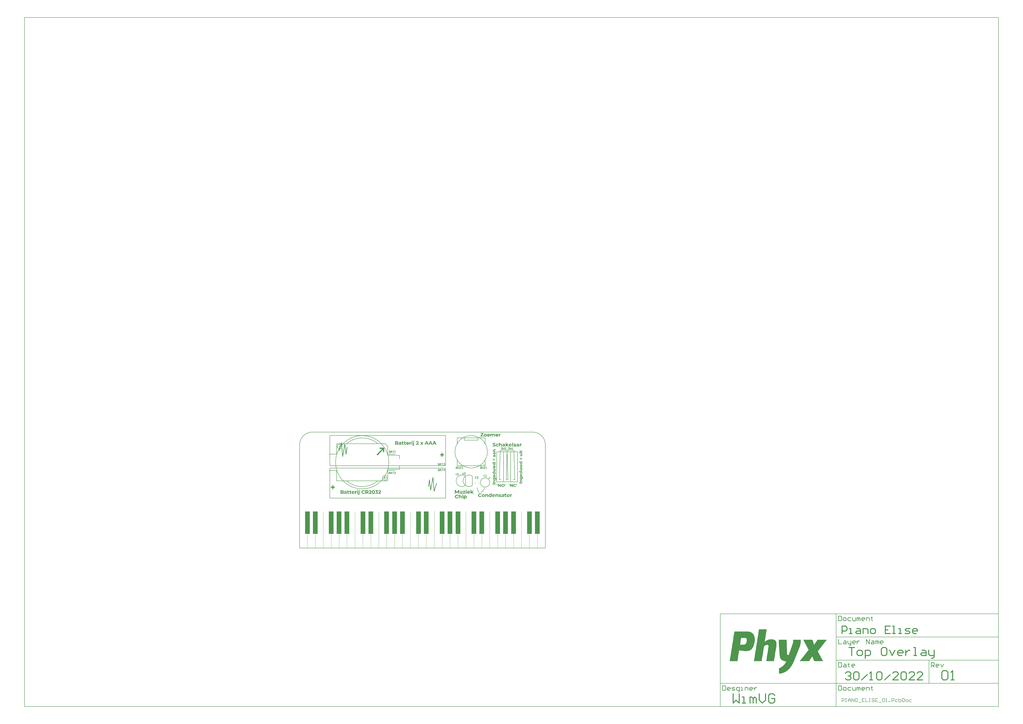
<source format=gto>
G04*
G04 #@! TF.GenerationSoftware,Altium Limited,Altium Designer,22.10.1 (41)*
G04*
G04 Layer_Color=65535*
%FSLAX25Y25*%
%MOIN*%
G70*
G04*
G04 #@! TF.SameCoordinates,8BAF8B8E-E321-4B2E-8998-6E6DE7EF2018*
G04*
G04*
G04 #@! TF.FilePolarity,Positive*
G04*
G01*
G75*
%ADD10C,0.00787*%
%ADD11C,0.00591*%
%ADD12C,0.00394*%
%ADD13C,0.01968*%
%ADD14C,0.01000*%
%ADD15C,0.01575*%
%ADD16R,0.08359X0.37992*%
%ADD17R,0.08359X0.37992*%
%ADD18R,0.08359X0.37992*%
%ADD19C,0.00984*%
G36*
X341350Y192693D02*
X341339D01*
X341317Y192699D01*
X341279D01*
X341230Y192704D01*
X341131Y192710D01*
X340995D01*
X340957Y192704D01*
X340908Y192699D01*
X340853Y192693D01*
X340793Y192682D01*
X340727Y192671D01*
X340580Y192633D01*
X340509Y192606D01*
X340433Y192573D01*
X340356Y192535D01*
X340285Y192497D01*
X340220Y192442D01*
X340154Y192387D01*
X340149Y192382D01*
X340138Y192371D01*
X340127Y192355D01*
X340105Y192327D01*
X340078Y192295D01*
X340050Y192251D01*
X340023Y192207D01*
X339996Y192147D01*
X339963Y192087D01*
X339936Y192016D01*
X339909Y191934D01*
X339881Y191847D01*
X339859Y191754D01*
X339848Y191650D01*
X339838Y191541D01*
X339832Y191427D01*
Y189259D01*
X338494D01*
Y193856D01*
X339772D01*
Y193250D01*
X339777Y193256D01*
X339783Y193266D01*
X339794Y193283D01*
X339816Y193305D01*
X339870Y193365D01*
X339941Y193436D01*
X340029Y193518D01*
X340143Y193605D01*
X340269Y193682D01*
X340411Y193752D01*
X340416D01*
X340427Y193758D01*
X340455Y193769D01*
X340482Y193780D01*
X340520Y193791D01*
X340569Y193807D01*
X340624Y193823D01*
X340684Y193840D01*
X340749Y193856D01*
X340820Y193873D01*
X340979Y193900D01*
X341159Y193922D01*
X341350Y193927D01*
Y192693D01*
D02*
G37*
G36*
X330102Y193922D02*
X330162D01*
X330239Y193911D01*
X330321Y193900D01*
X330414Y193884D01*
X330517Y193862D01*
X330621Y193834D01*
X330736Y193802D01*
X330850Y193758D01*
X330965Y193709D01*
X331074Y193654D01*
X331189Y193583D01*
X331293Y193507D01*
X331391Y193414D01*
X331396Y193408D01*
X331413Y193392D01*
X331440Y193359D01*
X331473Y193321D01*
X331511Y193266D01*
X331555Y193201D01*
X331598Y193124D01*
X331647Y193032D01*
X331697Y192933D01*
X331740Y192819D01*
X331784Y192693D01*
X331822Y192557D01*
X331855Y192409D01*
X331882Y192245D01*
X331899Y192076D01*
X331904Y191891D01*
Y189259D01*
X330566D01*
Y191683D01*
Y191689D01*
Y191705D01*
Y191738D01*
X330561Y191771D01*
Y191820D01*
X330556Y191869D01*
X330550Y191929D01*
X330539Y191989D01*
X330512Y192120D01*
X330468Y192256D01*
X330414Y192387D01*
X330375Y192442D01*
X330337Y192497D01*
Y192502D01*
X330326Y192508D01*
X330293Y192540D01*
X330244Y192584D01*
X330173Y192633D01*
X330081Y192682D01*
X329971Y192726D01*
X329846Y192759D01*
X329775Y192764D01*
X329698Y192770D01*
X329655D01*
X329622Y192764D01*
X329584Y192759D01*
X329535Y192753D01*
X329431Y192731D01*
X329311Y192693D01*
X329185Y192639D01*
X329125Y192606D01*
X329065Y192568D01*
X329005Y192518D01*
X328950Y192464D01*
X328945Y192458D01*
X328939Y192447D01*
X328923Y192431D01*
X328907Y192409D01*
X328885Y192376D01*
X328863Y192338D01*
X328841Y192289D01*
X328814Y192240D01*
X328786Y192180D01*
X328765Y192114D01*
X328743Y192038D01*
X328721Y191956D01*
X328705Y191869D01*
X328688Y191776D01*
X328683Y191672D01*
X328677Y191563D01*
Y189259D01*
X327345D01*
Y191683D01*
Y191689D01*
Y191694D01*
Y191710D01*
Y191732D01*
X327340Y191781D01*
X327334Y191852D01*
X327318Y191934D01*
X327301Y192027D01*
X327274Y192125D01*
X327236Y192229D01*
X327192Y192327D01*
X327132Y192426D01*
X327061Y192518D01*
X326979Y192600D01*
X326875Y192671D01*
X326761Y192720D01*
X326695Y192742D01*
X326624Y192759D01*
X326553Y192764D01*
X326471Y192770D01*
X326428D01*
X326395Y192764D01*
X326357Y192759D01*
X326313Y192753D01*
X326209Y192731D01*
X326089Y192693D01*
X325969Y192639D01*
X325909Y192606D01*
X325849Y192568D01*
X325794Y192518D01*
X325740Y192464D01*
X325734Y192458D01*
X325729Y192447D01*
X325712Y192431D01*
X325696Y192409D01*
X325674Y192376D01*
X325652Y192338D01*
X325631Y192289D01*
X325603Y192240D01*
X325576Y192180D01*
X325554Y192114D01*
X325532Y192038D01*
X325510Y191956D01*
X325494Y191869D01*
X325478Y191776D01*
X325472Y191672D01*
X325467Y191563D01*
Y189259D01*
X324129D01*
Y193856D01*
X325407D01*
Y193326D01*
X325412Y193332D01*
X325418Y193338D01*
X325434Y193354D01*
X325450Y193376D01*
X325505Y193425D01*
X325581Y193490D01*
X325674Y193561D01*
X325778Y193638D01*
X325904Y193709D01*
X326035Y193769D01*
X326040D01*
X326051Y193774D01*
X326073Y193785D01*
X326100Y193796D01*
X326133Y193807D01*
X326177Y193818D01*
X326220Y193834D01*
X326275Y193851D01*
X326395Y193878D01*
X326537Y193905D01*
X326684Y193922D01*
X326848Y193927D01*
X326897D01*
X326930Y193922D01*
X326974D01*
X327023Y193916D01*
X327083Y193911D01*
X327143Y193905D01*
X327279Y193878D01*
X327427Y193845D01*
X327580Y193796D01*
X327733Y193731D01*
X327738D01*
X327749Y193720D01*
X327771Y193709D01*
X327798Y193698D01*
X327831Y193676D01*
X327869Y193649D01*
X327957Y193589D01*
X328060Y193512D01*
X328164Y193414D01*
X328268Y193305D01*
X328361Y193174D01*
X328366Y193179D01*
X328372Y193190D01*
X328388Y193206D01*
X328410Y193234D01*
X328443Y193261D01*
X328475Y193299D01*
X328557Y193381D01*
X328661Y193468D01*
X328781Y193561D01*
X328923Y193649D01*
X329076Y193731D01*
X329081D01*
X329098Y193742D01*
X329119Y193747D01*
X329152Y193763D01*
X329190Y193774D01*
X329240Y193791D01*
X329294Y193813D01*
X329354Y193829D01*
X329425Y193845D01*
X329496Y193867D01*
X329655Y193894D01*
X329835Y193916D01*
X330020Y193927D01*
X330059D01*
X330102Y193922D01*
D02*
G37*
G36*
X312210Y194342D02*
X308934Y190384D01*
X312335D01*
Y189259D01*
X307105D01*
Y190154D01*
X310386Y194113D01*
X307176D01*
Y195243D01*
X312210D01*
Y194342D01*
D02*
G37*
G36*
X335328Y193922D02*
X335388Y193916D01*
X335459Y193911D01*
X335535Y193905D01*
X335622Y193889D01*
X335710Y193873D01*
X335808Y193856D01*
X336016Y193802D01*
X336119Y193769D01*
X336228Y193731D01*
X336332Y193687D01*
X336436Y193632D01*
X336441Y193627D01*
X336458Y193621D01*
X336491Y193600D01*
X336529Y193578D01*
X336572Y193550D01*
X336627Y193512D01*
X336682Y193468D01*
X336747Y193419D01*
X336818Y193365D01*
X336884Y193299D01*
X336955Y193234D01*
X337026Y193157D01*
X337097Y193075D01*
X337168Y192988D01*
X337233Y192895D01*
X337293Y192797D01*
X337299Y192791D01*
X337310Y192775D01*
X337320Y192742D01*
X337342Y192704D01*
X337364Y192649D01*
X337391Y192589D01*
X337424Y192518D01*
X337452Y192437D01*
X337479Y192349D01*
X337511Y192251D01*
X337539Y192147D01*
X337561Y192038D01*
X337582Y191923D01*
X337599Y191803D01*
X337604Y191672D01*
X337610Y191541D01*
Y191530D01*
Y191514D01*
X337604Y191487D01*
Y191443D01*
X337599Y191410D01*
Y191377D01*
X337593Y191339D01*
Y191290D01*
X337588Y191241D01*
X337582Y191181D01*
X334099Y191181D01*
Y191175D01*
X334104Y191164D01*
X334110Y191143D01*
X334121Y191110D01*
X334132Y191077D01*
X334148Y191033D01*
X334192Y190935D01*
X334252Y190826D01*
X334328Y190717D01*
X334427Y190608D01*
X334487Y190553D01*
X334547Y190504D01*
X334552D01*
X334563Y190493D01*
X334585Y190482D01*
X334612Y190465D01*
X334645Y190449D01*
X334683Y190427D01*
X334732Y190405D01*
X334787Y190384D01*
X334847Y190356D01*
X334913Y190334D01*
X334984Y190313D01*
X335066Y190296D01*
X335235Y190269D01*
X335322Y190263D01*
X335420Y190258D01*
X335480D01*
X335513Y190263D01*
X335546D01*
X335633Y190269D01*
X335732Y190285D01*
X335835Y190302D01*
X335945Y190329D01*
X336054Y190362D01*
X336059D01*
X336065Y190367D01*
X336081Y190373D01*
X336103Y190384D01*
X336152Y190411D01*
X336223Y190444D01*
X336305Y190493D01*
X336392Y190553D01*
X336480Y190618D01*
X336572Y190700D01*
X337282Y189930D01*
X337277Y189925D01*
X337249Y189898D01*
X337217Y189865D01*
X337162Y189816D01*
X337091Y189761D01*
X337009Y189696D01*
X336911Y189630D01*
X336802Y189565D01*
X336676Y189494D01*
X336534Y189428D01*
X336376Y189363D01*
X336207Y189308D01*
X336021Y189259D01*
X335824Y189226D01*
X335612Y189204D01*
X335382Y189193D01*
X335306D01*
X335251Y189199D01*
X335186Y189204D01*
X335104Y189210D01*
X335016Y189221D01*
X334918Y189232D01*
X334814Y189248D01*
X334705Y189264D01*
X334476Y189319D01*
X334356Y189357D01*
X334236Y189395D01*
X334121Y189439D01*
X334006Y189494D01*
X334001Y189499D01*
X333979Y189510D01*
X333952Y189526D01*
X333908Y189548D01*
X333859Y189581D01*
X333799Y189619D01*
X333739Y189663D01*
X333668Y189712D01*
X333597Y189767D01*
X333520Y189832D01*
X333444Y189898D01*
X333367Y189974D01*
X333291Y190056D01*
X333220Y190138D01*
X333149Y190231D01*
X333084Y190329D01*
X333078Y190334D01*
X333067Y190356D01*
X333056Y190384D01*
X333034Y190422D01*
X333007Y190476D01*
X332980Y190536D01*
X332952Y190608D01*
X332925Y190684D01*
X332892Y190771D01*
X332865Y190864D01*
X332838Y190968D01*
X332810Y191077D01*
X332789Y191186D01*
X332778Y191306D01*
X332767Y191432D01*
X332761Y191558D01*
Y191563D01*
Y191590D01*
Y191623D01*
X332767Y191672D01*
X332772Y191732D01*
X332778Y191798D01*
X332789Y191874D01*
X332800Y191962D01*
X332816Y192054D01*
X332838Y192147D01*
X332865Y192251D01*
X332898Y192355D01*
X332931Y192458D01*
X332974Y192562D01*
X333023Y192666D01*
X333078Y192770D01*
X333084Y192775D01*
X333094Y192791D01*
X333111Y192824D01*
X333138Y192862D01*
X333171Y192906D01*
X333209Y192961D01*
X333258Y193015D01*
X333307Y193081D01*
X333367Y193146D01*
X333433Y193217D01*
X333504Y193288D01*
X333586Y193359D01*
X333668Y193430D01*
X333760Y193496D01*
X333853Y193561D01*
X333957Y193621D01*
X333962Y193627D01*
X333984Y193632D01*
X334012Y193649D01*
X334055Y193670D01*
X334110Y193692D01*
X334170Y193720D01*
X334246Y193747D01*
X334323Y193774D01*
X334416Y193802D01*
X334508Y193829D01*
X334612Y193856D01*
X334727Y193878D01*
X334842Y193900D01*
X334962Y193916D01*
X335087Y193922D01*
X335213Y193927D01*
X335278D01*
X335328Y193922D01*
D02*
G37*
G36*
X320962D02*
X321022Y193916D01*
X321093Y193911D01*
X321170Y193905D01*
X321257Y193889D01*
X321344Y193873D01*
X321443Y193856D01*
X321650Y193802D01*
X321754Y193769D01*
X321863Y193731D01*
X321967Y193687D01*
X322071Y193632D01*
X322076Y193627D01*
X322093Y193621D01*
X322125Y193599D01*
X322164Y193578D01*
X322207Y193550D01*
X322262Y193512D01*
X322316Y193468D01*
X322382Y193419D01*
X322453Y193365D01*
X322518Y193299D01*
X322589Y193234D01*
X322660Y193157D01*
X322731Y193075D01*
X322802Y192988D01*
X322868Y192895D01*
X322928Y192797D01*
X322933Y192791D01*
X322944Y192775D01*
X322955Y192742D01*
X322977Y192704D01*
X322999Y192649D01*
X323026Y192589D01*
X323059Y192518D01*
X323086Y192437D01*
X323113Y192349D01*
X323146Y192251D01*
X323174Y192147D01*
X323195Y192038D01*
X323217Y191923D01*
X323234Y191803D01*
X323239Y191672D01*
X323245Y191541D01*
Y191530D01*
Y191514D01*
X323239Y191487D01*
Y191443D01*
X323234Y191410D01*
Y191377D01*
X323228Y191339D01*
Y191290D01*
X323223Y191241D01*
X323217Y191181D01*
X319734D01*
Y191175D01*
X319739Y191164D01*
X319745Y191143D01*
X319756Y191110D01*
X319766Y191077D01*
X319783Y191033D01*
X319827Y190935D01*
X319887Y190826D01*
X319963Y190717D01*
X320061Y190608D01*
X320121Y190553D01*
X320181Y190504D01*
X320187D01*
X320198Y190493D01*
X320220Y190482D01*
X320247Y190465D01*
X320280Y190449D01*
X320318Y190427D01*
X320367Y190405D01*
X320422Y190384D01*
X320482Y190356D01*
X320547Y190334D01*
X320618Y190313D01*
X320700Y190296D01*
X320869Y190269D01*
X320957Y190263D01*
X321055Y190258D01*
X321115D01*
X321148Y190263D01*
X321181D01*
X321268Y190269D01*
X321366Y190285D01*
X321470Y190302D01*
X321579Y190329D01*
X321689Y190362D01*
X321694D01*
X321699Y190367D01*
X321716Y190373D01*
X321738Y190384D01*
X321787Y190411D01*
X321858Y190444D01*
X321940Y190493D01*
X322027Y190553D01*
X322114Y190618D01*
X322207Y190700D01*
X322917Y189930D01*
X322912Y189925D01*
X322884Y189898D01*
X322851Y189865D01*
X322797Y189816D01*
X322726Y189761D01*
X322644Y189696D01*
X322546Y189630D01*
X322436Y189565D01*
X322311Y189494D01*
X322169Y189428D01*
X322011Y189363D01*
X321841Y189308D01*
X321656Y189259D01*
X321459Y189226D01*
X321246Y189204D01*
X321017Y189193D01*
X320940D01*
X320886Y189199D01*
X320820Y189204D01*
X320738Y189210D01*
X320651Y189221D01*
X320553Y189232D01*
X320449Y189248D01*
X320340Y189264D01*
X320111Y189319D01*
X319990Y189357D01*
X319870Y189395D01*
X319756Y189439D01*
X319641Y189494D01*
X319636Y189499D01*
X319614Y189510D01*
X319586Y189526D01*
X319543Y189548D01*
X319494Y189581D01*
X319433Y189619D01*
X319373Y189663D01*
X319302Y189712D01*
X319231Y189767D01*
X319155Y189832D01*
X319079Y189898D01*
X319002Y189974D01*
X318926Y190056D01*
X318855Y190138D01*
X318784Y190231D01*
X318718Y190329D01*
X318713Y190334D01*
X318702Y190356D01*
X318691Y190384D01*
X318669Y190422D01*
X318642Y190476D01*
X318615Y190536D01*
X318587Y190608D01*
X318560Y190684D01*
X318527Y190771D01*
X318500Y190864D01*
X318473Y190968D01*
X318445Y191077D01*
X318423Y191186D01*
X318412Y191306D01*
X318402Y191432D01*
X318396Y191558D01*
Y191563D01*
Y191590D01*
Y191623D01*
X318402Y191672D01*
X318407Y191732D01*
X318412Y191798D01*
X318423Y191874D01*
X318434Y191962D01*
X318451Y192054D01*
X318473Y192147D01*
X318500Y192251D01*
X318533Y192355D01*
X318565Y192458D01*
X318609Y192562D01*
X318658Y192666D01*
X318713Y192770D01*
X318718Y192775D01*
X318729Y192791D01*
X318745Y192824D01*
X318773Y192862D01*
X318806Y192906D01*
X318844Y192961D01*
X318893Y193015D01*
X318942Y193081D01*
X319002Y193146D01*
X319068Y193217D01*
X319139Y193288D01*
X319220Y193359D01*
X319302Y193430D01*
X319395Y193496D01*
X319488Y193561D01*
X319592Y193621D01*
X319597Y193627D01*
X319619Y193632D01*
X319646Y193649D01*
X319690Y193670D01*
X319745Y193692D01*
X319805Y193720D01*
X319881Y193747D01*
X319958Y193774D01*
X320051Y193802D01*
X320143Y193829D01*
X320247Y193856D01*
X320362Y193878D01*
X320476Y193900D01*
X320597Y193916D01*
X320722Y193922D01*
X320848Y193927D01*
X320913D01*
X320962Y193922D01*
D02*
G37*
G36*
X315442D02*
X315508Y193916D01*
X315584Y193911D01*
X315666Y193900D01*
X315759Y193889D01*
X315857Y193873D01*
X315961Y193851D01*
X316179Y193796D01*
X316288Y193763D01*
X316403Y193725D01*
X316512Y193676D01*
X316622Y193621D01*
X316627Y193616D01*
X316649Y193605D01*
X316676Y193589D01*
X316714Y193567D01*
X316763Y193534D01*
X316818Y193496D01*
X316884Y193452D01*
X316949Y193403D01*
X317020Y193343D01*
X317091Y193283D01*
X317168Y193212D01*
X317244Y193135D01*
X317315Y193053D01*
X317386Y192966D01*
X317452Y192873D01*
X317517Y192775D01*
X317523Y192770D01*
X317533Y192753D01*
X317550Y192720D01*
X317566Y192682D01*
X317593Y192628D01*
X317621Y192568D01*
X317648Y192502D01*
X317681Y192420D01*
X317714Y192338D01*
X317741Y192245D01*
X317768Y192142D01*
X317795Y192038D01*
X317812Y191923D01*
X317828Y191809D01*
X317839Y191683D01*
X317845Y191558D01*
Y191552D01*
Y191525D01*
Y191492D01*
X317839Y191443D01*
X317834Y191383D01*
X317828Y191312D01*
X317817Y191230D01*
X317806Y191148D01*
X317785Y191055D01*
X317763Y190957D01*
X317741Y190853D01*
X317708Y190749D01*
X317670Y190646D01*
X317626Y190536D01*
X317577Y190433D01*
X317517Y190329D01*
X317512Y190324D01*
X317501Y190307D01*
X317484Y190280D01*
X317457Y190242D01*
X317424Y190198D01*
X317386Y190143D01*
X317337Y190089D01*
X317282Y190023D01*
X317222Y189958D01*
X317157Y189892D01*
X317086Y189821D01*
X317004Y189750D01*
X316916Y189685D01*
X316824Y189614D01*
X316725Y189554D01*
X316622Y189494D01*
X316616Y189488D01*
X316594Y189483D01*
X316562Y189466D01*
X316523Y189444D01*
X316469Y189423D01*
X316403Y189401D01*
X316327Y189374D01*
X316245Y189346D01*
X316152Y189313D01*
X316054Y189286D01*
X315945Y189264D01*
X315830Y189242D01*
X315710Y189221D01*
X315584Y189204D01*
X315459Y189199D01*
X315322Y189193D01*
X315251D01*
X315202Y189199D01*
X315137Y189204D01*
X315060Y189210D01*
X314978Y189221D01*
X314885Y189232D01*
X314787Y189248D01*
X314683Y189264D01*
X314465Y189319D01*
X314350Y189357D01*
X314241Y189395D01*
X314126Y189439D01*
X314017Y189494D01*
X314012Y189499D01*
X313990Y189510D01*
X313963Y189526D01*
X313924Y189548D01*
X313875Y189581D01*
X313821Y189619D01*
X313755Y189663D01*
X313690Y189712D01*
X313619Y189767D01*
X313548Y189832D01*
X313471Y189898D01*
X313395Y189974D01*
X313324Y190056D01*
X313247Y190138D01*
X313182Y190231D01*
X313116Y190329D01*
X313111Y190334D01*
X313100Y190356D01*
X313089Y190384D01*
X313067Y190422D01*
X313040Y190476D01*
X313013Y190536D01*
X312985Y190608D01*
X312958Y190684D01*
X312925Y190771D01*
X312898Y190864D01*
X312871Y190968D01*
X312843Y191077D01*
X312821Y191186D01*
X312810Y191306D01*
X312800Y191432D01*
X312794Y191558D01*
Y191563D01*
Y191590D01*
Y191623D01*
X312800Y191672D01*
X312805Y191732D01*
X312810Y191803D01*
X312821Y191880D01*
X312832Y191967D01*
X312854Y192060D01*
X312871Y192153D01*
X312898Y192256D01*
X312931Y192360D01*
X312969Y192464D01*
X313013Y192568D01*
X313062Y192671D01*
X313116Y192775D01*
X313122Y192780D01*
X313133Y192797D01*
X313149Y192830D01*
X313176Y192862D01*
X313209Y192912D01*
X313253Y192961D01*
X313296Y193021D01*
X313351Y193086D01*
X313411Y193152D01*
X313482Y193217D01*
X313553Y193288D01*
X313635Y193359D01*
X313722Y193430D01*
X313815Y193496D01*
X313913Y193561D01*
X314017Y193621D01*
X314023Y193627D01*
X314044Y193632D01*
X314077Y193649D01*
X314121Y193670D01*
X314176Y193692D01*
X314241Y193720D01*
X314312Y193747D01*
X314399Y193774D01*
X314492Y193802D01*
X314591Y193829D01*
X314700Y193856D01*
X314814Y193878D01*
X314934Y193900D01*
X315060Y193916D01*
X315186Y193922D01*
X315322Y193927D01*
X315393D01*
X315442Y193922D01*
D02*
G37*
G36*
X193825Y182026D02*
X193858D01*
X193896Y182020D01*
X193978Y182004D01*
X194076Y181982D01*
X194174Y181944D01*
X194273Y181895D01*
X194365Y181824D01*
X194376Y181813D01*
X194404Y181786D01*
X194436Y181742D01*
X194480Y181682D01*
X194524Y181611D01*
X194556Y181523D01*
X194584Y181420D01*
X194595Y181310D01*
Y181305D01*
Y181294D01*
Y181278D01*
X194589Y181256D01*
X194584Y181196D01*
X194567Y181119D01*
X194540Y181032D01*
X194496Y180939D01*
X194442Y180846D01*
X194365Y180759D01*
X194354Y180748D01*
X194322Y180726D01*
X194273Y180688D01*
X194207Y180650D01*
X194120Y180612D01*
X194016Y180573D01*
X193896Y180552D01*
X193765Y180541D01*
X193732D01*
X193705Y180546D01*
X193672D01*
X193639Y180552D01*
X193552Y180568D01*
X193459Y180595D01*
X193355Y180628D01*
X193257Y180683D01*
X193164Y180754D01*
X193153Y180764D01*
X193126Y180792D01*
X193093Y180841D01*
X193050Y180901D01*
X193006Y180983D01*
X192973Y181070D01*
X192946Y181174D01*
X192935Y181289D01*
Y181294D01*
Y181305D01*
Y181321D01*
X192940Y181343D01*
X192946Y181398D01*
X192962Y181474D01*
X192990Y181556D01*
X193033Y181643D01*
X193088Y181736D01*
X193164Y181818D01*
X193170D01*
X193175Y181829D01*
X193208Y181851D01*
X193257Y181884D01*
X193328Y181927D01*
X193415Y181966D01*
X193519Y181998D01*
X193634Y182020D01*
X193765Y182031D01*
X193803D01*
X193825Y182026D01*
D02*
G37*
G36*
X191193D02*
X191226D01*
X191264Y182020D01*
X191346Y182004D01*
X191444Y181982D01*
X191543Y181944D01*
X191641Y181895D01*
X191734Y181824D01*
X191745Y181813D01*
X191772Y181786D01*
X191805Y181742D01*
X191848Y181682D01*
X191892Y181611D01*
X191925Y181523D01*
X191952Y181420D01*
X191963Y181310D01*
Y181305D01*
Y181294D01*
Y181278D01*
X191957Y181256D01*
X191952Y181196D01*
X191936Y181119D01*
X191908Y181032D01*
X191865Y180939D01*
X191810Y180846D01*
X191734Y180759D01*
X191723Y180748D01*
X191690Y180726D01*
X191641Y180688D01*
X191575Y180650D01*
X191488Y180612D01*
X191384Y180573D01*
X191264Y180552D01*
X191133Y180541D01*
X191100D01*
X191073Y180546D01*
X191040D01*
X191007Y180552D01*
X190920Y180568D01*
X190827Y180595D01*
X190729Y180628D01*
X190631Y180683D01*
X190538Y180754D01*
X190527Y180764D01*
X190500Y180792D01*
X190467Y180841D01*
X190423Y180901D01*
X190380Y180983D01*
X190347Y181070D01*
X190320Y181174D01*
X190309Y181289D01*
Y181294D01*
Y181305D01*
Y181321D01*
X190314Y181343D01*
X190320Y181398D01*
X190336Y181474D01*
X190363Y181556D01*
X190407Y181643D01*
X190462Y181736D01*
X190538Y181818D01*
X190549Y181829D01*
X190582Y181851D01*
X190631Y181884D01*
X190696Y181927D01*
X190784Y181966D01*
X190887Y181998D01*
X191002Y182020D01*
X191133Y182031D01*
X191171D01*
X191193Y182026D01*
D02*
G37*
G36*
X189637Y178739D02*
X189626D01*
X189604Y178744D01*
X189566D01*
X189517Y178750D01*
X189419Y178755D01*
X189282D01*
X189244Y178750D01*
X189195Y178744D01*
X189140Y178739D01*
X189080Y178728D01*
X189015Y178717D01*
X188867Y178679D01*
X188796Y178651D01*
X188720Y178619D01*
X188643Y178580D01*
X188572Y178542D01*
X188507Y178488D01*
X188441Y178433D01*
X188436Y178428D01*
X188425Y178417D01*
X188414Y178400D01*
X188392Y178373D01*
X188365Y178340D01*
X188338Y178296D01*
X188310Y178253D01*
X188283Y178193D01*
X188250Y178133D01*
X188223Y178062D01*
X188196Y177980D01*
X188168Y177892D01*
X188146Y177800D01*
X188136Y177696D01*
X188125Y177587D01*
X188119Y177472D01*
Y175304D01*
X186782D01*
Y179902D01*
X188059D01*
Y179296D01*
X188065Y179301D01*
X188070Y179312D01*
X188081Y179329D01*
X188103Y179350D01*
X188157Y179410D01*
X188228Y179481D01*
X188316Y179563D01*
X188430Y179651D01*
X188556Y179727D01*
X188698Y179798D01*
X188703D01*
X188714Y179804D01*
X188742Y179814D01*
X188769Y179825D01*
X188807Y179836D01*
X188856Y179853D01*
X188911Y179869D01*
X188971Y179885D01*
X189036Y179902D01*
X189107Y179918D01*
X189266Y179946D01*
X189446Y179967D01*
X189637Y179973D01*
Y178739D01*
D02*
G37*
G36*
X208207Y177652D02*
X209986Y175304D01*
X208474D01*
X207464Y176713D01*
X206421Y175304D01*
X204969D01*
X206738Y177620D01*
X205029Y179902D01*
X206525D01*
X207497Y178559D01*
X208501Y179902D01*
X209915D01*
X208207Y177652D01*
D02*
G37*
G36*
X330573Y178443D02*
X330639D01*
X330704Y178437D01*
X330781Y178431D01*
X330863Y178426D01*
X330950Y178415D01*
X331141Y178388D01*
X331343Y178355D01*
X331545Y178311D01*
X331551D01*
X331572Y178306D01*
X331600Y178295D01*
X331638Y178284D01*
X331687Y178273D01*
X331742Y178257D01*
X331802Y178235D01*
X331873Y178213D01*
X332020Y178153D01*
X332184Y178088D01*
X332348Y178011D01*
X332506Y177918D01*
X332075Y176870D01*
X332064Y176875D01*
X332036Y176892D01*
X331993Y176914D01*
X331933Y176941D01*
X331856Y176979D01*
X331769Y177017D01*
X331671Y177061D01*
X331561Y177105D01*
X331436Y177148D01*
X331310Y177192D01*
X331174Y177230D01*
X331032Y177269D01*
X330879Y177296D01*
X330732Y177318D01*
X330573Y177334D01*
X330420Y177340D01*
X330366D01*
X330328Y177334D01*
X330278D01*
X330218Y177329D01*
X330158Y177323D01*
X330093Y177318D01*
X329951Y177290D01*
X329809Y177258D01*
X329672Y177214D01*
X329612Y177181D01*
X329558Y177148D01*
X329552D01*
X329547Y177137D01*
X329514Y177116D01*
X329470Y177072D01*
X329421Y177017D01*
X329367Y176946D01*
X329323Y176865D01*
X329290Y176766D01*
X329285Y176712D01*
X329279Y176657D01*
Y176652D01*
Y176646D01*
Y176630D01*
X329285Y176608D01*
X329296Y176553D01*
X329317Y176482D01*
X329356Y176406D01*
X329383Y176368D01*
X329416Y176329D01*
X329454Y176291D01*
X329498Y176259D01*
X329547Y176226D01*
X329601Y176193D01*
X329607D01*
X329618Y176188D01*
X329634Y176177D01*
X329661Y176166D01*
X329694Y176155D01*
X329738Y176138D01*
X329787Y176122D01*
X329847Y176100D01*
X329907Y176078D01*
X329983Y176056D01*
X330060Y176035D01*
X330147Y176007D01*
X330246Y175986D01*
X330349Y175958D01*
X330459Y175931D01*
X330579Y175904D01*
X330584D01*
X330611Y175898D01*
X330644Y175887D01*
X330693Y175876D01*
X330753Y175860D01*
X330819Y175844D01*
X330895Y175822D01*
X330977Y175800D01*
X331152Y175751D01*
X331343Y175696D01*
X331529Y175636D01*
X331616Y175609D01*
X331698Y175576D01*
X331703D01*
X331720Y175570D01*
X331742Y175560D01*
X331769Y175543D01*
X331807Y175527D01*
X331851Y175505D01*
X331955Y175450D01*
X332075Y175379D01*
X332200Y175292D01*
X332326Y175188D01*
X332446Y175063D01*
X332452Y175057D01*
X332462Y175046D01*
X332473Y175024D01*
X332495Y174997D01*
X332517Y174964D01*
X332544Y174921D01*
X332577Y174872D01*
X332604Y174812D01*
X332632Y174751D01*
X332664Y174680D01*
X332692Y174599D01*
X332714Y174517D01*
X332735Y174424D01*
X332752Y174331D01*
X332757Y174227D01*
X332763Y174118D01*
Y174113D01*
Y174096D01*
Y174069D01*
X332757Y174031D01*
X332752Y173987D01*
X332746Y173933D01*
X332741Y173872D01*
X332724Y173807D01*
X332692Y173665D01*
X332643Y173507D01*
X332610Y173425D01*
X332572Y173343D01*
X332522Y173261D01*
X332473Y173179D01*
X332468Y173174D01*
X332462Y173163D01*
X332446Y173141D01*
X332419Y173108D01*
X332391Y173075D01*
X332353Y173032D01*
X332310Y172988D01*
X332260Y172939D01*
X332200Y172884D01*
X332140Y172830D01*
X332069Y172775D01*
X331993Y172720D01*
X331911Y172666D01*
X331818Y172611D01*
X331720Y172562D01*
X331616Y172513D01*
X331611D01*
X331589Y172502D01*
X331556Y172491D01*
X331512Y172475D01*
X331458Y172458D01*
X331392Y172436D01*
X331316Y172415D01*
X331228Y172393D01*
X331130Y172365D01*
X331026Y172344D01*
X330912Y172322D01*
X330786Y172305D01*
X330655Y172289D01*
X330519Y172278D01*
X330377Y172273D01*
X330224Y172267D01*
X330153D01*
X330104Y172273D01*
X330038D01*
X329962Y172278D01*
X329880Y172284D01*
X329787Y172289D01*
X329683Y172300D01*
X329574Y172311D01*
X329465Y172327D01*
X329345Y172344D01*
X329099Y172393D01*
X328848Y172453D01*
X328842D01*
X328821Y172464D01*
X328782Y172475D01*
X328739Y172486D01*
X328684Y172507D01*
X328619Y172529D01*
X328548Y172557D01*
X328466Y172589D01*
X328296Y172660D01*
X328122Y172748D01*
X327947Y172846D01*
X327860Y172901D01*
X327783Y172955D01*
X328253Y173998D01*
X328258Y173993D01*
X328269Y173987D01*
X328291Y173971D01*
X328324Y173949D01*
X328356Y173927D01*
X328406Y173900D01*
X328455Y173867D01*
X328515Y173834D01*
X328575Y173796D01*
X328646Y173763D01*
X328722Y173725D01*
X328804Y173687D01*
X328979Y173610D01*
X329170Y173539D01*
X329175D01*
X329192Y173534D01*
X329225Y173523D01*
X329263Y173512D01*
X329307Y173501D01*
X329367Y173485D01*
X329432Y173468D01*
X329503Y173458D01*
X329579Y173441D01*
X329661Y173425D01*
X329842Y173397D01*
X330033Y173376D01*
X330229Y173370D01*
X330284D01*
X330328Y173376D01*
X330377D01*
X330431Y173381D01*
X330491Y173387D01*
X330562Y173392D01*
X330704Y173414D01*
X330846Y173447D01*
X330983Y173485D01*
X331048Y173512D01*
X331103Y173545D01*
X331108D01*
X331114Y173556D01*
X331147Y173578D01*
X331190Y173616D01*
X331245Y173670D01*
X331299Y173741D01*
X331343Y173818D01*
X331376Y173911D01*
X331381Y173960D01*
X331387Y174014D01*
Y174025D01*
Y174053D01*
X331376Y174091D01*
X331365Y174140D01*
X331343Y174195D01*
X331316Y174255D01*
X331272Y174315D01*
X331218Y174369D01*
X331212Y174375D01*
X331190Y174391D01*
X331152Y174418D01*
X331103Y174451D01*
X331043Y174484D01*
X330966Y174522D01*
X330884Y174560D01*
X330792Y174593D01*
X330786D01*
X330781Y174599D01*
X330764Y174604D01*
X330743Y174609D01*
X330715Y174615D01*
X330688Y174626D01*
X330606Y174648D01*
X330502Y174680D01*
X330382Y174713D01*
X330246Y174746D01*
X330087Y174784D01*
X330082D01*
X330054Y174790D01*
X330022Y174801D01*
X329973Y174812D01*
X329913Y174828D01*
X329847Y174844D01*
X329771Y174861D01*
X329689Y174882D01*
X329508Y174932D01*
X329323Y174986D01*
X329137Y175046D01*
X329050Y175074D01*
X328962Y175106D01*
X328957D01*
X328946Y175112D01*
X328919Y175123D01*
X328891Y175139D01*
X328853Y175155D01*
X328810Y175177D01*
X328706Y175232D01*
X328591Y175303D01*
X328466Y175396D01*
X328340Y175499D01*
X328215Y175625D01*
X328209Y175631D01*
X328204Y175642D01*
X328187Y175663D01*
X328165Y175691D01*
X328144Y175729D01*
X328116Y175773D01*
X328089Y175822D01*
X328062Y175882D01*
X328029Y175947D01*
X328001Y176018D01*
X327974Y176095D01*
X327952Y176182D01*
X327931Y176275D01*
X327914Y176373D01*
X327909Y176477D01*
X327903Y176586D01*
Y176592D01*
Y176608D01*
Y176635D01*
X327909Y176673D01*
X327914Y176723D01*
X327920Y176772D01*
X327925Y176837D01*
X327941Y176903D01*
X327974Y177045D01*
X328023Y177208D01*
X328056Y177285D01*
X328094Y177367D01*
X328138Y177449D01*
X328187Y177531D01*
X328193Y177536D01*
X328198Y177547D01*
X328220Y177574D01*
X328242Y177602D01*
X328269Y177634D01*
X328307Y177678D01*
X328351Y177727D01*
X328400Y177776D01*
X328455Y177825D01*
X328520Y177880D01*
X328591Y177940D01*
X328668Y177995D01*
X328750Y178049D01*
X328837Y178104D01*
X328935Y178153D01*
X329039Y178202D01*
X329044Y178208D01*
X329066Y178213D01*
X329099Y178224D01*
X329143Y178241D01*
X329197Y178257D01*
X329263Y178279D01*
X329339Y178300D01*
X329427Y178328D01*
X329519Y178350D01*
X329629Y178372D01*
X329743Y178393D01*
X329863Y178410D01*
X329995Y178426D01*
X330131Y178437D01*
X330273Y178448D01*
X330524D01*
X330573Y178443D01*
D02*
G37*
G36*
X376869Y175800D02*
X376858D01*
X376836Y175805D01*
X376798D01*
X376748Y175811D01*
X376650Y175816D01*
X376514D01*
X376475Y175811D01*
X376426Y175805D01*
X376372Y175800D01*
X376312Y175789D01*
X376246Y175778D01*
X376099Y175740D01*
X376028Y175713D01*
X375951Y175680D01*
X375875Y175642D01*
X375804Y175603D01*
X375738Y175549D01*
X375673Y175494D01*
X375667Y175489D01*
X375656Y175478D01*
X375645Y175461D01*
X375624Y175434D01*
X375596Y175401D01*
X375569Y175358D01*
X375542Y175314D01*
X375515Y175254D01*
X375482Y175194D01*
X375454Y175123D01*
X375427Y175041D01*
X375400Y174953D01*
X375378Y174861D01*
X375367Y174757D01*
X375356Y174648D01*
X375351Y174533D01*
Y172365D01*
X374013D01*
Y176963D01*
X375291D01*
Y176357D01*
X375296Y176362D01*
X375302Y176373D01*
X375312Y176390D01*
X375334Y176411D01*
X375389Y176471D01*
X375460Y176542D01*
X375547Y176624D01*
X375662Y176712D01*
X375787Y176788D01*
X375929Y176859D01*
X375935D01*
X375946Y176865D01*
X375973Y176875D01*
X376000Y176886D01*
X376039Y176897D01*
X376088Y176914D01*
X376142Y176930D01*
X376202Y176946D01*
X376268Y176963D01*
X376339Y176979D01*
X376497Y177006D01*
X376677Y177028D01*
X376869Y177034D01*
Y175800D01*
D02*
G37*
G36*
X232181Y175304D02*
X230729D01*
X230194Y176582D01*
X227415D01*
X226885Y175304D01*
X225629D01*
D01*
X224177D01*
X223642Y176582D01*
X220863D01*
X220333Y175304D01*
X219077D01*
X217625D01*
X217090Y176582D01*
X214311D01*
X213781Y175304D01*
X212367D01*
X215032Y181289D01*
X216402D01*
X218998Y175482D01*
X221584Y181289D01*
X222954D01*
X225550Y175482D01*
X228135Y181289D01*
X229506D01*
X232181Y175304D01*
D02*
G37*
G36*
X199967Y181381D02*
X200022D01*
X200093Y181376D01*
X200169Y181370D01*
X200251Y181360D01*
X200339Y181349D01*
X200431Y181332D01*
X200628Y181294D01*
X200830Y181239D01*
X201021Y181168D01*
X201027D01*
X201043Y181158D01*
X201070Y181147D01*
X201103Y181130D01*
X201147Y181108D01*
X201196Y181081D01*
X201305Y181010D01*
X201431Y180928D01*
X201562Y180819D01*
X201687Y180699D01*
X201802Y180557D01*
X201807Y180552D01*
X201813Y180541D01*
X201829Y180519D01*
X201846Y180486D01*
X201867Y180448D01*
X201889Y180404D01*
X201917Y180350D01*
X201944Y180289D01*
X201966Y180224D01*
X201993Y180153D01*
X202015Y180077D01*
X202037Y179995D01*
X202069Y179814D01*
X202075Y179716D01*
X202080Y179618D01*
Y179612D01*
Y179596D01*
Y179569D01*
X202075Y179536D01*
Y179492D01*
X202069Y179443D01*
X202064Y179383D01*
X202053Y179323D01*
X202031Y179181D01*
X201993Y179028D01*
X201944Y178864D01*
X201873Y178701D01*
Y178695D01*
X201862Y178679D01*
X201851Y178657D01*
X201829Y178624D01*
X201807Y178586D01*
X201775Y178537D01*
X201742Y178482D01*
X201698Y178422D01*
X201644Y178351D01*
X201589Y178275D01*
X201523Y178198D01*
X201447Y178111D01*
X201371Y178024D01*
X201278Y177925D01*
X201180Y177832D01*
X201076Y177729D01*
X199700Y176429D01*
X202277D01*
Y175304D01*
X197751D01*
Y176200D01*
X200060Y178378D01*
X200066Y178384D01*
X200077Y178395D01*
X200093Y178411D01*
X200120Y178438D01*
X200148Y178466D01*
X200180Y178504D01*
X200257Y178586D01*
X200339Y178679D01*
X200420Y178777D01*
X200497Y178881D01*
X200524Y178930D01*
X200552Y178979D01*
Y178984D01*
X200557Y178990D01*
X200573Y179023D01*
X200595Y179072D01*
X200617Y179137D01*
X200639Y179214D01*
X200661Y179301D01*
X200677Y179388D01*
X200683Y179481D01*
Y179487D01*
Y179498D01*
Y179514D01*
X200677Y179541D01*
X200672Y179607D01*
X200650Y179683D01*
X200623Y179776D01*
X200579Y179864D01*
X200519Y179956D01*
X200481Y179995D01*
X200437Y180033D01*
X200426Y180044D01*
X200410Y180049D01*
X200393Y180066D01*
X200366Y180077D01*
X200339Y180093D01*
X200300Y180115D01*
X200257Y180131D01*
X200213Y180148D01*
X200159Y180169D01*
X200098Y180186D01*
X200038Y180197D01*
X199891Y180219D01*
X199727Y180229D01*
X199662D01*
X199629Y180224D01*
X199585D01*
X199492Y180213D01*
X199383Y180191D01*
X199263Y180164D01*
X199137Y180126D01*
X199017Y180077D01*
X199012D01*
X199001Y180071D01*
X198985Y180060D01*
X198963Y180049D01*
X198908Y180016D01*
X198832Y179967D01*
X198750Y179902D01*
X198662Y179825D01*
X198570Y179733D01*
X198488Y179629D01*
X197478Y180279D01*
X197483Y180284D01*
X197494Y180300D01*
X197516Y180328D01*
X197543Y180366D01*
X197576Y180410D01*
X197620Y180459D01*
X197674Y180513D01*
X197729Y180573D01*
X197794Y180639D01*
X197865Y180704D01*
X197947Y180775D01*
X198035Y180841D01*
X198127Y180906D01*
X198226Y180972D01*
X198329Y181032D01*
X198444Y181092D01*
X198450Y181097D01*
X198471Y181103D01*
X198504Y181119D01*
X198553Y181136D01*
X198613Y181163D01*
X198679Y181185D01*
X198761Y181212D01*
X198854Y181239D01*
X198952Y181267D01*
X199061Y181294D01*
X199176Y181321D01*
X199301Y181343D01*
X199427Y181360D01*
X199563Y181376D01*
X199705Y181381D01*
X199853Y181387D01*
X199918D01*
X199967Y181381D01*
D02*
G37*
G36*
X191805Y175304D02*
X190467D01*
Y179902D01*
X191805D01*
Y175304D01*
D02*
G37*
G36*
X170636Y179967D02*
X170707D01*
X170800Y179956D01*
X170904Y179946D01*
X171018Y179929D01*
X171139Y179907D01*
X171270Y179880D01*
X171406Y179847D01*
X171543Y179804D01*
X171679Y179754D01*
X171810Y179700D01*
X171941Y179629D01*
X172061Y179552D01*
X172176Y179460D01*
X172181Y179454D01*
X172203Y179438D01*
X172231Y179405D01*
X172263Y179367D01*
X172307Y179312D01*
X172356Y179247D01*
X172411Y179165D01*
X172465Y179077D01*
X172514Y178974D01*
X172569Y178864D01*
X172618Y178739D01*
X172662Y178597D01*
X172695Y178449D01*
X172727Y178286D01*
X172744Y178111D01*
X172749Y177925D01*
Y175304D01*
X171499D01*
Y175872D01*
X171493Y175867D01*
X171483Y175845D01*
X171455Y175812D01*
X171423Y175774D01*
X171379Y175725D01*
X171324Y175670D01*
X171259Y175616D01*
X171182Y175556D01*
X171095Y175496D01*
X170991Y175441D01*
X170877Y175386D01*
X170751Y175337D01*
X170609Y175299D01*
X170451Y175266D01*
X170281Y175244D01*
X170096Y175239D01*
X170047D01*
X170008Y175244D01*
X169959D01*
X169910Y175250D01*
X169850Y175255D01*
X169784Y175261D01*
X169637Y175283D01*
X169484Y175315D01*
X169331Y175354D01*
X169178Y175414D01*
X169173D01*
X169162Y175425D01*
X169140Y175430D01*
X169113Y175446D01*
X169080Y175463D01*
X169047Y175490D01*
X168960Y175545D01*
X168862Y175616D01*
X168763Y175698D01*
X168671Y175796D01*
X168583Y175910D01*
Y175916D01*
X168572Y175927D01*
X168567Y175943D01*
X168551Y175965D01*
X168534Y175998D01*
X168518Y176031D01*
X168480Y176118D01*
X168441Y176227D01*
X168409Y176347D01*
X168387Y176478D01*
X168376Y176626D01*
Y176631D01*
Y176653D01*
X168381Y176686D01*
Y176735D01*
X168392Y176784D01*
X168403Y176850D01*
X168414Y176921D01*
X168436Y176992D01*
X168463Y177074D01*
X168496Y177155D01*
X168534Y177237D01*
X168578Y177325D01*
X168632Y177407D01*
X168698Y177488D01*
X168774Y177565D01*
X168856Y177636D01*
X168862Y177641D01*
X168878Y177652D01*
X168905Y177669D01*
X168949Y177696D01*
X168998Y177723D01*
X169064Y177751D01*
X169140Y177783D01*
X169228Y177822D01*
X169326Y177854D01*
X169435Y177887D01*
X169561Y177914D01*
X169692Y177947D01*
X169839Y177969D01*
X169997Y177985D01*
X170167Y177996D01*
X170352Y178002D01*
X171412D01*
Y178007D01*
Y178024D01*
Y178045D01*
X171406Y178073D01*
Y178111D01*
X171395Y178155D01*
X171379Y178247D01*
X171346Y178357D01*
X171297Y178471D01*
X171270Y178526D01*
X171231Y178575D01*
X171193Y178630D01*
X171144Y178673D01*
X171139Y178679D01*
X171133Y178684D01*
X171117Y178695D01*
X171095Y178711D01*
X171068Y178728D01*
X171035Y178750D01*
X170991Y178772D01*
X170948Y178793D01*
X170893Y178815D01*
X170838Y178832D01*
X170773Y178853D01*
X170702Y178870D01*
X170620Y178886D01*
X170538Y178897D01*
X170451Y178908D01*
X170292D01*
X170259Y178903D01*
X170216D01*
X170123Y178892D01*
X170014Y178881D01*
X169894Y178859D01*
X169763Y178832D01*
X169632Y178793D01*
X169626D01*
X169615Y178788D01*
X169599Y178782D01*
X169571Y178772D01*
X169544Y178761D01*
X169506Y178744D01*
X169424Y178711D01*
X169326Y178668D01*
X169228Y178613D01*
X169124Y178553D01*
X169026Y178482D01*
X168551Y179416D01*
X168556Y179421D01*
X168567Y179427D01*
X168589Y179443D01*
X168616Y179460D01*
X168654Y179481D01*
X168698Y179509D01*
X168747Y179536D01*
X168807Y179563D01*
X168867Y179596D01*
X168938Y179629D01*
X169009Y179667D01*
X169091Y179700D01*
X169260Y179765D01*
X169451Y179825D01*
X169457D01*
X169473Y179831D01*
X169506Y179842D01*
X169544Y179847D01*
X169588Y179858D01*
X169648Y179875D01*
X169713Y179885D01*
X169784Y179902D01*
X169861Y179913D01*
X169948Y179924D01*
X170129Y179951D01*
X170325Y179967D01*
X170533Y179973D01*
X170582D01*
X170636Y179967D01*
D02*
G37*
G36*
X165335Y181283D02*
X165427Y181278D01*
X165531Y181267D01*
X165651Y181256D01*
X165777Y181234D01*
X165908Y181212D01*
X166050Y181185D01*
X166186Y181152D01*
X166328Y181114D01*
X166465Y181065D01*
X166596Y181005D01*
X166721Y180945D01*
X166836Y180868D01*
X166841Y180863D01*
X166863Y180846D01*
X166891Y180824D01*
X166929Y180792D01*
X166973Y180748D01*
X167022Y180699D01*
X167076Y180639D01*
X167131Y180568D01*
X167185Y180491D01*
X167235Y180404D01*
X167284Y180311D01*
X167327Y180213D01*
X167366Y180104D01*
X167393Y179989D01*
X167415Y179864D01*
X167420Y179733D01*
Y179727D01*
Y179711D01*
Y179689D01*
X167415Y179662D01*
Y179623D01*
X167409Y179574D01*
X167404Y179525D01*
X167393Y179470D01*
X167371Y179350D01*
X167333Y179219D01*
X167278Y179083D01*
X167207Y178952D01*
Y178946D01*
X167196Y178935D01*
X167185Y178919D01*
X167169Y178897D01*
X167120Y178837D01*
X167054Y178761D01*
X166973Y178673D01*
X166874Y178586D01*
X166754Y178499D01*
X166623Y178417D01*
X166629D01*
X166645Y178411D01*
X166672Y178400D01*
X166710Y178384D01*
X166749Y178367D01*
X166803Y178346D01*
X166858Y178318D01*
X166918Y178286D01*
X167044Y178209D01*
X167180Y178116D01*
X167306Y178002D01*
X167426Y177871D01*
X167431Y177865D01*
X167437Y177854D01*
X167453Y177832D01*
X167469Y177805D01*
X167497Y177767D01*
X167519Y177723D01*
X167546Y177669D01*
X167573Y177609D01*
X167601Y177549D01*
X167628Y177478D01*
X167655Y177396D01*
X167677Y177314D01*
X167710Y177134D01*
X167715Y177041D01*
X167721Y176937D01*
Y176926D01*
Y176904D01*
X167715Y176860D01*
X167710Y176806D01*
X167704Y176740D01*
X167688Y176664D01*
X167672Y176582D01*
X167644Y176489D01*
X167611Y176397D01*
X167573Y176298D01*
X167524Y176194D01*
X167464Y176096D01*
X167393Y175992D01*
X167311Y175900D01*
X167218Y175807D01*
X167109Y175725D01*
X167104Y175719D01*
X167082Y175708D01*
X167044Y175687D01*
X166994Y175659D01*
X166929Y175627D01*
X166852Y175594D01*
X166760Y175556D01*
X166656Y175517D01*
X166536Y175474D01*
X166405Y175435D01*
X166257Y175403D01*
X166099Y175370D01*
X165924Y175343D01*
X165739Y175321D01*
X165537Y175310D01*
X165324Y175304D01*
X162228D01*
Y181289D01*
X165258D01*
X165335Y181283D01*
D02*
G37*
G36*
X335962Y177028D02*
X336022Y177023D01*
X336099Y177017D01*
X336181Y177006D01*
X336268Y176996D01*
X336366Y176979D01*
X336470Y176957D01*
X336683Y176903D01*
X336792Y176870D01*
X336901Y176832D01*
X337005Y176783D01*
X337109Y176728D01*
X337114Y176723D01*
X337131Y176712D01*
X337158Y176695D01*
X337196Y176673D01*
X337240Y176641D01*
X337295Y176602D01*
X337349Y176559D01*
X337409Y176504D01*
X337475Y176444D01*
X337540Y176384D01*
X337606Y176313D01*
X337671Y176231D01*
X337737Y176149D01*
X337797Y176056D01*
X337851Y175964D01*
X337900Y175860D01*
X336863Y175303D01*
X336858Y175308D01*
X336847Y175330D01*
X336825Y175363D01*
X336798Y175401D01*
X336759Y175450D01*
X336716Y175505D01*
X336661Y175560D01*
X336601Y175620D01*
X336530Y175680D01*
X336454Y175734D01*
X336372Y175789D01*
X336279Y175838D01*
X336181Y175876D01*
X336071Y175909D01*
X335957Y175931D01*
X335831Y175936D01*
X335782D01*
X335744Y175931D01*
X335700Y175925D01*
X335646Y175920D01*
X335591Y175909D01*
X335525Y175893D01*
X335389Y175854D01*
X335318Y175827D01*
X335242Y175789D01*
X335171Y175751D01*
X335100Y175707D01*
X335029Y175652D01*
X334963Y175592D01*
X334958Y175587D01*
X334947Y175576D01*
X334930Y175560D01*
X334908Y175532D01*
X334887Y175494D01*
X334854Y175456D01*
X334826Y175407D01*
X334794Y175352D01*
X334761Y175287D01*
X334734Y175216D01*
X334701Y175139D01*
X334679Y175057D01*
X334657Y174970D01*
X334641Y174872D01*
X334630Y174773D01*
X334625Y174664D01*
Y174659D01*
Y174637D01*
Y174609D01*
X334630Y174566D01*
X334635Y174517D01*
X334641Y174462D01*
X334652Y174397D01*
X334668Y174326D01*
X334706Y174178D01*
X334734Y174102D01*
X334767Y174020D01*
X334805Y173943D01*
X334854Y173867D01*
X334903Y173796D01*
X334963Y173731D01*
X334968Y173725D01*
X334979Y173714D01*
X334996Y173698D01*
X335023Y173676D01*
X335061Y173649D01*
X335100Y173621D01*
X335149Y173589D01*
X335203Y173561D01*
X335258Y173529D01*
X335329Y173496D01*
X335400Y173468D01*
X335476Y173441D01*
X335558Y173419D01*
X335646Y173403D01*
X335733Y173392D01*
X335831Y173387D01*
X335864D01*
X335897Y173392D01*
X335946Y173397D01*
X336000Y173408D01*
X336066Y173419D01*
X336137Y173441D01*
X336219Y173468D01*
X336301Y173501D01*
X336383Y173539D01*
X336470Y173594D01*
X336557Y173654D01*
X336639Y173725D01*
X336721Y173812D01*
X336792Y173911D01*
X336863Y174020D01*
X337900Y173458D01*
X337895Y173452D01*
X337890Y173436D01*
X337873Y173403D01*
X337851Y173370D01*
X337824Y173321D01*
X337791Y173266D01*
X337753Y173212D01*
X337709Y173146D01*
X337655Y173081D01*
X337595Y173010D01*
X337535Y172939D01*
X337458Y172868D01*
X337382Y172797D01*
X337300Y172731D01*
X337207Y172666D01*
X337109Y172606D01*
X337103Y172600D01*
X337087Y172595D01*
X337054Y172578D01*
X337011Y172557D01*
X336961Y172535D01*
X336901Y172507D01*
X336830Y172480D01*
X336749Y172453D01*
X336656Y172425D01*
X336563Y172398D01*
X336454Y172371D01*
X336344Y172349D01*
X336224Y172327D01*
X336104Y172311D01*
X335973Y172305D01*
X335837Y172300D01*
X335766D01*
X335711Y172305D01*
X335651Y172311D01*
X335575Y172316D01*
X335487Y172327D01*
X335400Y172338D01*
X335296Y172355D01*
X335192Y172371D01*
X334968Y172425D01*
X334854Y172464D01*
X334739Y172502D01*
X334630Y172546D01*
X334515Y172600D01*
X334510Y172606D01*
X334488Y172617D01*
X334461Y172633D01*
X334417Y172655D01*
X334368Y172688D01*
X334313Y172726D01*
X334248Y172769D01*
X334182Y172819D01*
X334111Y172873D01*
X334035Y172939D01*
X333958Y173004D01*
X333882Y173081D01*
X333811Y173163D01*
X333734Y173245D01*
X333669Y173337D01*
X333604Y173436D01*
X333598Y173441D01*
X333587Y173463D01*
X333571Y173490D01*
X333554Y173529D01*
X333527Y173583D01*
X333500Y173643D01*
X333472Y173714D01*
X333440Y173791D01*
X333407Y173878D01*
X333380Y173971D01*
X333352Y174074D01*
X333325Y174184D01*
X333309Y174293D01*
X333292Y174413D01*
X333281Y174539D01*
X333276Y174664D01*
Y174670D01*
Y174697D01*
Y174730D01*
X333281Y174779D01*
X333287Y174839D01*
X333292Y174910D01*
X333303Y174986D01*
X333320Y175074D01*
X333336Y175166D01*
X333358Y175259D01*
X333385Y175363D01*
X333412Y175467D01*
X333451Y175570D01*
X333494Y175674D01*
X333543Y175778D01*
X333604Y175882D01*
X333609Y175887D01*
X333620Y175904D01*
X333636Y175936D01*
X333664Y175969D01*
X333696Y176018D01*
X333740Y176067D01*
X333784Y176127D01*
X333838Y176193D01*
X333904Y176259D01*
X333969Y176324D01*
X334046Y176395D01*
X334128Y176466D01*
X334215Y176537D01*
X334308Y176602D01*
X334412Y176668D01*
X334515Y176728D01*
X334521Y176734D01*
X334543Y176739D01*
X334575Y176755D01*
X334619Y176777D01*
X334674Y176799D01*
X334739Y176826D01*
X334816Y176854D01*
X334903Y176881D01*
X334996Y176908D01*
X335100Y176936D01*
X335209Y176963D01*
X335323Y176985D01*
X335443Y177006D01*
X335569Y177023D01*
X335700Y177028D01*
X335837Y177034D01*
X335908D01*
X335962Y177028D01*
D02*
G37*
G36*
X183615Y179967D02*
X183675Y179962D01*
X183746Y179956D01*
X183822Y179951D01*
X183909Y179935D01*
X183997Y179918D01*
X184095Y179902D01*
X184303Y179847D01*
X184406Y179814D01*
X184516Y179776D01*
X184619Y179733D01*
X184723Y179678D01*
X184729Y179673D01*
X184745Y179667D01*
X184778Y179645D01*
X184816Y179623D01*
X184860Y179596D01*
X184914Y179558D01*
X184969Y179514D01*
X185034Y179465D01*
X185105Y179410D01*
X185171Y179345D01*
X185242Y179279D01*
X185313Y179203D01*
X185384Y179121D01*
X185455Y179034D01*
X185520Y178941D01*
X185580Y178842D01*
X185586Y178837D01*
X185597Y178821D01*
X185608Y178788D01*
X185629Y178750D01*
X185651Y178695D01*
X185679Y178635D01*
X185711Y178564D01*
X185739Y178482D01*
X185766Y178395D01*
X185799Y178296D01*
X185826Y178193D01*
X185848Y178084D01*
X185870Y177969D01*
X185886Y177849D01*
X185891Y177718D01*
X185897Y177587D01*
Y177576D01*
Y177559D01*
X185891Y177532D01*
Y177489D01*
X185886Y177456D01*
Y177423D01*
X185881Y177385D01*
Y177336D01*
X185875Y177286D01*
X185870Y177226D01*
X182386D01*
Y177221D01*
X182392Y177210D01*
X182397Y177188D01*
X182408Y177155D01*
X182419Y177123D01*
X182435Y177079D01*
X182479Y176981D01*
X182539Y176872D01*
X182615Y176762D01*
X182714Y176653D01*
X182774Y176599D01*
X182834Y176549D01*
X182839D01*
X182850Y176538D01*
X182872Y176528D01*
X182899Y176511D01*
X182932Y176495D01*
X182970Y176473D01*
X183019Y176451D01*
X183074Y176429D01*
X183134Y176402D01*
X183200Y176380D01*
X183271Y176358D01*
X183353Y176342D01*
X183522Y176315D01*
X183609Y176309D01*
X183707Y176304D01*
X183767D01*
X183800Y176309D01*
X183833D01*
X183920Y176315D01*
X184019Y176331D01*
X184122Y176347D01*
X184232Y176375D01*
X184341Y176407D01*
X184346D01*
X184352Y176413D01*
X184368Y176418D01*
X184390Y176429D01*
X184439Y176456D01*
X184510Y176489D01*
X184592Y176538D01*
X184679Y176599D01*
X184767Y176664D01*
X184860Y176746D01*
X185569Y175976D01*
X185564Y175971D01*
X185537Y175943D01*
X185504Y175910D01*
X185449Y175861D01*
X185378Y175807D01*
X185296Y175741D01*
X185198Y175676D01*
X185089Y175610D01*
X184963Y175539D01*
X184821Y175474D01*
X184663Y175408D01*
X184494Y175354D01*
X184308Y175304D01*
X184111Y175272D01*
X183899Y175250D01*
X183669Y175239D01*
X183593D01*
X183538Y175244D01*
X183473Y175250D01*
X183391Y175255D01*
X183303Y175266D01*
X183205Y175277D01*
X183101Y175294D01*
X182992Y175310D01*
X182763Y175364D01*
X182643Y175403D01*
X182523Y175441D01*
X182408Y175485D01*
X182293Y175539D01*
X182288Y175545D01*
X182266Y175556D01*
X182239Y175572D01*
X182195Y175594D01*
X182146Y175627D01*
X182086Y175665D01*
X182026Y175708D01*
X181955Y175758D01*
X181884Y175812D01*
X181807Y175878D01*
X181731Y175943D01*
X181655Y176020D01*
X181578Y176102D01*
X181507Y176183D01*
X181436Y176276D01*
X181371Y176375D01*
X181365Y176380D01*
X181354Y176402D01*
X181343Y176429D01*
X181322Y176467D01*
X181294Y176522D01*
X181267Y176582D01*
X181240Y176653D01*
X181212Y176730D01*
X181179Y176817D01*
X181152Y176910D01*
X181125Y177013D01*
X181098Y177123D01*
X181076Y177232D01*
X181065Y177352D01*
X181054Y177478D01*
X181049Y177603D01*
Y177609D01*
Y177636D01*
Y177669D01*
X181054Y177718D01*
X181059Y177778D01*
X181065Y177843D01*
X181076Y177920D01*
X181087Y178007D01*
X181103Y178100D01*
X181125Y178193D01*
X181152Y178296D01*
X181185Y178400D01*
X181218Y178504D01*
X181261Y178608D01*
X181310Y178711D01*
X181365Y178815D01*
X181371Y178821D01*
X181381Y178837D01*
X181398Y178870D01*
X181425Y178908D01*
X181458Y178952D01*
X181496Y179006D01*
X181545Y179061D01*
X181595Y179127D01*
X181655Y179192D01*
X181720Y179263D01*
X181791Y179334D01*
X181873Y179405D01*
X181955Y179476D01*
X182048Y179541D01*
X182141Y179607D01*
X182244Y179667D01*
X182250Y179673D01*
X182272Y179678D01*
X182299Y179694D01*
X182343Y179716D01*
X182397Y179738D01*
X182457Y179765D01*
X182534Y179793D01*
X182610Y179820D01*
X182703Y179847D01*
X182796Y179875D01*
X182899Y179902D01*
X183014Y179924D01*
X183129Y179946D01*
X183249Y179962D01*
X183374Y179967D01*
X183500Y179973D01*
X183565D01*
X183615Y179967D01*
D02*
G37*
G36*
X179165Y179798D02*
X180311D01*
Y178772D01*
X179165D01*
Y176899D01*
Y176893D01*
Y176888D01*
Y176872D01*
Y176850D01*
X179170Y176801D01*
X179181Y176735D01*
X179203Y176664D01*
X179225Y176588D01*
X179263Y176517D01*
X179312Y176451D01*
X179318Y176446D01*
X179340Y176429D01*
X179378Y176402D01*
X179421Y176375D01*
X179481Y176342D01*
X179558Y176320D01*
X179640Y176298D01*
X179738Y176293D01*
X179771D01*
X179793Y176298D01*
X179853Y176304D01*
X179924Y176315D01*
X180011Y176336D01*
X180098Y176364D01*
X180191Y176407D01*
X180279Y176462D01*
X180639Y175523D01*
X180628Y175517D01*
X180606Y175501D01*
X180562Y175474D01*
X180502Y175441D01*
X180431Y175408D01*
X180350Y175375D01*
X180257Y175337D01*
X180153Y175310D01*
X180148D01*
X180142Y175304D01*
X180126D01*
X180104Y175299D01*
X180049Y175288D01*
X179973Y175277D01*
X179880Y175261D01*
X179782Y175250D01*
X179667Y175244D01*
X179552Y175239D01*
X179514D01*
X179476Y175244D01*
X179416D01*
X179350Y175250D01*
X179269Y175261D01*
X179181Y175272D01*
X179083Y175294D01*
X178985Y175315D01*
X178881Y175343D01*
X178772Y175375D01*
X178668Y175414D01*
X178564Y175463D01*
X178466Y175517D01*
X178368Y175583D01*
X178280Y175654D01*
X178275Y175659D01*
X178264Y175676D01*
X178237Y175698D01*
X178209Y175730D01*
X178176Y175774D01*
X178138Y175829D01*
X178100Y175889D01*
X178056Y175965D01*
X178013Y176047D01*
X177974Y176134D01*
X177936Y176238D01*
X177903Y176347D01*
X177876Y176467D01*
X177854Y176599D01*
X177838Y176735D01*
X177832Y176882D01*
Y178772D01*
X177123D01*
Y179798D01*
X177832D01*
Y180917D01*
X179165D01*
Y179798D01*
D02*
G37*
G36*
X175446D02*
X176593D01*
Y178772D01*
X175446D01*
Y176899D01*
Y176893D01*
Y176888D01*
Y176872D01*
Y176850D01*
X175452Y176801D01*
X175463Y176735D01*
X175485Y176664D01*
X175507Y176588D01*
X175545Y176517D01*
X175594Y176451D01*
X175599Y176446D01*
X175621Y176429D01*
X175659Y176402D01*
X175703Y176375D01*
X175763Y176342D01*
X175840Y176320D01*
X175921Y176298D01*
X176020Y176293D01*
X176053D01*
X176074Y176298D01*
X176135Y176304D01*
X176205Y176315D01*
X176293Y176336D01*
X176380Y176364D01*
X176473Y176407D01*
X176560Y176462D01*
X176921Y175523D01*
X176910Y175517D01*
X176888Y175501D01*
X176844Y175474D01*
X176784Y175441D01*
X176713Y175408D01*
X176631Y175375D01*
X176539Y175337D01*
X176435Y175310D01*
X176429D01*
X176424Y175304D01*
X176408D01*
X176386Y175299D01*
X176331Y175288D01*
X176255Y175277D01*
X176162Y175261D01*
X176064Y175250D01*
X175949Y175244D01*
X175834Y175239D01*
X175796D01*
X175758Y175244D01*
X175698D01*
X175632Y175250D01*
X175550Y175261D01*
X175463Y175272D01*
X175365Y175294D01*
X175266Y175315D01*
X175163Y175343D01*
X175053Y175375D01*
X174950Y175414D01*
X174846Y175463D01*
X174748Y175517D01*
X174649Y175583D01*
X174562Y175654D01*
X174557Y175659D01*
X174546Y175676D01*
X174518Y175698D01*
X174491Y175730D01*
X174458Y175774D01*
X174420Y175829D01*
X174382Y175889D01*
X174338Y175965D01*
X174294Y176047D01*
X174256Y176134D01*
X174218Y176238D01*
X174185Y176347D01*
X174158Y176467D01*
X174136Y176599D01*
X174120Y176735D01*
X174114Y176882D01*
Y178772D01*
X173405D01*
Y179798D01*
X174114D01*
Y180917D01*
X175446D01*
Y179798D01*
D02*
G37*
G36*
X194436Y175310D02*
Y175299D01*
Y175277D01*
X194431Y175233D01*
Y175179D01*
X194420Y175113D01*
X194414Y175031D01*
X194398Y174950D01*
X194382Y174851D01*
X194354Y174753D01*
X194327Y174649D01*
X194289Y174546D01*
X194245Y174442D01*
X194191Y174338D01*
X194131Y174234D01*
X194060Y174142D01*
X193978Y174049D01*
X193972Y174043D01*
X193956Y174027D01*
X193929Y174005D01*
X193896Y173978D01*
X193847Y173940D01*
X193792Y173901D01*
X193721Y173858D01*
X193645Y173814D01*
X193563Y173770D01*
X193465Y173726D01*
X193361Y173688D01*
X193246Y173650D01*
X193121Y173623D01*
X192990Y173601D01*
X192848Y173585D01*
X192700Y173579D01*
X192635D01*
X192585Y173585D01*
X192525D01*
X192460Y173595D01*
X192383Y173601D01*
X192307Y173612D01*
X192132Y173645D01*
X191957Y173688D01*
X191788Y173754D01*
X191706Y173792D01*
X191635Y173836D01*
X191996Y174802D01*
X192007Y174797D01*
X192039Y174775D01*
X192083Y174753D01*
X192154Y174720D01*
X192230Y174693D01*
X192329Y174666D01*
X192433Y174644D01*
X192553Y174638D01*
X192564D01*
X192596Y174644D01*
X192640Y174649D01*
X192700Y174660D01*
X192766Y174682D01*
X192831Y174709D01*
X192891Y174753D01*
X192951Y174808D01*
X192957Y174813D01*
X192973Y174840D01*
X193000Y174879D01*
X193028Y174933D01*
X193050Y174999D01*
X193077Y175086D01*
X193093Y175190D01*
X193099Y175304D01*
Y179902D01*
X194436D01*
Y175310D01*
D02*
G37*
G36*
X370699Y177028D02*
X370770D01*
X370863Y177017D01*
X370966Y177006D01*
X371081Y176990D01*
X371201Y176968D01*
X371332Y176941D01*
X371469Y176908D01*
X371605Y176865D01*
X371742Y176815D01*
X371873Y176761D01*
X372004Y176690D01*
X372124Y176613D01*
X372238Y176521D01*
X372244Y176515D01*
X372266Y176499D01*
X372293Y176466D01*
X372326Y176428D01*
X372370Y176373D01*
X372419Y176308D01*
X372473Y176226D01*
X372528Y176138D01*
X372577Y176035D01*
X372632Y175925D01*
X372681Y175800D01*
X372724Y175658D01*
X372757Y175511D01*
X372790Y175347D01*
X372806Y175172D01*
X372812Y174986D01*
Y172365D01*
X371561D01*
Y172933D01*
X371556Y172928D01*
X371545Y172906D01*
X371518Y172873D01*
X371485Y172835D01*
X371441Y172786D01*
X371387Y172731D01*
X371321Y172677D01*
X371245Y172617D01*
X371157Y172557D01*
X371054Y172502D01*
X370939Y172447D01*
X370813Y172398D01*
X370672Y172360D01*
X370513Y172327D01*
X370344Y172305D01*
X370158Y172300D01*
X370109D01*
X370071Y172305D01*
X370022D01*
X369973Y172311D01*
X369913Y172316D01*
X369847Y172322D01*
X369700Y172344D01*
X369547Y172376D01*
X369394Y172415D01*
X369241Y172475D01*
X369235D01*
X369225Y172486D01*
X369203Y172491D01*
X369175Y172508D01*
X369143Y172524D01*
X369110Y172551D01*
X369022Y172606D01*
X368924Y172677D01*
X368826Y172759D01*
X368733Y172857D01*
X368646Y172972D01*
Y172977D01*
X368635Y172988D01*
X368629Y173004D01*
X368613Y173026D01*
X368597Y173059D01*
X368580Y173092D01*
X368542Y173179D01*
X368504Y173288D01*
X368471Y173408D01*
X368449Y173539D01*
X368438Y173687D01*
Y173692D01*
Y173714D01*
X368444Y173747D01*
Y173796D01*
X368455Y173845D01*
X368466Y173911D01*
X368477Y173982D01*
X368498Y174053D01*
X368526Y174135D01*
X368558Y174216D01*
X368597Y174298D01*
X368640Y174386D01*
X368695Y174468D01*
X368760Y174549D01*
X368837Y174626D01*
X368919Y174697D01*
X368924Y174702D01*
X368941Y174713D01*
X368968Y174730D01*
X369012Y174757D01*
X369061Y174784D01*
X369126Y174812D01*
X369203Y174844D01*
X369290Y174883D01*
X369388Y174915D01*
X369498Y174948D01*
X369623Y174975D01*
X369754Y175008D01*
X369902Y175030D01*
X370060Y175046D01*
X370229Y175057D01*
X370415Y175063D01*
X371474D01*
Y175068D01*
Y175085D01*
Y175106D01*
X371469Y175134D01*
Y175172D01*
X371458Y175216D01*
X371441Y175308D01*
X371409Y175418D01*
X371359Y175532D01*
X371332Y175587D01*
X371294Y175636D01*
X371256Y175691D01*
X371206Y175734D01*
X371201Y175740D01*
X371196Y175745D01*
X371179Y175756D01*
X371157Y175773D01*
X371130Y175789D01*
X371097Y175811D01*
X371054Y175833D01*
X371010Y175854D01*
X370955Y175876D01*
X370901Y175893D01*
X370835Y175915D01*
X370764Y175931D01*
X370682Y175947D01*
X370601Y175958D01*
X370513Y175969D01*
X370355D01*
X370322Y175964D01*
X370278D01*
X370185Y175953D01*
X370076Y175942D01*
X369956Y175920D01*
X369825Y175893D01*
X369694Y175854D01*
X369689D01*
X369678Y175849D01*
X369661Y175844D01*
X369634Y175833D01*
X369607Y175822D01*
X369568Y175805D01*
X369487Y175773D01*
X369388Y175729D01*
X369290Y175674D01*
X369186Y175614D01*
X369088Y175543D01*
X368613Y176477D01*
X368618Y176482D01*
X368629Y176488D01*
X368651Y176504D01*
X368678Y176521D01*
X368717Y176542D01*
X368760Y176570D01*
X368810Y176597D01*
X368870Y176624D01*
X368930Y176657D01*
X369001Y176690D01*
X369072Y176728D01*
X369154Y176761D01*
X369323Y176826D01*
X369514Y176886D01*
X369519D01*
X369536Y176892D01*
X369568Y176903D01*
X369607Y176908D01*
X369650Y176919D01*
X369710Y176936D01*
X369776Y176946D01*
X369847Y176963D01*
X369923Y176974D01*
X370011Y176985D01*
X370191Y177012D01*
X370388Y177028D01*
X370595Y177034D01*
X370644D01*
X370699Y177028D01*
D02*
G37*
G36*
X365424D02*
X365495D01*
X365588Y177017D01*
X365692Y177006D01*
X365807Y176990D01*
X365927Y176968D01*
X366058Y176941D01*
X366194Y176908D01*
X366331Y176865D01*
X366467Y176815D01*
X366598Y176761D01*
X366729Y176690D01*
X366849Y176613D01*
X366964Y176521D01*
X366970Y176515D01*
X366991Y176499D01*
X367019Y176466D01*
X367052Y176428D01*
X367095Y176373D01*
X367144Y176308D01*
X367199Y176226D01*
X367253Y176138D01*
X367303Y176035D01*
X367357Y175925D01*
X367406Y175800D01*
X367450Y175658D01*
X367483Y175511D01*
X367516Y175347D01*
X367532Y175172D01*
X367537Y174986D01*
Y172365D01*
X366287D01*
Y172933D01*
X366282Y172928D01*
X366271Y172906D01*
X366243Y172873D01*
X366211Y172835D01*
X366167Y172786D01*
X366112Y172731D01*
X366047Y172677D01*
X365970Y172617D01*
X365883Y172557D01*
X365779Y172502D01*
X365665Y172447D01*
X365539Y172398D01*
X365397Y172360D01*
X365239Y172327D01*
X365070Y172305D01*
X364884Y172300D01*
X364835D01*
X364796Y172305D01*
X364747D01*
X364698Y172311D01*
X364638Y172316D01*
X364573Y172322D01*
X364425Y172344D01*
X364272Y172376D01*
X364120Y172415D01*
X363967Y172475D01*
X363961D01*
X363950Y172486D01*
X363928Y172491D01*
X363901Y172508D01*
X363868Y172524D01*
X363836Y172551D01*
X363748Y172606D01*
X363650Y172677D01*
X363552Y172759D01*
X363459Y172857D01*
X363371Y172972D01*
Y172977D01*
X363361Y172988D01*
X363355Y173004D01*
X363339Y173026D01*
X363322Y173059D01*
X363306Y173092D01*
X363268Y173179D01*
X363229Y173288D01*
X363197Y173408D01*
X363175Y173539D01*
X363164Y173687D01*
Y173692D01*
Y173714D01*
X363169Y173747D01*
Y173796D01*
X363180Y173845D01*
X363191Y173911D01*
X363202Y173982D01*
X363224Y174053D01*
X363251Y174135D01*
X363284Y174216D01*
X363322Y174298D01*
X363366Y174386D01*
X363421Y174468D01*
X363486Y174549D01*
X363562Y174626D01*
X363644Y174697D01*
X363650Y174702D01*
X363666Y174713D01*
X363694Y174730D01*
X363737Y174757D01*
X363786Y174784D01*
X363852Y174812D01*
X363928Y174844D01*
X364016Y174883D01*
X364114Y174915D01*
X364223Y174948D01*
X364349Y174975D01*
X364480Y175008D01*
X364627Y175030D01*
X364786Y175046D01*
X364955Y175057D01*
X365141Y175063D01*
X366200D01*
Y175068D01*
Y175085D01*
Y175106D01*
X366194Y175134D01*
Y175172D01*
X366183Y175216D01*
X366167Y175308D01*
X366134Y175418D01*
X366085Y175532D01*
X366058Y175587D01*
X366020Y175636D01*
X365981Y175691D01*
X365932Y175734D01*
X365927Y175740D01*
X365921Y175745D01*
X365905Y175756D01*
X365883Y175773D01*
X365856Y175789D01*
X365823Y175811D01*
X365779Y175833D01*
X365736Y175854D01*
X365681Y175876D01*
X365626Y175893D01*
X365561Y175915D01*
X365490Y175931D01*
X365408Y175947D01*
X365326Y175958D01*
X365239Y175969D01*
X365080D01*
X365048Y175964D01*
X365004D01*
X364911Y175953D01*
X364802Y175942D01*
X364682Y175920D01*
X364551Y175893D01*
X364420Y175854D01*
X364414D01*
X364403Y175849D01*
X364387Y175844D01*
X364360Y175833D01*
X364332Y175822D01*
X364294Y175805D01*
X364212Y175773D01*
X364114Y175729D01*
X364016Y175674D01*
X363912Y175614D01*
X363814Y175543D01*
X363339Y176477D01*
X363344Y176482D01*
X363355Y176488D01*
X363377Y176504D01*
X363404Y176521D01*
X363442Y176542D01*
X363486Y176570D01*
X363535Y176597D01*
X363595Y176624D01*
X363655Y176657D01*
X363726Y176690D01*
X363797Y176728D01*
X363879Y176761D01*
X364049Y176826D01*
X364240Y176886D01*
X364245D01*
X364261Y176892D01*
X364294Y176903D01*
X364332Y176908D01*
X364376Y176919D01*
X364436Y176936D01*
X364502Y176946D01*
X364573Y176963D01*
X364649Y176974D01*
X364736Y176985D01*
X364917Y177012D01*
X365113Y177028D01*
X365321Y177034D01*
X365370D01*
X365424Y177028D01*
D02*
G37*
G36*
X362230Y172365D02*
X360893D01*
Y178705D01*
X362230D01*
Y172365D01*
D02*
G37*
G36*
X351190Y175117D02*
X353139Y176963D01*
X354728D01*
X352812Y175014D01*
X354897Y172365D01*
X353281D01*
X351829Y174167D01*
X351190Y173534D01*
Y172365D01*
X349852D01*
Y178705D01*
X351190D01*
Y175117D01*
D02*
G37*
G36*
X346538Y177028D02*
X346609D01*
X346702Y177017D01*
X346806Y177006D01*
X346920Y176990D01*
X347041Y176968D01*
X347172Y176941D01*
X347308Y176908D01*
X347445Y176865D01*
X347581Y176815D01*
X347712Y176761D01*
X347843Y176690D01*
X347963Y176613D01*
X348078Y176521D01*
X348083Y176515D01*
X348105Y176499D01*
X348133Y176466D01*
X348165Y176428D01*
X348209Y176373D01*
X348258Y176308D01*
X348313Y176226D01*
X348367Y176138D01*
X348416Y176035D01*
X348471Y175925D01*
X348520Y175800D01*
X348564Y175658D01*
X348597Y175510D01*
X348629Y175347D01*
X348646Y175172D01*
X348651Y174986D01*
Y172365D01*
X347401D01*
Y172933D01*
X347395Y172928D01*
X347385Y172906D01*
X347357Y172873D01*
X347324Y172835D01*
X347281Y172786D01*
X347226Y172731D01*
X347161Y172677D01*
X347084Y172617D01*
X346997Y172557D01*
X346893Y172502D01*
X346778Y172447D01*
X346653Y172398D01*
X346511Y172360D01*
X346353Y172327D01*
X346183Y172305D01*
X345998Y172300D01*
X345949D01*
X345910Y172305D01*
X345861D01*
X345812Y172311D01*
X345752Y172316D01*
X345687Y172322D01*
X345539Y172344D01*
X345386Y172376D01*
X345233Y172415D01*
X345080Y172475D01*
X345075D01*
X345064Y172486D01*
X345042Y172491D01*
X345015Y172507D01*
X344982Y172524D01*
X344949Y172551D01*
X344862Y172606D01*
X344764Y172677D01*
X344666Y172759D01*
X344573Y172857D01*
X344485Y172972D01*
Y172977D01*
X344474Y172988D01*
X344469Y173004D01*
X344453Y173026D01*
X344436Y173059D01*
X344420Y173092D01*
X344382Y173179D01*
X344343Y173288D01*
X344311Y173408D01*
X344289Y173539D01*
X344278Y173687D01*
Y173692D01*
Y173714D01*
X344283Y173747D01*
Y173796D01*
X344294Y173845D01*
X344305Y173911D01*
X344316Y173982D01*
X344338Y174053D01*
X344365Y174135D01*
X344398Y174216D01*
X344436Y174298D01*
X344480Y174386D01*
X344534Y174468D01*
X344600Y174549D01*
X344676Y174626D01*
X344758Y174697D01*
X344764Y174702D01*
X344780Y174713D01*
X344807Y174730D01*
X344851Y174757D01*
X344900Y174784D01*
X344966Y174812D01*
X345042Y174844D01*
X345130Y174882D01*
X345228Y174915D01*
X345337Y174948D01*
X345463Y174975D01*
X345594Y175008D01*
X345741Y175030D01*
X345899Y175046D01*
X346069Y175057D01*
X346254Y175063D01*
X347314D01*
Y175068D01*
Y175085D01*
Y175106D01*
X347308Y175134D01*
Y175172D01*
X347297Y175216D01*
X347281Y175308D01*
X347248Y175418D01*
X347199Y175532D01*
X347172Y175587D01*
X347133Y175636D01*
X347095Y175691D01*
X347046Y175734D01*
X347041Y175740D01*
X347035Y175745D01*
X347019Y175756D01*
X346997Y175773D01*
X346970Y175789D01*
X346937Y175811D01*
X346893Y175833D01*
X346849Y175854D01*
X346795Y175876D01*
X346740Y175893D01*
X346675Y175915D01*
X346604Y175931D01*
X346522Y175947D01*
X346440Y175958D01*
X346353Y175969D01*
X346194D01*
X346162Y175964D01*
X346118D01*
X346025Y175953D01*
X345916Y175942D01*
X345796Y175920D01*
X345665Y175893D01*
X345534Y175854D01*
X345528D01*
X345517Y175849D01*
X345501Y175844D01*
X345474Y175833D01*
X345446Y175822D01*
X345408Y175805D01*
X345326Y175773D01*
X345228Y175729D01*
X345130Y175674D01*
X345026Y175614D01*
X344928Y175543D01*
X344453Y176477D01*
X344458Y176482D01*
X344469Y176488D01*
X344491Y176504D01*
X344518Y176521D01*
X344556Y176542D01*
X344600Y176570D01*
X344649Y176597D01*
X344709Y176624D01*
X344769Y176657D01*
X344840Y176690D01*
X344911Y176728D01*
X344993Y176761D01*
X345162Y176826D01*
X345353Y176886D01*
X345359D01*
X345375Y176892D01*
X345408Y176903D01*
X345446Y176908D01*
X345490Y176919D01*
X345550Y176936D01*
X345616Y176946D01*
X345687Y176963D01*
X345763Y176974D01*
X345850Y176985D01*
X346030Y177012D01*
X346227Y177028D01*
X346434Y177034D01*
X346484D01*
X346538Y177028D01*
D02*
G37*
G36*
X340008Y176482D02*
X340014Y176488D01*
X340019Y176493D01*
X340035Y176510D01*
X340057Y176526D01*
X340112Y176575D01*
X340188Y176635D01*
X340281Y176701D01*
X340390Y176766D01*
X340510Y176832D01*
X340647Y176892D01*
X340652D01*
X340663Y176897D01*
X340685Y176903D01*
X340712Y176914D01*
X340751Y176925D01*
X340789Y176936D01*
X340838Y176952D01*
X340893Y176963D01*
X341013Y176990D01*
X341149Y177012D01*
X341302Y177028D01*
X341466Y177034D01*
X341504D01*
X341548Y177028D01*
X341608D01*
X341679Y177017D01*
X341766Y177006D01*
X341859Y176990D01*
X341963Y176968D01*
X342067Y176941D01*
X342181Y176908D01*
X342296Y176865D01*
X342410Y176815D01*
X342525Y176761D01*
X342640Y176690D01*
X342744Y176613D01*
X342847Y176521D01*
X342853Y176515D01*
X342869Y176499D01*
X342896Y176466D01*
X342929Y176422D01*
X342973Y176373D01*
X343017Y176308D01*
X343060Y176226D01*
X343115Y176138D01*
X343164Y176035D01*
X343208Y175925D01*
X343257Y175800D01*
X343295Y175663D01*
X343328Y175510D01*
X343355Y175352D01*
X343372Y175183D01*
X343377Y174997D01*
Y172365D01*
X342039D01*
Y174790D01*
Y174795D01*
Y174812D01*
Y174844D01*
X342034Y174877D01*
Y174926D01*
X342028Y174975D01*
X342017Y175035D01*
X342012Y175095D01*
X341979Y175226D01*
X341935Y175363D01*
X341881Y175494D01*
X341843Y175549D01*
X341799Y175603D01*
Y175609D01*
X341788Y175614D01*
X341755Y175647D01*
X341701Y175691D01*
X341624Y175740D01*
X341526Y175789D01*
X341411Y175833D01*
X341269Y175865D01*
X341193Y175871D01*
X341111Y175876D01*
X341062D01*
X341029Y175871D01*
X340985Y175865D01*
X340936Y175860D01*
X340882Y175849D01*
X340822Y175838D01*
X340691Y175800D01*
X340625Y175778D01*
X340554Y175745D01*
X340489Y175707D01*
X340423Y175669D01*
X340363Y175620D01*
X340303Y175565D01*
X340298Y175560D01*
X340292Y175549D01*
X340276Y175532D01*
X340259Y175505D01*
X340237Y175472D01*
X340210Y175434D01*
X340183Y175385D01*
X340156Y175330D01*
X340128Y175270D01*
X340101Y175199D01*
X340079Y175128D01*
X340052Y175041D01*
X340035Y174953D01*
X340019Y174855D01*
X340014Y174751D01*
X340008Y174637D01*
Y172365D01*
X338670D01*
Y178705D01*
X340008D01*
Y176482D01*
D02*
G37*
G36*
X357726Y177028D02*
X357786Y177023D01*
X357857Y177017D01*
X357933Y177012D01*
X358021Y176996D01*
X358108Y176979D01*
X358206Y176963D01*
X358414Y176908D01*
X358518Y176875D01*
X358627Y176837D01*
X358730Y176794D01*
X358834Y176739D01*
X358840Y176734D01*
X358856Y176728D01*
X358889Y176706D01*
X358927Y176684D01*
X358971Y176657D01*
X359025Y176619D01*
X359080Y176575D01*
X359145Y176526D01*
X359216Y176471D01*
X359282Y176406D01*
X359353Y176340D01*
X359424Y176264D01*
X359495Y176182D01*
X359566Y176095D01*
X359631Y176002D01*
X359691Y175904D01*
X359697Y175898D01*
X359708Y175882D01*
X359719Y175849D01*
X359740Y175811D01*
X359762Y175756D01*
X359790Y175696D01*
X359822Y175625D01*
X359850Y175543D01*
X359877Y175456D01*
X359910Y175358D01*
X359937Y175254D01*
X359959Y175145D01*
X359981Y175030D01*
X359997Y174910D01*
X360003Y174779D01*
X360008Y174648D01*
Y174637D01*
Y174620D01*
X360003Y174593D01*
Y174549D01*
X359997Y174517D01*
Y174484D01*
X359992Y174446D01*
Y174397D01*
X359986Y174347D01*
X359981Y174287D01*
X356497D01*
Y174282D01*
X356503Y174271D01*
X356508Y174249D01*
X356519Y174216D01*
X356530Y174184D01*
X356546Y174140D01*
X356590Y174042D01*
X356650Y173933D01*
X356727Y173823D01*
X356825Y173714D01*
X356885Y173660D01*
X356945Y173610D01*
X356950D01*
X356961Y173600D01*
X356983Y173589D01*
X357011Y173572D01*
X357043Y173556D01*
X357082Y173534D01*
X357131Y173512D01*
X357185Y173490D01*
X357245Y173463D01*
X357311Y173441D01*
X357382Y173419D01*
X357464Y173403D01*
X357633Y173376D01*
X357720Y173370D01*
X357819Y173365D01*
X357879D01*
X357911Y173370D01*
X357944D01*
X358032Y173376D01*
X358130Y173392D01*
X358234Y173408D01*
X358343Y173436D01*
X358452Y173468D01*
X358457D01*
X358463Y173474D01*
X358479Y173479D01*
X358501Y173490D01*
X358550Y173518D01*
X358621Y173550D01*
X358703Y173600D01*
X358790Y173660D01*
X358878Y173725D01*
X358971Y173807D01*
X359681Y173037D01*
X359675Y173032D01*
X359648Y173004D01*
X359615Y172972D01*
X359560Y172922D01*
X359489Y172868D01*
X359407Y172802D01*
X359309Y172737D01*
X359200Y172671D01*
X359074Y172600D01*
X358932Y172535D01*
X358774Y172469D01*
X358605Y172415D01*
X358419Y172365D01*
X358223Y172333D01*
X358010Y172311D01*
X357780Y172300D01*
X357704D01*
X357649Y172305D01*
X357584Y172311D01*
X357502Y172316D01*
X357415Y172327D01*
X357316Y172338D01*
X357213Y172355D01*
X357103Y172371D01*
X356874Y172426D01*
X356754Y172464D01*
X356634Y172502D01*
X356519Y172546D01*
X356404Y172600D01*
X356399Y172606D01*
X356377Y172617D01*
X356350Y172633D01*
X356306Y172655D01*
X356257Y172688D01*
X356197Y172726D01*
X356137Y172769D01*
X356066Y172819D01*
X355995Y172873D01*
X355919Y172939D01*
X355842Y173004D01*
X355766Y173081D01*
X355689Y173163D01*
X355618Y173245D01*
X355547Y173337D01*
X355482Y173436D01*
X355476Y173441D01*
X355465Y173463D01*
X355454Y173490D01*
X355433Y173529D01*
X355405Y173583D01*
X355378Y173643D01*
X355351Y173714D01*
X355323Y173791D01*
X355291Y173878D01*
X355263Y173971D01*
X355236Y174074D01*
X355209Y174184D01*
X355187Y174293D01*
X355176Y174413D01*
X355165Y174539D01*
X355160Y174664D01*
Y174670D01*
Y174697D01*
Y174730D01*
X355165Y174779D01*
X355170Y174839D01*
X355176Y174904D01*
X355187Y174981D01*
X355198Y175068D01*
X355214Y175161D01*
X355236Y175254D01*
X355263Y175358D01*
X355296Y175461D01*
X355329Y175565D01*
X355373Y175669D01*
X355422Y175773D01*
X355476Y175876D01*
X355482Y175882D01*
X355493Y175898D01*
X355509Y175931D01*
X355536Y175969D01*
X355569Y176013D01*
X355607Y176067D01*
X355656Y176122D01*
X355706Y176188D01*
X355766Y176253D01*
X355831Y176324D01*
X355902Y176395D01*
X355984Y176466D01*
X356066Y176537D01*
X356159Y176602D01*
X356252Y176668D01*
X356355Y176728D01*
X356361Y176734D01*
X356383Y176739D01*
X356410Y176755D01*
X356454Y176777D01*
X356508Y176799D01*
X356568Y176826D01*
X356645Y176854D01*
X356721Y176881D01*
X356814Y176908D01*
X356907Y176936D01*
X357011Y176963D01*
X357125Y176985D01*
X357240Y177006D01*
X357360Y177023D01*
X357486Y177028D01*
X357611Y177034D01*
X357677D01*
X357726Y177028D01*
D02*
G37*
G36*
X377890Y165739D02*
X377904Y165721D01*
X377927Y165684D01*
X377954Y165635D01*
X377981Y165575D01*
X378009Y165507D01*
X378041Y165430D01*
X378063Y165343D01*
Y165339D01*
X378068Y165334D01*
Y165321D01*
X378073Y165302D01*
X378082Y165257D01*
X378091Y165193D01*
X378104Y165116D01*
X378113Y165034D01*
X378118Y164938D01*
X378122Y164843D01*
Y164811D01*
X378118Y164779D01*
Y164729D01*
X378113Y164674D01*
X378104Y164606D01*
X378095Y164533D01*
X378077Y164452D01*
X378059Y164370D01*
X378036Y164283D01*
X378009Y164192D01*
X377977Y164106D01*
X377936Y164019D01*
X377890Y163937D01*
X377836Y163855D01*
X377777Y163783D01*
X377772Y163778D01*
X377759Y163769D01*
X377740Y163746D01*
X377713Y163724D01*
X377677Y163696D01*
X377631Y163664D01*
X377581Y163633D01*
X377517Y163596D01*
X377449Y163560D01*
X377376Y163528D01*
X377290Y163496D01*
X377199Y163469D01*
X377099Y163446D01*
X376990Y163428D01*
X376876Y163414D01*
X376753Y163409D01*
X375179D01*
Y162818D01*
X374323D01*
Y163409D01*
X373391D01*
Y164520D01*
X374323D01*
Y165475D01*
X375179D01*
Y164520D01*
X376739D01*
X376744D01*
X376748D01*
X376762D01*
X376780D01*
X376821Y164524D01*
X376876Y164533D01*
X376935Y164552D01*
X376999Y164570D01*
X377058Y164602D01*
X377112Y164643D01*
X377117Y164647D01*
X377131Y164665D01*
X377153Y164697D01*
X377176Y164734D01*
X377203Y164784D01*
X377222Y164847D01*
X377240Y164916D01*
X377244Y164997D01*
Y165025D01*
X377240Y165043D01*
X377235Y165093D01*
X377226Y165152D01*
X377208Y165225D01*
X377185Y165298D01*
X377149Y165375D01*
X377103Y165448D01*
X377886Y165748D01*
X377890Y165739D01*
D02*
G37*
G36*
X332629Y166233D02*
X330609D01*
X330604D01*
X330591D01*
X330563D01*
X330536Y166228D01*
X330495D01*
X330454Y166224D01*
X330404Y166215D01*
X330354Y166210D01*
X330245Y166183D01*
X330131Y166146D01*
X330022Y166101D01*
X329977Y166069D01*
X329931Y166033D01*
X329926D01*
X329922Y166024D01*
X329895Y165996D01*
X329858Y165951D01*
X329817Y165887D01*
X329776Y165805D01*
X329740Y165710D01*
X329713Y165591D01*
X329708Y165528D01*
X329703Y165459D01*
Y165418D01*
X329708Y165391D01*
X329713Y165355D01*
X329717Y165314D01*
X329726Y165268D01*
X329735Y165218D01*
X329767Y165109D01*
X329785Y165054D01*
X329813Y164995D01*
X329845Y164941D01*
X329876Y164886D01*
X329917Y164836D01*
X329963Y164786D01*
X329967Y164781D01*
X329977Y164777D01*
X329990Y164763D01*
X330013Y164750D01*
X330040Y164731D01*
X330072Y164709D01*
X330113Y164686D01*
X330158Y164663D01*
X330209Y164640D01*
X330268Y164618D01*
X330327Y164599D01*
X330400Y164577D01*
X330472Y164563D01*
X330554Y164549D01*
X330641Y164545D01*
X330736Y164540D01*
X332629D01*
Y163426D01*
X328798D01*
Y164490D01*
X329248D01*
X329244Y164495D01*
X329239Y164499D01*
X329226Y164513D01*
X329208Y164531D01*
X329162Y164577D01*
X329107Y164640D01*
X329048Y164718D01*
X328985Y164813D01*
X328925Y164918D01*
X328871Y165036D01*
Y165041D01*
X328866Y165050D01*
X328857Y165068D01*
X328848Y165095D01*
X328839Y165123D01*
X328830Y165159D01*
X328816Y165205D01*
X328803Y165250D01*
X328794Y165300D01*
X328780Y165355D01*
X328757Y165478D01*
X328744Y165614D01*
X328739Y165755D01*
Y165787D01*
X328744Y165823D01*
Y165873D01*
X328753Y165933D01*
X328762Y166005D01*
X328775Y166083D01*
X328794Y166169D01*
X328816Y166256D01*
X328844Y166351D01*
X328880Y166447D01*
X328921Y166542D01*
X328966Y166638D01*
X329026Y166733D01*
X329089Y166820D01*
X329167Y166906D01*
X329171Y166911D01*
X329185Y166924D01*
X329212Y166947D01*
X329248Y166974D01*
X329290Y167011D01*
X329344Y167047D01*
X329412Y167084D01*
X329485Y167129D01*
X329572Y167170D01*
X329663Y167207D01*
X329767Y167247D01*
X329881Y167279D01*
X330008Y167307D01*
X330140Y167329D01*
X330281Y167343D01*
X330436Y167348D01*
X332629D01*
Y166233D01*
D02*
G37*
G36*
X378068Y161130D02*
X374237D01*
Y162245D01*
X378068D01*
Y161130D01*
D02*
G37*
G36*
X373108Y162372D02*
X373159Y162368D01*
X373222Y162354D01*
X373295Y162331D01*
X373372Y162295D01*
X373450Y162249D01*
X373522Y162186D01*
X373532Y162177D01*
X373550Y162149D01*
X373582Y162108D01*
X373614Y162054D01*
X373645Y161981D01*
X373677Y161894D01*
X373695Y161794D01*
X373705Y161685D01*
Y161658D01*
X373700Y161635D01*
Y161608D01*
X373695Y161580D01*
X373682Y161508D01*
X373659Y161430D01*
X373632Y161348D01*
X373586Y161267D01*
X373527Y161189D01*
X373518Y161180D01*
X373495Y161157D01*
X373454Y161130D01*
X373404Y161094D01*
X373336Y161057D01*
X373263Y161030D01*
X373177Y161007D01*
X373081Y160998D01*
X373077D01*
X373067D01*
X373054D01*
X373036Y161003D01*
X372990Y161007D01*
X372926Y161021D01*
X372858Y161044D01*
X372785Y161080D01*
X372708Y161125D01*
X372640Y161189D01*
X372631Y161198D01*
X372613Y161225D01*
X372585Y161267D01*
X372549Y161321D01*
X372517Y161394D01*
X372490Y161480D01*
X372471Y161576D01*
X372462Y161685D01*
Y161717D01*
X372467Y161735D01*
Y161762D01*
X372471Y161794D01*
X372485Y161863D01*
X372503Y161944D01*
X372535Y162026D01*
X372576Y162108D01*
X372635Y162186D01*
X372644Y162195D01*
X372667Y162217D01*
X372704Y162245D01*
X372754Y162281D01*
X372813Y162318D01*
X372885Y162345D01*
X372972Y162368D01*
X373063Y162377D01*
X373067D01*
X373077D01*
X373090D01*
X373108Y162372D01*
D02*
G37*
G36*
X332629Y161382D02*
X332156D01*
X332160Y161378D01*
X332179Y161369D01*
X332206Y161346D01*
X332238Y161319D01*
X332279Y161282D01*
X332324Y161237D01*
X332370Y161182D01*
X332420Y161119D01*
X332470Y161046D01*
X332515Y160959D01*
X332561Y160864D01*
X332602Y160759D01*
X332634Y160641D01*
X332661Y160509D01*
X332679Y160368D01*
X332684Y160213D01*
Y160172D01*
X332679Y160140D01*
Y160099D01*
X332675Y160058D01*
X332670Y160008D01*
X332666Y159954D01*
X332647Y159831D01*
X332620Y159704D01*
X332588Y159576D01*
X332538Y159449D01*
Y159444D01*
X332529Y159435D01*
X332524Y159417D01*
X332511Y159394D01*
X332497Y159367D01*
X332474Y159340D01*
X332429Y159267D01*
X332370Y159185D01*
X332302Y159103D01*
X332220Y159026D01*
X332124Y158953D01*
X332120D01*
X332111Y158944D01*
X332097Y158939D01*
X332079Y158925D01*
X332051Y158912D01*
X332024Y158898D01*
X331951Y158866D01*
X331860Y158835D01*
X331760Y158807D01*
X331651Y158789D01*
X331528Y158780D01*
X331523D01*
X331505D01*
X331478Y158784D01*
X331437D01*
X331396Y158794D01*
X331342Y158803D01*
X331282Y158812D01*
X331223Y158830D01*
X331155Y158853D01*
X331087Y158880D01*
X331018Y158912D01*
X330946Y158948D01*
X330877Y158994D01*
X330809Y159048D01*
X330746Y159112D01*
X330686Y159180D01*
X330682Y159185D01*
X330673Y159198D01*
X330659Y159221D01*
X330636Y159258D01*
X330613Y159299D01*
X330591Y159353D01*
X330563Y159417D01*
X330532Y159490D01*
X330504Y159572D01*
X330477Y159663D01*
X330454Y159767D01*
X330427Y159877D01*
X330409Y159999D01*
X330395Y160131D01*
X330386Y160272D01*
X330381Y160427D01*
Y161310D01*
X330377D01*
X330363D01*
X330345D01*
X330322Y161305D01*
X330291D01*
X330254Y161296D01*
X330177Y161282D01*
X330086Y161255D01*
X329990Y161214D01*
X329945Y161191D01*
X329904Y161160D01*
X329858Y161128D01*
X329822Y161087D01*
X329817Y161082D01*
X329813Y161078D01*
X329804Y161064D01*
X329790Y161046D01*
X329776Y161023D01*
X329758Y160996D01*
X329740Y160959D01*
X329722Y160923D01*
X329703Y160878D01*
X329690Y160832D01*
X329672Y160777D01*
X329658Y160718D01*
X329644Y160650D01*
X329635Y160582D01*
X329626Y160509D01*
Y160377D01*
X329631Y160350D01*
Y160313D01*
X329640Y160236D01*
X329649Y160145D01*
X329667Y160045D01*
X329690Y159936D01*
X329722Y159826D01*
Y159822D01*
X329726Y159813D01*
X329731Y159799D01*
X329740Y159776D01*
X329749Y159754D01*
X329763Y159722D01*
X329790Y159653D01*
X329826Y159572D01*
X329872Y159490D01*
X329922Y159403D01*
X329981Y159321D01*
X329203Y158925D01*
X329199Y158930D01*
X329194Y158939D01*
X329180Y158957D01*
X329167Y158980D01*
X329148Y159012D01*
X329126Y159048D01*
X329103Y159089D01*
X329080Y159139D01*
X329053Y159189D01*
X329026Y159249D01*
X328994Y159308D01*
X328966Y159376D01*
X328912Y159517D01*
X328862Y159676D01*
Y159681D01*
X328857Y159695D01*
X328848Y159722D01*
X328844Y159754D01*
X328835Y159790D01*
X328821Y159840D01*
X328812Y159895D01*
X328798Y159954D01*
X328789Y160018D01*
X328780Y160090D01*
X328757Y160240D01*
X328744Y160404D01*
X328739Y160577D01*
Y160618D01*
X328744Y160664D01*
Y160723D01*
X328753Y160800D01*
X328762Y160887D01*
X328775Y160982D01*
X328794Y161082D01*
X328816Y161191D01*
X328844Y161305D01*
X328880Y161419D01*
X328921Y161533D01*
X328966Y161642D01*
X329026Y161751D01*
X329089Y161851D01*
X329167Y161947D01*
X329171Y161951D01*
X329185Y161969D01*
X329212Y161992D01*
X329244Y162020D01*
X329290Y162056D01*
X329344Y162097D01*
X329412Y162142D01*
X329485Y162188D01*
X329572Y162229D01*
X329663Y162274D01*
X329767Y162315D01*
X329886Y162352D01*
X330008Y162379D01*
X330145Y162406D01*
X330291Y162420D01*
X330445Y162425D01*
X332629D01*
Y161382D01*
D02*
G37*
G36*
X378068Y159042D02*
X377613D01*
X377618Y159037D01*
X377622Y159032D01*
X377636Y159019D01*
X377654Y159001D01*
X377699Y158955D01*
X377754Y158896D01*
X377818Y158819D01*
X377881Y158728D01*
X377941Y158627D01*
X377995Y158514D01*
Y158509D01*
X378000Y158500D01*
X378009Y158482D01*
X378013Y158459D01*
X378022Y158432D01*
X378036Y158400D01*
X378045Y158359D01*
X378059Y158318D01*
X378082Y158218D01*
X378104Y158109D01*
X378118Y157986D01*
X378122Y157854D01*
Y157822D01*
X378118Y157781D01*
X378113Y157731D01*
X378109Y157667D01*
X378100Y157590D01*
X378086Y157508D01*
X378068Y157422D01*
X378045Y157326D01*
X378018Y157231D01*
X377981Y157131D01*
X377941Y157030D01*
X377890Y156930D01*
X377831Y156835D01*
X377768Y156744D01*
X377690Y156657D01*
X377686Y156653D01*
X377672Y156639D01*
X377645Y156616D01*
X377608Y156589D01*
X377563Y156557D01*
X377508Y156516D01*
X377445Y156480D01*
X377367Y156439D01*
X377281Y156393D01*
X377185Y156357D01*
X377081Y156321D01*
X376962Y156284D01*
X376839Y156257D01*
X376703Y156234D01*
X376557Y156220D01*
X376403Y156216D01*
X374237D01*
Y157326D01*
X376239D01*
X376243D01*
X376248D01*
X376262D01*
X376280D01*
X376325Y157331D01*
X376384Y157340D01*
X376453Y157349D01*
X376535Y157367D01*
X376617Y157390D01*
X376703Y157422D01*
X376789Y157463D01*
X376871Y157517D01*
X376953Y157581D01*
X377021Y157654D01*
X377081Y157745D01*
X377126Y157849D01*
X377144Y157904D01*
X377158Y157968D01*
X377163Y158031D01*
X377167Y158104D01*
Y158141D01*
X377163Y158168D01*
X377158Y158204D01*
X377153Y158241D01*
X377135Y158332D01*
X377103Y158432D01*
X377081Y158486D01*
X377058Y158541D01*
X377026Y158591D01*
X376994Y158646D01*
X376953Y158696D01*
X376908Y158741D01*
X376903Y158746D01*
X376894Y158750D01*
X376880Y158764D01*
X376858Y158778D01*
X376830Y158800D01*
X376799Y158819D01*
X376758Y158841D01*
X376712Y158864D01*
X376662Y158887D01*
X376603Y158910D01*
X376539Y158932D01*
X376471Y158950D01*
X376394Y158964D01*
X376312Y158978D01*
X376225Y158982D01*
X376134Y158987D01*
X374237D01*
Y160097D01*
X378068D01*
Y159042D01*
D02*
G37*
G36*
X332629Y156987D02*
X332156D01*
X332160Y156983D01*
X332179Y156974D01*
X332206Y156951D01*
X332238Y156923D01*
X332279Y156887D01*
X332324Y156842D01*
X332370Y156787D01*
X332420Y156723D01*
X332470Y156650D01*
X332515Y156564D01*
X332561Y156468D01*
X332602Y156364D01*
X332634Y156246D01*
X332661Y156114D01*
X332679Y155973D01*
X332684Y155818D01*
Y155777D01*
X332679Y155745D01*
Y155704D01*
X332675Y155663D01*
X332670Y155613D01*
X332666Y155559D01*
X332647Y155436D01*
X332620Y155308D01*
X332588Y155181D01*
X332538Y155053D01*
Y155049D01*
X332529Y155040D01*
X332524Y155022D01*
X332511Y154999D01*
X332497Y154972D01*
X332474Y154944D01*
X332429Y154871D01*
X332370Y154790D01*
X332302Y154708D01*
X332220Y154630D01*
X332124Y154558D01*
X332120D01*
X332111Y154548D01*
X332097Y154544D01*
X332079Y154530D01*
X332051Y154517D01*
X332024Y154503D01*
X331951Y154471D01*
X331860Y154439D01*
X331760Y154412D01*
X331651Y154394D01*
X331528Y154385D01*
X331523D01*
X331505D01*
X331478Y154389D01*
X331437D01*
X331396Y154398D01*
X331342Y154407D01*
X331282Y154417D01*
X331223Y154435D01*
X331155Y154457D01*
X331087Y154485D01*
X331018Y154517D01*
X330946Y154553D01*
X330877Y154598D01*
X330809Y154653D01*
X330746Y154717D01*
X330686Y154785D01*
X330682Y154790D01*
X330673Y154803D01*
X330659Y154826D01*
X330636Y154862D01*
X330613Y154903D01*
X330591Y154958D01*
X330563Y155022D01*
X330532Y155094D01*
X330504Y155176D01*
X330477Y155267D01*
X330454Y155372D01*
X330427Y155481D01*
X330409Y155604D01*
X330395Y155736D01*
X330386Y155877D01*
X330381Y156032D01*
Y156914D01*
X330377D01*
X330363D01*
X330345D01*
X330322Y156910D01*
X330291D01*
X330254Y156901D01*
X330177Y156887D01*
X330086Y156860D01*
X329990Y156819D01*
X329945Y156796D01*
X329904Y156764D01*
X329858Y156732D01*
X329822Y156692D01*
X329817Y156687D01*
X329813Y156682D01*
X329804Y156669D01*
X329790Y156650D01*
X329776Y156628D01*
X329758Y156600D01*
X329740Y156564D01*
X329722Y156528D01*
X329703Y156482D01*
X329690Y156437D01*
X329672Y156382D01*
X329658Y156323D01*
X329644Y156255D01*
X329635Y156186D01*
X329626Y156114D01*
Y155982D01*
X329631Y155954D01*
Y155918D01*
X329640Y155841D01*
X329649Y155750D01*
X329667Y155649D01*
X329690Y155540D01*
X329722Y155431D01*
Y155427D01*
X329726Y155418D01*
X329731Y155404D01*
X329740Y155381D01*
X329749Y155358D01*
X329763Y155326D01*
X329790Y155258D01*
X329826Y155176D01*
X329872Y155094D01*
X329922Y155008D01*
X329981Y154926D01*
X329203Y154530D01*
X329199Y154535D01*
X329194Y154544D01*
X329180Y154562D01*
X329167Y154585D01*
X329148Y154617D01*
X329126Y154653D01*
X329103Y154694D01*
X329080Y154744D01*
X329053Y154794D01*
X329026Y154853D01*
X328994Y154912D01*
X328966Y154981D01*
X328912Y155122D01*
X328862Y155281D01*
Y155286D01*
X328857Y155299D01*
X328848Y155326D01*
X328844Y155358D01*
X328835Y155395D01*
X328821Y155445D01*
X328812Y155499D01*
X328798Y155559D01*
X328789Y155622D01*
X328780Y155695D01*
X328757Y155845D01*
X328744Y156009D01*
X328739Y156182D01*
Y156223D01*
X328744Y156268D01*
Y156327D01*
X328753Y156405D01*
X328762Y156491D01*
X328775Y156587D01*
X328794Y156687D01*
X328816Y156796D01*
X328844Y156910D01*
X328880Y157024D01*
X328921Y157137D01*
X328966Y157247D01*
X329026Y157356D01*
X329089Y157456D01*
X329167Y157551D01*
X329171Y157556D01*
X329185Y157574D01*
X329212Y157597D01*
X329244Y157624D01*
X329290Y157661D01*
X329344Y157702D01*
X329412Y157747D01*
X329485Y157793D01*
X329572Y157834D01*
X329663Y157879D01*
X329767Y157920D01*
X329886Y157956D01*
X330008Y157984D01*
X330145Y158011D01*
X330291Y158025D01*
X330445Y158029D01*
X332629D01*
Y156987D01*
D02*
G37*
G36*
X376894Y149882D02*
X376025D01*
Y153272D01*
X376894D01*
Y149882D01*
D02*
G37*
G36*
X375129D02*
X374260D01*
Y153272D01*
X375129D01*
Y149882D01*
D02*
G37*
G36*
X331455Y148283D02*
X330586D01*
Y151673D01*
X331455D01*
Y148283D01*
D02*
G37*
G36*
X329690D02*
X328821D01*
Y151673D01*
X329690D01*
Y148283D01*
D02*
G37*
G36*
X378068Y145846D02*
X377627D01*
X377631Y145842D01*
X377649Y145828D01*
X377672Y145801D01*
X377704Y145769D01*
X377740Y145728D01*
X377781Y145674D01*
X377827Y145615D01*
X377872Y145542D01*
X377922Y145460D01*
X377963Y145373D01*
X378009Y145273D01*
X378045Y145169D01*
X378077Y145050D01*
X378100Y144927D01*
X378118Y144791D01*
X378122Y144650D01*
Y144595D01*
X378118Y144559D01*
X378113Y144509D01*
X378109Y144454D01*
X378104Y144395D01*
X378091Y144322D01*
X378082Y144249D01*
X378063Y144172D01*
X378022Y144008D01*
X377995Y143922D01*
X377963Y143835D01*
X377927Y143749D01*
X377886Y143667D01*
X377881Y143663D01*
X377872Y143649D01*
X377859Y143626D01*
X377840Y143594D01*
X377818Y143558D01*
X377786Y143517D01*
X377749Y143467D01*
X377709Y143417D01*
X377663Y143362D01*
X377613Y143308D01*
X377554Y143248D01*
X377490Y143194D01*
X377426Y143135D01*
X377354Y143080D01*
X377276Y143030D01*
X377194Y142980D01*
X377190Y142975D01*
X377172Y142971D01*
X377149Y142957D01*
X377112Y142944D01*
X377071Y142925D01*
X377021Y142903D01*
X376962Y142880D01*
X376894Y142857D01*
X376821Y142834D01*
X376744Y142812D01*
X376657Y142794D01*
X376566Y142771D01*
X376466Y142757D01*
X376366Y142743D01*
X376262Y142739D01*
X376152Y142734D01*
X376143D01*
X376125D01*
X376093D01*
X376052Y142739D01*
X376002Y142743D01*
X375943Y142748D01*
X375875Y142757D01*
X375802Y142766D01*
X375720Y142780D01*
X375638Y142794D01*
X375465Y142839D01*
X375374Y142866D01*
X375288Y142898D01*
X375201Y142939D01*
X375115Y142980D01*
X375110Y142985D01*
X375097Y142994D01*
X375069Y143007D01*
X375042Y143026D01*
X375001Y143053D01*
X374960Y143080D01*
X374910Y143116D01*
X374860Y143162D01*
X374806Y143208D01*
X374746Y143258D01*
X374692Y143312D01*
X374633Y143376D01*
X374578Y143440D01*
X374523Y143512D01*
X374469Y143590D01*
X374423Y143667D01*
X374419Y143672D01*
X374414Y143685D01*
X374401Y143713D01*
X374387Y143744D01*
X374364Y143785D01*
X374346Y143835D01*
X374323Y143890D01*
X374301Y143954D01*
X374278Y144027D01*
X374255Y144099D01*
X374232Y144181D01*
X374214Y144268D01*
X374187Y144454D01*
X374182Y144550D01*
X374178Y144650D01*
Y144682D01*
X374182Y144718D01*
X374187Y144773D01*
X374191Y144832D01*
X374200Y144905D01*
X374219Y144982D01*
X374237Y145069D01*
X374260Y145159D01*
X374291Y145250D01*
X374328Y145346D01*
X374373Y145442D01*
X374428Y145537D01*
X374487Y145628D01*
X374560Y145715D01*
X374642Y145797D01*
X372785D01*
Y146907D01*
X378068D01*
Y145846D01*
D02*
G37*
G36*
X332629Y144247D02*
X332188D01*
X332192Y144243D01*
X332211Y144229D01*
X332233Y144202D01*
X332265Y144170D01*
X332302Y144129D01*
X332343Y144074D01*
X332388Y144015D01*
X332434Y143942D01*
X332484Y143860D01*
X332524Y143774D01*
X332570Y143674D01*
X332606Y143569D01*
X332638Y143451D01*
X332661Y143328D01*
X332679Y143192D01*
X332684Y143051D01*
Y142996D01*
X332679Y142960D01*
X332675Y142910D01*
X332670Y142855D01*
X332666Y142796D01*
X332652Y142723D01*
X332643Y142650D01*
X332625Y142573D01*
X332584Y142409D01*
X332556Y142323D01*
X332524Y142236D01*
X332488Y142150D01*
X332447Y142068D01*
X332443Y142063D01*
X332434Y142050D01*
X332420Y142027D01*
X332402Y141995D01*
X332379Y141959D01*
X332347Y141918D01*
X332311Y141868D01*
X332270Y141817D01*
X332224Y141763D01*
X332174Y141708D01*
X332115Y141649D01*
X332051Y141595D01*
X331988Y141535D01*
X331915Y141481D01*
X331838Y141431D01*
X331756Y141381D01*
X331751Y141376D01*
X331733Y141372D01*
X331710Y141358D01*
X331674Y141344D01*
X331633Y141326D01*
X331583Y141303D01*
X331523Y141281D01*
X331455Y141258D01*
X331382Y141235D01*
X331305Y141212D01*
X331219Y141194D01*
X331128Y141171D01*
X331028Y141158D01*
X330927Y141144D01*
X330823Y141140D01*
X330714Y141135D01*
X330704D01*
X330686D01*
X330655D01*
X330613Y141140D01*
X330563Y141144D01*
X330504Y141149D01*
X330436Y141158D01*
X330363Y141167D01*
X330281Y141181D01*
X330200Y141194D01*
X330027Y141240D01*
X329936Y141267D01*
X329849Y141299D01*
X329763Y141340D01*
X329676Y141381D01*
X329672Y141385D01*
X329658Y141394D01*
X329631Y141408D01*
X329603Y141426D01*
X329562Y141454D01*
X329521Y141481D01*
X329471Y141517D01*
X329421Y141563D01*
X329367Y141608D01*
X329308Y141658D01*
X329253Y141713D01*
X329194Y141777D01*
X329139Y141840D01*
X329085Y141913D01*
X329030Y141990D01*
X328985Y142068D01*
X328980Y142072D01*
X328976Y142086D01*
X328962Y142113D01*
X328948Y142145D01*
X328925Y142186D01*
X328907Y142236D01*
X328885Y142291D01*
X328862Y142354D01*
X328839Y142427D01*
X328816Y142500D01*
X328794Y142582D01*
X328775Y142668D01*
X328748Y142855D01*
X328744Y142950D01*
X328739Y143051D01*
Y143082D01*
X328744Y143119D01*
X328748Y143173D01*
X328753Y143233D01*
X328762Y143305D01*
X328780Y143383D01*
X328798Y143469D01*
X328821Y143560D01*
X328853Y143651D01*
X328889Y143747D01*
X328935Y143842D01*
X328989Y143938D01*
X329048Y144029D01*
X329121Y144115D01*
X329203Y144197D01*
X327347D01*
Y145307D01*
X332629D01*
Y144247D01*
D02*
G37*
G36*
X378068Y141096D02*
Y140027D01*
X375688Y139167D01*
X378068Y138275D01*
Y137206D01*
X374237Y135823D01*
Y136869D01*
X376830Y137775D01*
X374237Y138717D01*
Y139658D01*
X376830Y140568D01*
X374237Y141501D01*
Y142484D01*
X378068Y141096D01*
D02*
G37*
G36*
X332629Y139497D02*
Y138428D01*
X330250Y137568D01*
X332629Y136676D01*
Y135607D01*
X328798Y134224D01*
Y135270D01*
X331392Y136176D01*
X328798Y137117D01*
Y138059D01*
X331392Y138969D01*
X328798Y139902D01*
Y140885D01*
X332629Y139497D01*
D02*
G37*
G36*
X378068Y134239D02*
X377613D01*
X377618Y134235D01*
X377622Y134230D01*
X377636Y134217D01*
X377654Y134198D01*
X377699Y134153D01*
X377754Y134094D01*
X377818Y134017D01*
X377881Y133925D01*
X377941Y133825D01*
X377995Y133712D01*
Y133707D01*
X378000Y133698D01*
X378009Y133680D01*
X378013Y133657D01*
X378022Y133630D01*
X378036Y133598D01*
X378045Y133557D01*
X378059Y133516D01*
X378082Y133416D01*
X378104Y133307D01*
X378118Y133184D01*
X378122Y133052D01*
Y133020D01*
X378118Y132979D01*
X378113Y132929D01*
X378109Y132865D01*
X378100Y132788D01*
X378086Y132706D01*
X378068Y132620D01*
X378045Y132524D01*
X378018Y132429D01*
X377981Y132328D01*
X377941Y132228D01*
X377890Y132128D01*
X377831Y132033D01*
X377768Y131942D01*
X377690Y131855D01*
X377686Y131851D01*
X377672Y131837D01*
X377645Y131814D01*
X377608Y131787D01*
X377563Y131755D01*
X377508Y131714D01*
X377445Y131678D01*
X377367Y131637D01*
X377281Y131591D01*
X377185Y131555D01*
X377081Y131519D01*
X376962Y131482D01*
X376839Y131455D01*
X376703Y131432D01*
X376557Y131419D01*
X376403Y131414D01*
X374237D01*
Y132524D01*
X376239D01*
X376243D01*
X376248D01*
X376262D01*
X376280D01*
X376325Y132529D01*
X376384Y132538D01*
X376453Y132547D01*
X376535Y132565D01*
X376617Y132588D01*
X376703Y132620D01*
X376789Y132661D01*
X376871Y132715D01*
X376953Y132779D01*
X377021Y132852D01*
X377081Y132943D01*
X377126Y133047D01*
X377144Y133102D01*
X377158Y133166D01*
X377163Y133229D01*
X377167Y133302D01*
Y133339D01*
X377163Y133366D01*
X377158Y133402D01*
X377153Y133439D01*
X377135Y133530D01*
X377103Y133630D01*
X377081Y133684D01*
X377058Y133739D01*
X377026Y133789D01*
X376994Y133844D01*
X376953Y133894D01*
X376908Y133939D01*
X376903Y133944D01*
X376894Y133948D01*
X376880Y133962D01*
X376858Y133976D01*
X376830Y133998D01*
X376799Y134017D01*
X376758Y134039D01*
X376712Y134062D01*
X376662Y134085D01*
X376603Y134107D01*
X376539Y134130D01*
X376471Y134149D01*
X376394Y134162D01*
X376312Y134176D01*
X376225Y134180D01*
X376134Y134185D01*
X374237D01*
Y135295D01*
X378068D01*
Y134239D01*
D02*
G37*
G36*
X332629Y132640D02*
X332174D01*
X332179Y132636D01*
X332183Y132631D01*
X332197Y132617D01*
X332215Y132599D01*
X332261Y132554D01*
X332315Y132495D01*
X332379Y132417D01*
X332443Y132326D01*
X332502Y132226D01*
X332556Y132112D01*
Y132108D01*
X332561Y132099D01*
X332570Y132080D01*
X332575Y132058D01*
X332584Y132030D01*
X332597Y131999D01*
X332606Y131958D01*
X332620Y131917D01*
X332643Y131817D01*
X332666Y131707D01*
X332679Y131585D01*
X332684Y131453D01*
Y131421D01*
X332679Y131380D01*
X332675Y131330D01*
X332670Y131266D01*
X332661Y131189D01*
X332647Y131107D01*
X332629Y131020D01*
X332606Y130925D01*
X332579Y130829D01*
X332543Y130729D01*
X332502Y130629D01*
X332452Y130529D01*
X332393Y130433D01*
X332329Y130342D01*
X332252Y130256D01*
X332247Y130251D01*
X332233Y130238D01*
X332206Y130215D01*
X332170Y130188D01*
X332124Y130156D01*
X332069Y130115D01*
X332006Y130078D01*
X331928Y130038D01*
X331842Y129992D01*
X331747Y129956D01*
X331642Y129919D01*
X331523Y129883D01*
X331401Y129856D01*
X331264Y129833D01*
X331119Y129819D01*
X330964Y129815D01*
X328798D01*
Y130925D01*
X330800D01*
X330805D01*
X330809D01*
X330823D01*
X330841D01*
X330887Y130929D01*
X330946Y130938D01*
X331014Y130948D01*
X331096Y130966D01*
X331178Y130989D01*
X331264Y131020D01*
X331351Y131061D01*
X331433Y131116D01*
X331514Y131180D01*
X331583Y131252D01*
X331642Y131343D01*
X331687Y131448D01*
X331705Y131503D01*
X331719Y131566D01*
X331724Y131630D01*
X331728Y131703D01*
Y131739D01*
X331724Y131767D01*
X331719Y131803D01*
X331715Y131839D01*
X331696Y131930D01*
X331665Y132030D01*
X331642Y132085D01*
X331619Y132140D01*
X331587Y132190D01*
X331555Y132244D01*
X331514Y132294D01*
X331469Y132340D01*
X331464Y132344D01*
X331455Y132349D01*
X331442Y132363D01*
X331419Y132376D01*
X331392Y132399D01*
X331360Y132417D01*
X331319Y132440D01*
X331273Y132463D01*
X331223Y132485D01*
X331164Y132508D01*
X331100Y132531D01*
X331032Y132549D01*
X330955Y132563D01*
X330873Y132577D01*
X330786Y132581D01*
X330695Y132586D01*
X328798D01*
Y133696D01*
X332629D01*
Y132640D01*
D02*
G37*
G36*
X378068Y129344D02*
X377627D01*
X377631Y129339D01*
X377649Y129325D01*
X377672Y129298D01*
X377704Y129266D01*
X377740Y129225D01*
X377781Y129171D01*
X377827Y129112D01*
X377872Y129039D01*
X377922Y128957D01*
X377963Y128870D01*
X378009Y128770D01*
X378045Y128666D01*
X378077Y128547D01*
X378100Y128425D01*
X378118Y128288D01*
X378122Y128147D01*
Y128092D01*
X378118Y128056D01*
X378113Y128006D01*
X378109Y127951D01*
X378104Y127892D01*
X378091Y127819D01*
X378082Y127747D01*
X378063Y127669D01*
X378022Y127506D01*
X377995Y127419D01*
X377963Y127333D01*
X377927Y127246D01*
X377886Y127164D01*
X377881Y127160D01*
X377872Y127146D01*
X377859Y127123D01*
X377840Y127091D01*
X377818Y127055D01*
X377786Y127014D01*
X377749Y126964D01*
X377709Y126914D01*
X377663Y126859D01*
X377613Y126805D01*
X377554Y126746D01*
X377490Y126691D01*
X377426Y126632D01*
X377354Y126577D01*
X377276Y126527D01*
X377194Y126477D01*
X377190Y126473D01*
X377172Y126468D01*
X377149Y126454D01*
X377112Y126441D01*
X377071Y126423D01*
X377021Y126400D01*
X376962Y126377D01*
X376894Y126354D01*
X376821Y126332D01*
X376744Y126309D01*
X376657Y126291D01*
X376566Y126268D01*
X376466Y126254D01*
X376366Y126241D01*
X376262Y126236D01*
X376152Y126232D01*
X376143D01*
X376125D01*
X376093D01*
X376052Y126236D01*
X376002Y126241D01*
X375943Y126245D01*
X375875Y126254D01*
X375802Y126263D01*
X375720Y126277D01*
X375638Y126291D01*
X375465Y126336D01*
X375374Y126363D01*
X375288Y126395D01*
X375201Y126436D01*
X375115Y126477D01*
X375110Y126482D01*
X375097Y126491D01*
X375069Y126505D01*
X375042Y126523D01*
X375001Y126550D01*
X374960Y126577D01*
X374910Y126614D01*
X374860Y126659D01*
X374806Y126705D01*
X374746Y126755D01*
X374692Y126809D01*
X374633Y126873D01*
X374578Y126937D01*
X374523Y127009D01*
X374469Y127087D01*
X374423Y127164D01*
X374419Y127169D01*
X374414Y127182D01*
X374401Y127210D01*
X374387Y127242D01*
X374364Y127283D01*
X374346Y127333D01*
X374323Y127387D01*
X374301Y127451D01*
X374278Y127524D01*
X374255Y127596D01*
X374232Y127678D01*
X374214Y127765D01*
X374187Y127951D01*
X374182Y128047D01*
X374178Y128147D01*
Y128179D01*
X374182Y128215D01*
X374187Y128270D01*
X374191Y128329D01*
X374200Y128402D01*
X374219Y128479D01*
X374237Y128566D01*
X374260Y128657D01*
X374291Y128748D01*
X374328Y128843D01*
X374373Y128939D01*
X374428Y129034D01*
X374487Y129125D01*
X374560Y129212D01*
X374642Y129294D01*
X372785D01*
Y130404D01*
X378068D01*
Y129344D01*
D02*
G37*
G36*
X332629Y127744D02*
X332188D01*
X332192Y127740D01*
X332211Y127726D01*
X332233Y127699D01*
X332265Y127667D01*
X332302Y127626D01*
X332343Y127571D01*
X332388Y127512D01*
X332434Y127439D01*
X332484Y127358D01*
X332524Y127271D01*
X332570Y127171D01*
X332606Y127066D01*
X332638Y126948D01*
X332661Y126825D01*
X332679Y126689D01*
X332684Y126548D01*
Y126493D01*
X332679Y126457D01*
X332675Y126407D01*
X332670Y126352D01*
X332666Y126293D01*
X332652Y126220D01*
X332643Y126147D01*
X332625Y126070D01*
X332584Y125906D01*
X332556Y125820D01*
X332524Y125733D01*
X332488Y125647D01*
X332447Y125565D01*
X332443Y125560D01*
X332434Y125547D01*
X332420Y125524D01*
X332402Y125492D01*
X332379Y125456D01*
X332347Y125415D01*
X332311Y125365D01*
X332270Y125315D01*
X332224Y125260D01*
X332174Y125206D01*
X332115Y125146D01*
X332051Y125092D01*
X331988Y125033D01*
X331915Y124978D01*
X331838Y124928D01*
X331756Y124878D01*
X331751Y124873D01*
X331733Y124869D01*
X331710Y124855D01*
X331674Y124841D01*
X331633Y124823D01*
X331583Y124801D01*
X331523Y124778D01*
X331455Y124755D01*
X331382Y124732D01*
X331305Y124709D01*
X331219Y124691D01*
X331128Y124669D01*
X331028Y124655D01*
X330927Y124641D01*
X330823Y124637D01*
X330714Y124632D01*
X330704D01*
X330686D01*
X330655D01*
X330613Y124637D01*
X330563Y124641D01*
X330504Y124646D01*
X330436Y124655D01*
X330363Y124664D01*
X330281Y124678D01*
X330200Y124691D01*
X330027Y124737D01*
X329936Y124764D01*
X329849Y124796D01*
X329763Y124837D01*
X329676Y124878D01*
X329672Y124882D01*
X329658Y124891D01*
X329631Y124905D01*
X329603Y124923D01*
X329562Y124951D01*
X329521Y124978D01*
X329471Y125014D01*
X329421Y125060D01*
X329367Y125105D01*
X329308Y125155D01*
X329253Y125210D01*
X329194Y125274D01*
X329139Y125337D01*
X329085Y125410D01*
X329030Y125488D01*
X328985Y125565D01*
X328980Y125569D01*
X328976Y125583D01*
X328962Y125610D01*
X328948Y125642D01*
X328925Y125683D01*
X328907Y125733D01*
X328885Y125788D01*
X328862Y125852D01*
X328839Y125924D01*
X328816Y125997D01*
X328794Y126079D01*
X328775Y126165D01*
X328748Y126352D01*
X328744Y126448D01*
X328739Y126548D01*
Y126580D01*
X328744Y126616D01*
X328748Y126671D01*
X328753Y126730D01*
X328762Y126803D01*
X328780Y126880D01*
X328798Y126966D01*
X328821Y127057D01*
X328853Y127148D01*
X328889Y127244D01*
X328935Y127339D01*
X328989Y127435D01*
X329048Y127526D01*
X329121Y127612D01*
X329203Y127694D01*
X327347D01*
Y128805D01*
X332629D01*
Y127744D01*
D02*
G37*
G36*
X376212Y125758D02*
X376248D01*
X376275Y125754D01*
X376303D01*
X376334Y125749D01*
X376375D01*
X376416Y125745D01*
X376466Y125740D01*
Y122837D01*
X376471D01*
X376480Y122842D01*
X376498Y122846D01*
X376525Y122855D01*
X376553Y122864D01*
X376589Y122878D01*
X376671Y122915D01*
X376762Y122965D01*
X376853Y123028D01*
X376944Y123110D01*
X376990Y123160D01*
X377030Y123210D01*
Y123215D01*
X377040Y123224D01*
X377049Y123242D01*
X377062Y123265D01*
X377076Y123292D01*
X377094Y123324D01*
X377112Y123365D01*
X377131Y123410D01*
X377153Y123460D01*
X377172Y123515D01*
X377190Y123574D01*
X377203Y123643D01*
X377226Y123784D01*
X377231Y123856D01*
X377235Y123938D01*
Y123988D01*
X377231Y124016D01*
Y124043D01*
X377226Y124116D01*
X377213Y124198D01*
X377199Y124284D01*
X377176Y124375D01*
X377149Y124466D01*
Y124471D01*
X377144Y124475D01*
X377140Y124489D01*
X377131Y124507D01*
X377108Y124548D01*
X377081Y124607D01*
X377040Y124675D01*
X376990Y124748D01*
X376935Y124821D01*
X376867Y124898D01*
X377508Y125490D01*
X377513Y125485D01*
X377536Y125462D01*
X377563Y125435D01*
X377604Y125390D01*
X377649Y125331D01*
X377704Y125262D01*
X377759Y125180D01*
X377813Y125089D01*
X377872Y124985D01*
X377927Y124866D01*
X377981Y124734D01*
X378027Y124593D01*
X378068Y124439D01*
X378095Y124275D01*
X378113Y124098D01*
X378122Y123906D01*
Y123843D01*
X378118Y123797D01*
X378113Y123743D01*
X378109Y123674D01*
X378100Y123602D01*
X378091Y123520D01*
X378077Y123433D01*
X378063Y123342D01*
X378018Y123151D01*
X377986Y123051D01*
X377954Y122951D01*
X377918Y122855D01*
X377872Y122760D01*
X377868Y122755D01*
X377859Y122737D01*
X377845Y122714D01*
X377827Y122678D01*
X377800Y122637D01*
X377768Y122587D01*
X377731Y122537D01*
X377690Y122478D01*
X377645Y122419D01*
X377590Y122355D01*
X377536Y122291D01*
X377472Y122228D01*
X377404Y122164D01*
X377335Y122105D01*
X377258Y122046D01*
X377176Y121991D01*
X377172Y121986D01*
X377153Y121977D01*
X377131Y121968D01*
X377099Y121950D01*
X377053Y121927D01*
X377003Y121904D01*
X376944Y121882D01*
X376880Y121859D01*
X376808Y121832D01*
X376730Y121809D01*
X376644Y121786D01*
X376553Y121763D01*
X376462Y121745D01*
X376362Y121736D01*
X376257Y121727D01*
X376152Y121722D01*
X376148D01*
X376125D01*
X376098D01*
X376057Y121727D01*
X376007Y121731D01*
X375952Y121736D01*
X375888Y121745D01*
X375816Y121754D01*
X375738Y121768D01*
X375661Y121786D01*
X375574Y121809D01*
X375488Y121836D01*
X375402Y121863D01*
X375315Y121900D01*
X375229Y121941D01*
X375142Y121986D01*
X375138Y121991D01*
X375124Y122000D01*
X375097Y122014D01*
X375065Y122036D01*
X375028Y122064D01*
X374983Y122096D01*
X374938Y122136D01*
X374883Y122177D01*
X374828Y122228D01*
X374769Y122282D01*
X374710Y122341D01*
X374651Y122409D01*
X374592Y122478D01*
X374537Y122555D01*
X374482Y122632D01*
X374432Y122719D01*
X374428Y122723D01*
X374423Y122742D01*
X374410Y122764D01*
X374392Y122801D01*
X374373Y122846D01*
X374351Y122896D01*
X374328Y122960D01*
X374305Y123024D01*
X374282Y123101D01*
X374260Y123178D01*
X374237Y123265D01*
X374219Y123360D01*
X374200Y123456D01*
X374187Y123556D01*
X374182Y123661D01*
X374178Y123765D01*
Y123820D01*
X374182Y123861D01*
X374187Y123911D01*
X374191Y123970D01*
X374196Y124034D01*
X374209Y124107D01*
X374223Y124179D01*
X374237Y124261D01*
X374282Y124434D01*
X374310Y124521D01*
X374342Y124612D01*
X374378Y124698D01*
X374423Y124785D01*
X374428Y124789D01*
X374432Y124803D01*
X374451Y124830D01*
X374469Y124862D01*
X374492Y124898D01*
X374523Y124944D01*
X374560Y124989D01*
X374601Y125044D01*
X374646Y125103D01*
X374701Y125158D01*
X374756Y125217D01*
X374819Y125276D01*
X374887Y125335D01*
X374960Y125394D01*
X375038Y125449D01*
X375119Y125499D01*
X375124Y125504D01*
X375138Y125513D01*
X375165Y125522D01*
X375197Y125540D01*
X375242Y125558D01*
X375292Y125581D01*
X375352Y125608D01*
X375420Y125631D01*
X375493Y125654D01*
X375574Y125681D01*
X375661Y125704D01*
X375752Y125722D01*
X375848Y125740D01*
X375948Y125754D01*
X376057Y125758D01*
X376166Y125763D01*
X376175D01*
X376189D01*
X376212Y125758D01*
D02*
G37*
G36*
X330773Y124159D02*
X330809D01*
X330837Y124154D01*
X330864D01*
X330896Y124150D01*
X330937D01*
X330978Y124145D01*
X331028Y124141D01*
Y121238D01*
X331032D01*
X331041Y121242D01*
X331059Y121247D01*
X331087Y121256D01*
X331114Y121265D01*
X331150Y121279D01*
X331232Y121315D01*
X331323Y121365D01*
X331414Y121429D01*
X331505Y121511D01*
X331551Y121561D01*
X331592Y121611D01*
Y121616D01*
X331601Y121625D01*
X331610Y121643D01*
X331624Y121666D01*
X331637Y121693D01*
X331656Y121725D01*
X331674Y121766D01*
X331692Y121811D01*
X331715Y121861D01*
X331733Y121916D01*
X331751Y121975D01*
X331765Y122043D01*
X331787Y122184D01*
X331792Y122257D01*
X331797Y122339D01*
Y122389D01*
X331792Y122416D01*
Y122444D01*
X331787Y122516D01*
X331774Y122598D01*
X331760Y122685D01*
X331737Y122776D01*
X331710Y122867D01*
Y122871D01*
X331705Y122876D01*
X331701Y122889D01*
X331692Y122908D01*
X331669Y122949D01*
X331642Y123008D01*
X331601Y123076D01*
X331551Y123149D01*
X331496Y123222D01*
X331428Y123299D01*
X332069Y123890D01*
X332074Y123886D01*
X332097Y123863D01*
X332124Y123836D01*
X332165Y123790D01*
X332211Y123731D01*
X332265Y123663D01*
X332320Y123581D01*
X332374Y123490D01*
X332434Y123386D01*
X332488Y123267D01*
X332543Y123135D01*
X332588Y122994D01*
X332629Y122839D01*
X332657Y122676D01*
X332675Y122498D01*
X332684Y122307D01*
Y122243D01*
X332679Y122198D01*
X332675Y122143D01*
X332670Y122075D01*
X332661Y122002D01*
X332652Y121920D01*
X332638Y121834D01*
X332625Y121743D01*
X332579Y121552D01*
X332547Y121452D01*
X332515Y121352D01*
X332479Y121256D01*
X332434Y121160D01*
X332429Y121156D01*
X332420Y121138D01*
X332406Y121115D01*
X332388Y121079D01*
X332361Y121038D01*
X332329Y120988D01*
X332293Y120938D01*
X332252Y120878D01*
X332206Y120819D01*
X332151Y120756D01*
X332097Y120692D01*
X332033Y120628D01*
X331965Y120564D01*
X331897Y120505D01*
X331819Y120446D01*
X331737Y120392D01*
X331733Y120387D01*
X331715Y120378D01*
X331692Y120369D01*
X331660Y120351D01*
X331614Y120328D01*
X331564Y120305D01*
X331505Y120282D01*
X331442Y120260D01*
X331369Y120232D01*
X331292Y120210D01*
X331205Y120187D01*
X331114Y120164D01*
X331023Y120146D01*
X330923Y120137D01*
X330818Y120128D01*
X330714Y120123D01*
X330709D01*
X330686D01*
X330659D01*
X330618Y120128D01*
X330568Y120132D01*
X330513Y120137D01*
X330450Y120146D01*
X330377Y120155D01*
X330300Y120169D01*
X330222Y120187D01*
X330136Y120210D01*
X330049Y120237D01*
X329963Y120264D01*
X329876Y120301D01*
X329790Y120342D01*
X329703Y120387D01*
X329699Y120392D01*
X329685Y120401D01*
X329658Y120414D01*
X329626Y120437D01*
X329590Y120464D01*
X329544Y120496D01*
X329499Y120537D01*
X329444Y120578D01*
X329390Y120628D01*
X329330Y120683D01*
X329271Y120742D01*
X329212Y120810D01*
X329153Y120878D01*
X329098Y120956D01*
X329044Y121033D01*
X328994Y121120D01*
X328989Y121124D01*
X328985Y121142D01*
X328971Y121165D01*
X328953Y121202D01*
X328935Y121247D01*
X328912Y121297D01*
X328889Y121361D01*
X328866Y121424D01*
X328844Y121502D01*
X328821Y121579D01*
X328798Y121666D01*
X328780Y121761D01*
X328762Y121857D01*
X328748Y121957D01*
X328744Y122061D01*
X328739Y122166D01*
Y122221D01*
X328744Y122262D01*
X328748Y122312D01*
X328753Y122371D01*
X328757Y122434D01*
X328771Y122507D01*
X328784Y122580D01*
X328798Y122662D01*
X328844Y122835D01*
X328871Y122921D01*
X328903Y123012D01*
X328939Y123099D01*
X328985Y123185D01*
X328989Y123190D01*
X328994Y123204D01*
X329012Y123231D01*
X329030Y123263D01*
X329053Y123299D01*
X329085Y123345D01*
X329121Y123390D01*
X329162Y123445D01*
X329208Y123504D01*
X329262Y123558D01*
X329317Y123617D01*
X329380Y123677D01*
X329449Y123736D01*
X329521Y123795D01*
X329599Y123850D01*
X329681Y123900D01*
X329685Y123904D01*
X329699Y123913D01*
X329726Y123922D01*
X329758Y123941D01*
X329804Y123959D01*
X329854Y123981D01*
X329913Y124009D01*
X329981Y124032D01*
X330054Y124054D01*
X330136Y124082D01*
X330222Y124104D01*
X330313Y124123D01*
X330409Y124141D01*
X330509Y124154D01*
X330618Y124159D01*
X330727Y124163D01*
X330736D01*
X330750D01*
X330773Y124159D01*
D02*
G37*
G36*
X377531Y120967D02*
X377604Y120963D01*
X377690Y120954D01*
X377790Y120944D01*
X377900Y120926D01*
X378018Y120903D01*
X378145Y120872D01*
X378273Y120835D01*
X378400Y120794D01*
X378532Y120740D01*
X378655Y120676D01*
X378778Y120603D01*
X378887Y120517D01*
X378992Y120421D01*
X378996Y120417D01*
X379014Y120394D01*
X379037Y120362D01*
X379074Y120321D01*
X379110Y120262D01*
X379155Y120194D01*
X379201Y120112D01*
X379246Y120016D01*
X379296Y119912D01*
X379342Y119789D01*
X379387Y119657D01*
X379424Y119516D01*
X379460Y119361D01*
X379483Y119193D01*
X379501Y119011D01*
X379506Y118819D01*
Y118765D01*
X379501Y118724D01*
Y118674D01*
X379497Y118619D01*
X379492Y118551D01*
X379487Y118478D01*
X379483Y118401D01*
X379474Y118319D01*
X379447Y118142D01*
X379415Y117955D01*
X379369Y117764D01*
Y117759D01*
X379365Y117741D01*
X379356Y117714D01*
X379342Y117682D01*
X379328Y117641D01*
X379315Y117591D01*
X379292Y117536D01*
X379269Y117477D01*
X379215Y117345D01*
X379146Y117209D01*
X379069Y117068D01*
X378978Y116940D01*
X378182Y117382D01*
Y117386D01*
X378191Y117391D01*
X378200Y117404D01*
X378214Y117427D01*
X378232Y117450D01*
X378250Y117477D01*
X378273Y117509D01*
X378295Y117550D01*
X378345Y117637D01*
X378396Y117741D01*
X378450Y117859D01*
X378496Y117991D01*
Y117996D01*
X378500Y118010D01*
X378505Y118028D01*
X378514Y118055D01*
X378523Y118091D01*
X378532Y118128D01*
X378546Y118173D01*
X378555Y118224D01*
X378577Y118337D01*
X378596Y118465D01*
X378609Y118597D01*
X378614Y118738D01*
Y118792D01*
X378609Y118833D01*
X378605Y118879D01*
X378600Y118933D01*
X378591Y118997D01*
X378582Y119061D01*
X378550Y119197D01*
X378527Y119270D01*
X378505Y119343D01*
X378473Y119406D01*
X378441Y119475D01*
X378400Y119534D01*
X378355Y119588D01*
X378350Y119593D01*
X378341Y119602D01*
X378327Y119616D01*
X378305Y119629D01*
X378277Y119652D01*
X378245Y119675D01*
X378204Y119698D01*
X378159Y119725D01*
X378109Y119752D01*
X378050Y119775D01*
X377986Y119798D01*
X377913Y119820D01*
X377840Y119834D01*
X377754Y119848D01*
X377667Y119857D01*
X377572Y119861D01*
X377408D01*
X377413Y119857D01*
X377426Y119843D01*
X377454Y119816D01*
X377481Y119784D01*
X377517Y119739D01*
X377558Y119684D01*
X377604Y119620D01*
X377645Y119547D01*
X377690Y119466D01*
X377736Y119375D01*
X377777Y119274D01*
X377813Y119170D01*
X377840Y119052D01*
X377863Y118929D01*
X377881Y118792D01*
X377886Y118651D01*
Y118601D01*
X377881Y118560D01*
X377877Y118515D01*
X377872Y118460D01*
X377868Y118401D01*
X377859Y118333D01*
X377845Y118260D01*
X377831Y118183D01*
X377786Y118019D01*
X377763Y117937D01*
X377731Y117850D01*
X377695Y117764D01*
X377654Y117682D01*
X377649Y117677D01*
X377645Y117664D01*
X377631Y117641D01*
X377613Y117609D01*
X377586Y117573D01*
X377558Y117532D01*
X377526Y117482D01*
X377485Y117432D01*
X377440Y117377D01*
X377395Y117323D01*
X377340Y117263D01*
X377281Y117204D01*
X377217Y117150D01*
X377153Y117095D01*
X377003Y116990D01*
X376999Y116986D01*
X376985Y116981D01*
X376962Y116968D01*
X376930Y116949D01*
X376889Y116931D01*
X376839Y116909D01*
X376785Y116886D01*
X376721Y116863D01*
X376653Y116840D01*
X376580Y116817D01*
X376503Y116795D01*
X376416Y116777D01*
X376325Y116758D01*
X376234Y116745D01*
X376134Y116740D01*
X376034Y116736D01*
X376029D01*
X376011D01*
X375979D01*
X375943Y116740D01*
X375893Y116745D01*
X375838Y116749D01*
X375775Y116758D01*
X375707Y116768D01*
X375634Y116781D01*
X375556Y116799D01*
X375393Y116845D01*
X375311Y116872D01*
X375229Y116909D01*
X375147Y116945D01*
X375065Y116990D01*
X375060Y116995D01*
X375047Y117004D01*
X375024Y117018D01*
X374997Y117036D01*
X374960Y117063D01*
X374919Y117095D01*
X374874Y117131D01*
X374824Y117172D01*
X374774Y117218D01*
X374719Y117272D01*
X374664Y117327D01*
X374610Y117391D01*
X374555Y117455D01*
X374505Y117527D01*
X374410Y117682D01*
X374405Y117687D01*
X374401Y117700D01*
X374387Y117727D01*
X374373Y117759D01*
X374355Y117800D01*
X374337Y117850D01*
X374314Y117905D01*
X374291Y117969D01*
X374273Y118037D01*
X374251Y118114D01*
X374232Y118192D01*
X374214Y118278D01*
X374187Y118460D01*
X374182Y118556D01*
X374178Y118651D01*
Y118688D01*
X374182Y118733D01*
X374187Y118788D01*
X374196Y118856D01*
X374205Y118938D01*
X374223Y119029D01*
X374246Y119124D01*
X374278Y119225D01*
X374314Y119329D01*
X374355Y119434D01*
X374410Y119538D01*
X374473Y119643D01*
X374546Y119739D01*
X374633Y119834D01*
X374728Y119921D01*
X374237D01*
Y120972D01*
X377431D01*
X377435D01*
X377445D01*
X377458D01*
X377476D01*
X377499D01*
X377531Y120967D01*
D02*
G37*
G36*
X332092Y119368D02*
X332165Y119363D01*
X332252Y119354D01*
X332352Y119345D01*
X332461Y119327D01*
X332579Y119304D01*
X332706Y119272D01*
X332834Y119236D01*
X332961Y119195D01*
X333093Y119140D01*
X333216Y119077D01*
X333339Y119004D01*
X333448Y118917D01*
X333553Y118822D01*
X333557Y118817D01*
X333576Y118795D01*
X333598Y118763D01*
X333635Y118722D01*
X333671Y118663D01*
X333717Y118594D01*
X333762Y118512D01*
X333808Y118417D01*
X333858Y118312D01*
X333903Y118189D01*
X333949Y118057D01*
X333985Y117916D01*
X334021Y117762D01*
X334044Y117593D01*
X334062Y117411D01*
X334067Y117220D01*
Y117166D01*
X334062Y117125D01*
Y117075D01*
X334058Y117020D01*
X334053Y116952D01*
X334049Y116879D01*
X334044Y116802D01*
X334035Y116720D01*
X334008Y116542D01*
X333976Y116356D01*
X333930Y116165D01*
Y116160D01*
X333926Y116142D01*
X333917Y116115D01*
X333903Y116083D01*
X333890Y116042D01*
X333876Y115992D01*
X333853Y115937D01*
X333830Y115878D01*
X333776Y115746D01*
X333707Y115610D01*
X333630Y115469D01*
X333539Y115341D01*
X332743Y115782D01*
Y115787D01*
X332752Y115791D01*
X332761Y115805D01*
X332775Y115828D01*
X332793Y115851D01*
X332811Y115878D01*
X332834Y115910D01*
X332857Y115951D01*
X332907Y116037D01*
X332957Y116142D01*
X333011Y116260D01*
X333057Y116392D01*
Y116397D01*
X333061Y116410D01*
X333066Y116428D01*
X333075Y116456D01*
X333084Y116492D01*
X333093Y116529D01*
X333107Y116574D01*
X333116Y116624D01*
X333139Y116738D01*
X333157Y116865D01*
X333171Y116997D01*
X333175Y117138D01*
Y117193D01*
X333171Y117234D01*
X333166Y117279D01*
X333161Y117334D01*
X333152Y117398D01*
X333143Y117461D01*
X333112Y117598D01*
X333089Y117671D01*
X333066Y117744D01*
X333034Y117807D01*
X333002Y117875D01*
X332961Y117935D01*
X332916Y117989D01*
X332911Y117994D01*
X332902Y118003D01*
X332889Y118017D01*
X332866Y118030D01*
X332839Y118053D01*
X332807Y118076D01*
X332766Y118098D01*
X332720Y118126D01*
X332670Y118153D01*
X332611Y118176D01*
X332547Y118199D01*
X332474Y118221D01*
X332402Y118235D01*
X332315Y118248D01*
X332229Y118258D01*
X332133Y118262D01*
X331969D01*
X331974Y118258D01*
X331988Y118244D01*
X332015Y118217D01*
X332042Y118185D01*
X332079Y118139D01*
X332120Y118085D01*
X332165Y118021D01*
X332206Y117948D01*
X332252Y117866D01*
X332297Y117775D01*
X332338Y117675D01*
X332374Y117571D01*
X332402Y117452D01*
X332424Y117329D01*
X332443Y117193D01*
X332447Y117052D01*
Y117002D01*
X332443Y116961D01*
X332438Y116915D01*
X332434Y116861D01*
X332429Y116802D01*
X332420Y116733D01*
X332406Y116661D01*
X332393Y116583D01*
X332347Y116419D01*
X332324Y116338D01*
X332293Y116251D01*
X332256Y116165D01*
X332215Y116083D01*
X332211Y116078D01*
X332206Y116065D01*
X332192Y116042D01*
X332174Y116010D01*
X332147Y115973D01*
X332120Y115933D01*
X332088Y115883D01*
X332047Y115832D01*
X332001Y115778D01*
X331956Y115723D01*
X331901Y115664D01*
X331842Y115605D01*
X331778Y115550D01*
X331715Y115496D01*
X331564Y115391D01*
X331560Y115387D01*
X331546Y115382D01*
X331523Y115368D01*
X331492Y115350D01*
X331451Y115332D01*
X331401Y115309D01*
X331346Y115287D01*
X331282Y115264D01*
X331214Y115241D01*
X331141Y115218D01*
X331064Y115196D01*
X330978Y115177D01*
X330887Y115159D01*
X330796Y115145D01*
X330695Y115141D01*
X330595Y115136D01*
X330591D01*
X330573D01*
X330541D01*
X330504Y115141D01*
X330454Y115145D01*
X330400Y115150D01*
X330336Y115159D01*
X330268Y115168D01*
X330195Y115182D01*
X330118Y115200D01*
X329954Y115245D01*
X329872Y115273D01*
X329790Y115309D01*
X329708Y115346D01*
X329626Y115391D01*
X329622Y115396D01*
X329608Y115405D01*
X329585Y115418D01*
X329558Y115437D01*
X329521Y115464D01*
X329481Y115496D01*
X329435Y115532D01*
X329385Y115573D01*
X329335Y115619D01*
X329280Y115673D01*
X329226Y115728D01*
X329171Y115791D01*
X329117Y115855D01*
X329066Y115928D01*
X328971Y116083D01*
X328966Y116087D01*
X328962Y116101D01*
X328948Y116128D01*
X328935Y116160D01*
X328916Y116201D01*
X328898Y116251D01*
X328875Y116306D01*
X328853Y116369D01*
X328835Y116438D01*
X328812Y116515D01*
X328794Y116592D01*
X328775Y116679D01*
X328748Y116861D01*
X328744Y116956D01*
X328739Y117052D01*
Y117088D01*
X328744Y117134D01*
X328748Y117188D01*
X328757Y117257D01*
X328766Y117339D01*
X328784Y117429D01*
X328807Y117525D01*
X328839Y117625D01*
X328875Y117730D01*
X328916Y117834D01*
X328971Y117939D01*
X329035Y118044D01*
X329107Y118139D01*
X329194Y118235D01*
X329290Y118321D01*
X328798D01*
Y119372D01*
X331992D01*
X331997D01*
X332006D01*
X332019D01*
X332038D01*
X332060D01*
X332092Y119368D01*
D02*
G37*
G36*
X378068Y114902D02*
X376048D01*
X376043D01*
X376029D01*
X376002D01*
X375975Y114897D01*
X375934D01*
X375893Y114893D01*
X375843Y114884D01*
X375793Y114879D01*
X375684Y114852D01*
X375570Y114815D01*
X375461Y114770D01*
X375415Y114738D01*
X375370Y114702D01*
X375365D01*
X375361Y114693D01*
X375333Y114665D01*
X375297Y114620D01*
X375256Y114556D01*
X375215Y114474D01*
X375179Y114379D01*
X375151Y114260D01*
X375147Y114197D01*
X375142Y114128D01*
Y114087D01*
X375147Y114060D01*
X375151Y114024D01*
X375156Y113983D01*
X375165Y113937D01*
X375174Y113887D01*
X375206Y113778D01*
X375224Y113724D01*
X375252Y113664D01*
X375283Y113610D01*
X375315Y113555D01*
X375356Y113505D01*
X375402Y113455D01*
X375406Y113451D01*
X375415Y113446D01*
X375429Y113432D01*
X375452Y113419D01*
X375479Y113400D01*
X375511Y113378D01*
X375552Y113355D01*
X375597Y113332D01*
X375647Y113310D01*
X375707Y113287D01*
X375766Y113268D01*
X375838Y113246D01*
X375911Y113232D01*
X375993Y113218D01*
X376080Y113214D01*
X376175Y113209D01*
X378068D01*
Y112095D01*
X374237D01*
Y113159D01*
X374687D01*
X374683Y113164D01*
X374678Y113168D01*
X374664Y113182D01*
X374646Y113200D01*
X374601Y113246D01*
X374546Y113310D01*
X374487Y113387D01*
X374423Y113482D01*
X374364Y113587D01*
X374310Y113705D01*
Y113710D01*
X374305Y113719D01*
X374296Y113737D01*
X374287Y113765D01*
X374278Y113792D01*
X374269Y113828D01*
X374255Y113874D01*
X374241Y113919D01*
X374232Y113969D01*
X374219Y114024D01*
X374196Y114147D01*
X374182Y114283D01*
X374178Y114424D01*
Y114456D01*
X374182Y114492D01*
Y114542D01*
X374191Y114602D01*
X374200Y114674D01*
X374214Y114752D01*
X374232Y114838D01*
X374255Y114925D01*
X374282Y115020D01*
X374319Y115116D01*
X374360Y115211D01*
X374405Y115307D01*
X374464Y115402D01*
X374528Y115489D01*
X374605Y115575D01*
X374610Y115580D01*
X374624Y115594D01*
X374651Y115616D01*
X374687Y115644D01*
X374728Y115680D01*
X374783Y115716D01*
X374851Y115753D01*
X374924Y115798D01*
X375010Y115839D01*
X375101Y115876D01*
X375206Y115917D01*
X375320Y115948D01*
X375447Y115976D01*
X375579Y115998D01*
X375720Y116012D01*
X375875Y116017D01*
X378068D01*
Y114902D01*
D02*
G37*
G36*
X332629Y113303D02*
X330609D01*
X330604D01*
X330591D01*
X330563D01*
X330536Y113298D01*
X330495D01*
X330454Y113294D01*
X330404Y113285D01*
X330354Y113280D01*
X330245Y113253D01*
X330131Y113216D01*
X330022Y113171D01*
X329977Y113139D01*
X329931Y113102D01*
X329926D01*
X329922Y113093D01*
X329895Y113066D01*
X329858Y113021D01*
X329817Y112957D01*
X329776Y112875D01*
X329740Y112779D01*
X329713Y112661D01*
X329708Y112597D01*
X329703Y112529D01*
Y112488D01*
X329708Y112461D01*
X329713Y112425D01*
X329717Y112384D01*
X329726Y112338D01*
X329735Y112288D01*
X329767Y112179D01*
X329785Y112124D01*
X329813Y112065D01*
X329845Y112011D01*
X329876Y111956D01*
X329917Y111906D01*
X329963Y111856D01*
X329967Y111851D01*
X329977Y111847D01*
X329990Y111833D01*
X330013Y111819D01*
X330040Y111801D01*
X330072Y111778D01*
X330113Y111756D01*
X330158Y111733D01*
X330209Y111710D01*
X330268Y111687D01*
X330327Y111669D01*
X330400Y111646D01*
X330472Y111633D01*
X330554Y111619D01*
X330641Y111615D01*
X330736Y111610D01*
X332629D01*
Y110495D01*
X328798D01*
Y111560D01*
X329248D01*
X329244Y111565D01*
X329239Y111569D01*
X329226Y111583D01*
X329208Y111601D01*
X329162Y111646D01*
X329107Y111710D01*
X329048Y111787D01*
X328985Y111883D01*
X328925Y111988D01*
X328871Y112106D01*
Y112111D01*
X328866Y112120D01*
X328857Y112138D01*
X328848Y112165D01*
X328839Y112192D01*
X328830Y112229D01*
X328816Y112274D01*
X328803Y112320D01*
X328794Y112370D01*
X328780Y112425D01*
X328757Y112547D01*
X328744Y112684D01*
X328739Y112825D01*
Y112857D01*
X328744Y112893D01*
Y112943D01*
X328753Y113002D01*
X328762Y113075D01*
X328775Y113153D01*
X328794Y113239D01*
X328816Y113325D01*
X328844Y113421D01*
X328880Y113516D01*
X328921Y113612D01*
X328966Y113708D01*
X329026Y113803D01*
X329089Y113890D01*
X329167Y113976D01*
X329171Y113981D01*
X329185Y113994D01*
X329212Y114017D01*
X329248Y114044D01*
X329290Y114081D01*
X329344Y114117D01*
X329412Y114154D01*
X329485Y114199D01*
X329572Y114240D01*
X329663Y114276D01*
X329767Y114317D01*
X329881Y114349D01*
X330008Y114376D01*
X330140Y114399D01*
X330281Y114413D01*
X330436Y114417D01*
X332629D01*
Y113303D01*
D02*
G37*
G36*
X378068Y109833D02*
X373081D01*
Y110989D01*
X378068D01*
Y109833D01*
D02*
G37*
G36*
X332629Y108234D02*
X327642D01*
Y109390D01*
X332629D01*
Y108234D01*
D02*
G37*
G36*
X365568Y108870D02*
X365622D01*
X365691Y108861D01*
X365763Y108856D01*
X365845Y108847D01*
X365936Y108834D01*
X366027Y108820D01*
X366223Y108779D01*
X366328Y108752D01*
X366428Y108724D01*
X366528Y108688D01*
X366628Y108647D01*
X366632Y108642D01*
X366651Y108638D01*
X366678Y108624D01*
X366714Y108606D01*
X366760Y108583D01*
X366814Y108551D01*
X366869Y108520D01*
X366933Y108479D01*
X367001Y108438D01*
X367074Y108388D01*
X367147Y108333D01*
X367219Y108274D01*
X367297Y108210D01*
X367370Y108142D01*
X367442Y108069D01*
X367511Y107992D01*
X366769Y107309D01*
X366764Y107314D01*
X366746Y107337D01*
X366719Y107364D01*
X366678Y107400D01*
X366628Y107446D01*
X366569Y107496D01*
X366500Y107546D01*
X366423Y107600D01*
X366337Y107655D01*
X366241Y107710D01*
X366137Y107755D01*
X366027Y107801D01*
X365909Y107837D01*
X365782Y107869D01*
X365650Y107887D01*
X365513Y107892D01*
X365468D01*
X365436Y107887D01*
X365395D01*
X365349Y107883D01*
X365295Y107873D01*
X365236Y107864D01*
X365108Y107842D01*
X364967Y107805D01*
X364826Y107755D01*
X364753Y107723D01*
X364685Y107687D01*
X364681D01*
X364671Y107678D01*
X364649Y107664D01*
X364626Y107650D01*
X364594Y107628D01*
X364562Y107605D01*
X364480Y107541D01*
X364389Y107459D01*
X364294Y107364D01*
X364203Y107250D01*
X364121Y107123D01*
Y107118D01*
X364112Y107105D01*
X364103Y107086D01*
X364089Y107059D01*
X364075Y107023D01*
X364057Y106982D01*
X364039Y106936D01*
X364021Y106882D01*
X363998Y106827D01*
X363980Y106763D01*
X363962Y106695D01*
X363948Y106622D01*
X363925Y106468D01*
X363921Y106386D01*
X363916Y106299D01*
Y106295D01*
Y106276D01*
Y106254D01*
X363921Y106222D01*
Y106181D01*
X363925Y106135D01*
X363934Y106081D01*
X363943Y106022D01*
X363966Y105894D01*
X364002Y105753D01*
X364053Y105612D01*
X364084Y105539D01*
X364121Y105471D01*
X364125Y105467D01*
X364130Y105457D01*
X364144Y105435D01*
X364157Y105412D01*
X364180Y105380D01*
X364203Y105344D01*
X364266Y105262D01*
X364348Y105171D01*
X364444Y105080D01*
X364558Y104984D01*
X364685Y104902D01*
X364690D01*
X364703Y104893D01*
X364721Y104884D01*
X364749Y104870D01*
X364785Y104857D01*
X364826Y104839D01*
X364872Y104821D01*
X364926Y104802D01*
X364985Y104784D01*
X365049Y104766D01*
X365117Y104748D01*
X365190Y104734D01*
X365345Y104711D01*
X365427Y104707D01*
X365513Y104702D01*
X365545D01*
X365586Y104707D01*
X365640Y104711D01*
X365704Y104720D01*
X365777Y104734D01*
X365859Y104752D01*
X365950Y104775D01*
X366050Y104807D01*
X366150Y104848D01*
X366255Y104893D01*
X366359Y104952D01*
X366464Y105021D01*
X366569Y105098D01*
X366673Y105189D01*
X366769Y105294D01*
X367511Y104607D01*
X367506Y104602D01*
X367492Y104588D01*
X367474Y104566D01*
X367447Y104534D01*
X367410Y104497D01*
X367370Y104456D01*
X367319Y104411D01*
X367265Y104361D01*
X367206Y104311D01*
X367138Y104256D01*
X367065Y104202D01*
X366983Y104147D01*
X366901Y104093D01*
X366814Y104042D01*
X366719Y103992D01*
X366623Y103947D01*
X366619Y103942D01*
X366601Y103938D01*
X366569Y103929D01*
X366532Y103910D01*
X366482Y103897D01*
X366423Y103879D01*
X366355Y103856D01*
X366282Y103838D01*
X366196Y103815D01*
X366109Y103797D01*
X366009Y103774D01*
X365909Y103760D01*
X365800Y103747D01*
X365686Y103733D01*
X365568Y103728D01*
X365449Y103724D01*
X365418D01*
X365377Y103728D01*
X365322D01*
X365254Y103733D01*
X365176Y103742D01*
X365090Y103751D01*
X364994Y103765D01*
X364890Y103783D01*
X364781Y103806D01*
X364667Y103829D01*
X364548Y103860D01*
X364426Y103901D01*
X364307Y103942D01*
X364189Y103992D01*
X364071Y104051D01*
X364062Y104056D01*
X364043Y104065D01*
X364012Y104088D01*
X363971Y104111D01*
X363916Y104147D01*
X363857Y104188D01*
X363793Y104234D01*
X363720Y104288D01*
X363643Y104352D01*
X363566Y104420D01*
X363484Y104493D01*
X363402Y104575D01*
X363325Y104666D01*
X363247Y104757D01*
X363170Y104861D01*
X363102Y104966D01*
X363097Y104975D01*
X363088Y104993D01*
X363070Y105025D01*
X363047Y105071D01*
X363020Y105125D01*
X362992Y105194D01*
X362961Y105271D01*
X362929Y105353D01*
X362892Y105448D01*
X362860Y105553D01*
X362833Y105662D01*
X362806Y105776D01*
X362783Y105899D01*
X362765Y106031D01*
X362756Y106163D01*
X362751Y106299D01*
Y106308D01*
Y106331D01*
X362756Y106372D01*
Y106422D01*
X362760Y106490D01*
X362770Y106563D01*
X362779Y106649D01*
X362797Y106741D01*
X362815Y106841D01*
X362838Y106945D01*
X362865Y107054D01*
X362901Y107168D01*
X362938Y107282D01*
X362988Y107396D01*
X363038Y107514D01*
X363102Y107623D01*
X363106Y107632D01*
X363120Y107650D01*
X363138Y107682D01*
X363165Y107719D01*
X363202Y107769D01*
X363247Y107828D01*
X363297Y107892D01*
X363356Y107960D01*
X363420Y108033D01*
X363493Y108106D01*
X363575Y108183D01*
X363661Y108260D01*
X363752Y108338D01*
X363852Y108410D01*
X363957Y108479D01*
X364071Y108542D01*
X364080Y108547D01*
X364098Y108556D01*
X364135Y108574D01*
X364180Y108592D01*
X364239Y108620D01*
X364307Y108647D01*
X364385Y108679D01*
X364476Y108711D01*
X364576Y108738D01*
X364681Y108770D01*
X364794Y108797D01*
X364917Y108825D01*
X365044Y108843D01*
X365176Y108861D01*
X365318Y108870D01*
X365458Y108874D01*
X365522D01*
X365568Y108870D01*
D02*
G37*
G36*
X368912Y106768D02*
X368116D01*
X368043Y108793D01*
X368994D01*
X368912Y106768D01*
D02*
G37*
G36*
X356295D02*
X355499D01*
X355426Y108793D01*
X356377D01*
X356295Y106768D01*
D02*
G37*
G36*
X349621D02*
X348824D01*
X348751Y108793D01*
X349702D01*
X349621Y106768D01*
D02*
G37*
G36*
X336212D02*
X335415D01*
X335343Y108793D01*
X336294D01*
X336212Y106768D01*
D02*
G37*
G36*
X361882Y103806D02*
X360936D01*
X358447Y106832D01*
Y103806D01*
X357305D01*
Y108793D01*
X358260D01*
X360740Y105762D01*
Y108793D01*
X361882D01*
Y103806D01*
D02*
G37*
G36*
X341799D02*
X340853D01*
X338364Y106832D01*
Y103806D01*
X337222D01*
Y108793D01*
X338177D01*
X340657Y105762D01*
Y108793D01*
X341799D01*
Y103806D01*
D02*
G37*
G36*
X345526Y108870D02*
X345594Y108865D01*
X345671Y108856D01*
X345762Y108847D01*
X345862Y108834D01*
X345967Y108815D01*
X346076Y108793D01*
X346194Y108765D01*
X346313Y108733D01*
X346431Y108693D01*
X346554Y108647D01*
X346672Y108597D01*
X346790Y108538D01*
X346799Y108533D01*
X346818Y108524D01*
X346850Y108501D01*
X346895Y108479D01*
X346945Y108442D01*
X347004Y108401D01*
X347073Y108356D01*
X347145Y108297D01*
X347223Y108238D01*
X347305Y108169D01*
X347387Y108092D01*
X347468Y108010D01*
X347546Y107924D01*
X347623Y107828D01*
X347700Y107728D01*
X347769Y107619D01*
X347773Y107614D01*
X347782Y107591D01*
X347800Y107560D01*
X347823Y107514D01*
X347851Y107459D01*
X347882Y107396D01*
X347914Y107318D01*
X347946Y107232D01*
X347978Y107141D01*
X348010Y107041D01*
X348042Y106932D01*
X348069Y106813D01*
X348092Y106695D01*
X348110Y106568D01*
X348119Y106436D01*
X348124Y106299D01*
Y106290D01*
Y106267D01*
Y106226D01*
X348119Y106176D01*
X348114Y106113D01*
X348105Y106035D01*
X348092Y105949D01*
X348078Y105858D01*
X348060Y105758D01*
X348037Y105653D01*
X348010Y105544D01*
X347973Y105430D01*
X347933Y105316D01*
X347887Y105203D01*
X347832Y105089D01*
X347769Y104975D01*
X347764Y104971D01*
X347750Y104948D01*
X347732Y104921D01*
X347705Y104880D01*
X347669Y104830D01*
X347623Y104770D01*
X347573Y104707D01*
X347514Y104638D01*
X347446Y104570D01*
X347373Y104493D01*
X347295Y104416D01*
X347204Y104338D01*
X347113Y104265D01*
X347013Y104193D01*
X346904Y104120D01*
X346790Y104056D01*
X346781Y104051D01*
X346763Y104042D01*
X346727Y104024D01*
X346681Y104006D01*
X346622Y103979D01*
X346554Y103951D01*
X346472Y103920D01*
X346386Y103892D01*
X346285Y103860D01*
X346176Y103829D01*
X346062Y103801D01*
X345940Y103774D01*
X345812Y103756D01*
X345676Y103738D01*
X345539Y103728D01*
X345394Y103724D01*
X345357D01*
X345316Y103728D01*
X345262D01*
X345193Y103733D01*
X345116Y103742D01*
X345025Y103751D01*
X344930Y103765D01*
X344825Y103783D01*
X344711Y103806D01*
X344597Y103833D01*
X344479Y103865D01*
X344356Y103901D01*
X344238Y103947D01*
X344115Y103997D01*
X343997Y104056D01*
X343988Y104061D01*
X343969Y104070D01*
X343938Y104093D01*
X343892Y104115D01*
X343842Y104152D01*
X343783Y104193D01*
X343715Y104243D01*
X343642Y104297D01*
X343565Y104356D01*
X343483Y104425D01*
X343401Y104502D01*
X343323Y104584D01*
X343241Y104670D01*
X343164Y104766D01*
X343087Y104870D01*
X343019Y104975D01*
X343014Y104984D01*
X343005Y105002D01*
X342987Y105034D01*
X342964Y105080D01*
X342937Y105134D01*
X342909Y105198D01*
X342877Y105275D01*
X342846Y105362D01*
X342809Y105453D01*
X342777Y105558D01*
X342750Y105667D01*
X342723Y105780D01*
X342700Y105903D01*
X342682Y106031D01*
X342673Y106163D01*
X342668Y106299D01*
Y106308D01*
Y106331D01*
X342673Y106372D01*
Y106422D01*
X342677Y106486D01*
X342686Y106563D01*
X342695Y106645D01*
X342714Y106741D01*
X342732Y106841D01*
X342755Y106945D01*
X342782Y107054D01*
X342818Y107164D01*
X342855Y107277D01*
X342905Y107396D01*
X342955Y107510D01*
X343019Y107619D01*
X343023Y107623D01*
X343037Y107646D01*
X343055Y107673D01*
X343082Y107714D01*
X343119Y107764D01*
X343164Y107824D01*
X343214Y107887D01*
X343273Y107955D01*
X343341Y108028D01*
X343414Y108101D01*
X343492Y108178D01*
X343583Y108256D01*
X343674Y108328D01*
X343774Y108401D01*
X343883Y108474D01*
X343997Y108538D01*
X344006Y108542D01*
X344024Y108551D01*
X344060Y108570D01*
X344106Y108592D01*
X344165Y108615D01*
X344233Y108642D01*
X344315Y108674D01*
X344406Y108706D01*
X344506Y108738D01*
X344611Y108770D01*
X344725Y108797D01*
X344848Y108820D01*
X344980Y108843D01*
X345111Y108861D01*
X345252Y108870D01*
X345394Y108874D01*
X345471D01*
X345526Y108870D01*
D02*
G37*
G36*
X283092Y99043D02*
X283124D01*
X283162Y99037D01*
X283244Y99021D01*
X283343Y98999D01*
X283441Y98961D01*
X283539Y98912D01*
X283632Y98841D01*
X283643Y98830D01*
X283670Y98802D01*
X283703Y98759D01*
X283747Y98699D01*
X283790Y98628D01*
X283823Y98540D01*
X283851Y98437D01*
X283861Y98327D01*
Y98322D01*
Y98311D01*
Y98295D01*
X283856Y98273D01*
X283851Y98213D01*
X283834Y98136D01*
X283807Y98049D01*
X283763Y97956D01*
X283709Y97863D01*
X283632Y97776D01*
X283621Y97765D01*
X283588Y97743D01*
X283539Y97705D01*
X283474Y97667D01*
X283386Y97628D01*
X283283Y97590D01*
X283162Y97569D01*
X283032Y97558D01*
X282999D01*
X282971Y97563D01*
X282939D01*
X282906Y97569D01*
X282819Y97585D01*
X282726Y97612D01*
X282627Y97645D01*
X282529Y97699D01*
X282436Y97771D01*
X282425Y97781D01*
X282398Y97809D01*
X282365Y97858D01*
X282322Y97918D01*
X282278Y98000D01*
X282245Y98087D01*
X282218Y98191D01*
X282207Y98306D01*
Y98311D01*
Y98322D01*
Y98338D01*
X282212Y98360D01*
X282218Y98415D01*
X282234Y98491D01*
X282262Y98573D01*
X282305Y98660D01*
X282360Y98753D01*
X282436Y98835D01*
X282447Y98846D01*
X282480Y98868D01*
X282529Y98901D01*
X282595Y98944D01*
X282682Y98983D01*
X282786Y99015D01*
X282901Y99037D01*
X283032Y99048D01*
X283070D01*
X283092Y99043D01*
D02*
G37*
G36*
X101174Y98755D02*
X101207D01*
X101245Y98750D01*
X101327Y98733D01*
X101425Y98711D01*
X101523Y98673D01*
X101622Y98624D01*
X101715Y98553D01*
X101726Y98542D01*
X101753Y98515D01*
X101786Y98471D01*
X101829Y98411D01*
X101873Y98340D01*
X101906Y98253D01*
X101933Y98149D01*
X101944Y98040D01*
Y98034D01*
Y98023D01*
Y98007D01*
X101938Y97985D01*
X101933Y97925D01*
X101917Y97849D01*
X101889Y97761D01*
X101846Y97668D01*
X101791Y97576D01*
X101715Y97488D01*
X101704Y97477D01*
X101671Y97456D01*
X101622Y97417D01*
X101556Y97379D01*
X101469Y97341D01*
X101365Y97303D01*
X101245Y97281D01*
X101114Y97270D01*
X101081D01*
X101054Y97275D01*
X101021D01*
X100988Y97281D01*
X100901Y97297D01*
X100808Y97325D01*
X100705Y97357D01*
X100606Y97412D01*
X100513Y97483D01*
X100503Y97494D01*
X100475Y97521D01*
X100443Y97570D01*
X100399Y97630D01*
X100355Y97712D01*
X100322Y97799D01*
X100295Y97903D01*
X100284Y98018D01*
Y98023D01*
Y98034D01*
Y98051D01*
X100290Y98072D01*
X100295Y98127D01*
X100311Y98203D01*
X100339Y98285D01*
X100382Y98373D01*
X100437Y98466D01*
X100513Y98548D01*
X100519D01*
X100524Y98558D01*
X100557Y98580D01*
X100606Y98613D01*
X100677Y98657D01*
X100765Y98695D01*
X100868Y98728D01*
X100983Y98750D01*
X101114Y98760D01*
X101152D01*
X101174Y98755D01*
D02*
G37*
G36*
X98542D02*
X98575D01*
X98613Y98750D01*
X98695Y98733D01*
X98794Y98711D01*
X98892Y98673D01*
X98990Y98624D01*
X99083Y98553D01*
X99094Y98542D01*
X99121Y98515D01*
X99154Y98471D01*
X99198Y98411D01*
X99241Y98340D01*
X99274Y98253D01*
X99301Y98149D01*
X99312Y98040D01*
Y98034D01*
Y98023D01*
Y98007D01*
X99307Y97985D01*
X99301Y97925D01*
X99285Y97849D01*
X99258Y97761D01*
X99214Y97668D01*
X99159Y97576D01*
X99083Y97488D01*
X99072Y97477D01*
X99039Y97456D01*
X98990Y97417D01*
X98925Y97379D01*
X98837Y97341D01*
X98734Y97303D01*
X98613Y97281D01*
X98482Y97270D01*
X98450D01*
X98422Y97275D01*
X98390D01*
X98357Y97281D01*
X98269Y97297D01*
X98177Y97325D01*
X98078Y97357D01*
X97980Y97412D01*
X97887Y97483D01*
X97876Y97494D01*
X97849Y97521D01*
X97816Y97570D01*
X97773Y97630D01*
X97729Y97712D01*
X97696Y97799D01*
X97669Y97903D01*
X97658Y98018D01*
Y98023D01*
Y98034D01*
Y98051D01*
X97663Y98072D01*
X97669Y98127D01*
X97685Y98203D01*
X97712Y98285D01*
X97756Y98373D01*
X97811Y98466D01*
X97887Y98548D01*
X97898Y98558D01*
X97931Y98580D01*
X97980Y98613D01*
X98045Y98657D01*
X98133Y98695D01*
X98237Y98728D01*
X98351Y98750D01*
X98482Y98760D01*
X98520D01*
X98542Y98755D01*
D02*
G37*
G36*
X108534Y98111D02*
X108600D01*
X108682Y98100D01*
X108769Y98094D01*
X108867Y98083D01*
X108976Y98067D01*
X109086Y98051D01*
X109320Y98001D01*
X109446Y97969D01*
X109566Y97936D01*
X109686Y97892D01*
X109806Y97843D01*
X109812Y97838D01*
X109834Y97832D01*
X109866Y97816D01*
X109910Y97794D01*
X109965Y97767D01*
X110030Y97729D01*
X110096Y97690D01*
X110172Y97641D01*
X110254Y97592D01*
X110341Y97532D01*
X110429Y97466D01*
X110516Y97395D01*
X110609Y97319D01*
X110696Y97237D01*
X110784Y97150D01*
X110866Y97057D01*
X109976Y96238D01*
X109970Y96243D01*
X109948Y96271D01*
X109916Y96303D01*
X109866Y96347D01*
X109806Y96402D01*
X109735Y96462D01*
X109653Y96522D01*
X109561Y96587D01*
X109457Y96653D01*
X109342Y96718D01*
X109217Y96773D01*
X109086Y96828D01*
X108944Y96871D01*
X108791Y96909D01*
X108633Y96931D01*
X108469Y96937D01*
X108414D01*
X108376Y96931D01*
X108327D01*
X108272Y96926D01*
X108207Y96915D01*
X108136Y96904D01*
X107983Y96877D01*
X107814Y96833D01*
X107644Y96773D01*
X107557Y96735D01*
X107475Y96691D01*
X107469D01*
X107459Y96680D01*
X107431Y96664D01*
X107404Y96647D01*
X107366Y96620D01*
X107327Y96593D01*
X107229Y96516D01*
X107120Y96418D01*
X107005Y96303D01*
X106896Y96167D01*
X106798Y96014D01*
Y96009D01*
X106787Y95992D01*
X106776Y95970D01*
X106760Y95938D01*
X106743Y95894D01*
X106721Y95845D01*
X106700Y95790D01*
X106678Y95725D01*
X106650Y95659D01*
X106629Y95583D01*
X106607Y95501D01*
X106590Y95414D01*
X106563Y95228D01*
X106558Y95130D01*
X106552Y95026D01*
Y95020D01*
Y94999D01*
Y94971D01*
X106558Y94933D01*
Y94884D01*
X106563Y94829D01*
X106574Y94764D01*
X106585Y94693D01*
X106612Y94540D01*
X106656Y94371D01*
X106716Y94201D01*
X106754Y94114D01*
X106798Y94032D01*
X106803Y94027D01*
X106809Y94016D01*
X106825Y93988D01*
X106842Y93961D01*
X106869Y93923D01*
X106896Y93879D01*
X106973Y93781D01*
X107071Y93672D01*
X107186Y93563D01*
X107322Y93448D01*
X107475Y93350D01*
X107480D01*
X107497Y93339D01*
X107519Y93328D01*
X107551Y93311D01*
X107595Y93295D01*
X107644Y93273D01*
X107699Y93251D01*
X107764Y93229D01*
X107835Y93208D01*
X107912Y93186D01*
X107994Y93164D01*
X108081Y93148D01*
X108267Y93120D01*
X108365Y93115D01*
X108469Y93109D01*
X108507D01*
X108556Y93115D01*
X108622Y93120D01*
X108698Y93131D01*
X108785Y93148D01*
X108884Y93169D01*
X108993Y93197D01*
X109113Y93235D01*
X109233Y93284D01*
X109359Y93339D01*
X109484Y93410D01*
X109610Y93492D01*
X109735Y93584D01*
X109861Y93694D01*
X109976Y93819D01*
X110866Y92995D01*
X110860Y92989D01*
X110844Y92973D01*
X110822Y92945D01*
X110789Y92907D01*
X110746Y92864D01*
X110696Y92814D01*
X110636Y92760D01*
X110571Y92700D01*
X110500Y92640D01*
X110418Y92574D01*
X110330Y92509D01*
X110232Y92443D01*
X110134Y92378D01*
X110030Y92318D01*
X109916Y92258D01*
X109801Y92203D01*
X109795Y92198D01*
X109774Y92192D01*
X109735Y92181D01*
X109692Y92159D01*
X109632Y92143D01*
X109561Y92121D01*
X109479Y92094D01*
X109391Y92072D01*
X109288Y92045D01*
X109184Y92023D01*
X109064Y91996D01*
X108944Y91979D01*
X108813Y91963D01*
X108676Y91946D01*
X108534Y91941D01*
X108392Y91935D01*
X108354D01*
X108305Y91941D01*
X108239D01*
X108157Y91946D01*
X108065Y91957D01*
X107961Y91968D01*
X107846Y91985D01*
X107721Y92006D01*
X107590Y92034D01*
X107453Y92061D01*
X107311Y92099D01*
X107164Y92148D01*
X107022Y92198D01*
X106880Y92258D01*
X106738Y92329D01*
X106727Y92334D01*
X106705Y92345D01*
X106667Y92372D01*
X106618Y92400D01*
X106552Y92443D01*
X106481Y92492D01*
X106405Y92547D01*
X106317Y92612D01*
X106225Y92689D01*
X106132Y92771D01*
X106034Y92858D01*
X105935Y92956D01*
X105842Y93066D01*
X105750Y93175D01*
X105657Y93300D01*
X105575Y93426D01*
X105569Y93437D01*
X105559Y93459D01*
X105537Y93497D01*
X105509Y93552D01*
X105477Y93617D01*
X105444Y93699D01*
X105406Y93792D01*
X105367Y93890D01*
X105324Y94005D01*
X105286Y94130D01*
X105253Y94261D01*
X105220Y94398D01*
X105193Y94545D01*
X105171Y94704D01*
X105160Y94862D01*
X105154Y95026D01*
Y95037D01*
Y95064D01*
X105160Y95113D01*
Y95173D01*
X105165Y95255D01*
X105176Y95342D01*
X105187Y95446D01*
X105209Y95555D01*
X105231Y95675D01*
X105258Y95801D01*
X105291Y95932D01*
X105335Y96069D01*
X105378Y96205D01*
X105438Y96342D01*
X105498Y96484D01*
X105575Y96615D01*
X105580Y96626D01*
X105597Y96647D01*
X105619Y96686D01*
X105651Y96729D01*
X105695Y96789D01*
X105750Y96860D01*
X105810Y96937D01*
X105881Y97019D01*
X105957Y97106D01*
X106044Y97193D01*
X106143Y97286D01*
X106246Y97379D01*
X106356Y97472D01*
X106476Y97559D01*
X106601Y97641D01*
X106738Y97718D01*
X106749Y97723D01*
X106771Y97734D01*
X106814Y97756D01*
X106869Y97778D01*
X106940Y97810D01*
X107022Y97843D01*
X107115Y97881D01*
X107224Y97920D01*
X107344Y97952D01*
X107469Y97991D01*
X107606Y98023D01*
X107753Y98056D01*
X107906Y98078D01*
X108065Y98100D01*
X108234Y98111D01*
X108403Y98116D01*
X108480D01*
X108534Y98111D01*
D02*
G37*
G36*
X96986Y95468D02*
X96975D01*
X96953Y95473D01*
X96915D01*
X96866Y95479D01*
X96768Y95484D01*
X96631D01*
X96593Y95479D01*
X96544Y95473D01*
X96489Y95468D01*
X96429Y95457D01*
X96364Y95446D01*
X96216Y95408D01*
X96145Y95381D01*
X96069Y95348D01*
X95993Y95310D01*
X95922Y95271D01*
X95856Y95217D01*
X95790Y95162D01*
X95785Y95157D01*
X95774Y95146D01*
X95763Y95130D01*
X95741Y95102D01*
X95714Y95069D01*
X95687Y95026D01*
X95660Y94982D01*
X95632Y94922D01*
X95599Y94862D01*
X95572Y94791D01*
X95545Y94709D01*
X95517Y94622D01*
X95496Y94529D01*
X95485Y94425D01*
X95474Y94316D01*
X95468Y94201D01*
Y92034D01*
X94131D01*
Y96631D01*
X95408D01*
Y96025D01*
X95414Y96030D01*
X95419Y96041D01*
X95430Y96058D01*
X95452Y96080D01*
X95507Y96140D01*
X95578Y96211D01*
X95665Y96293D01*
X95780Y96380D01*
X95905Y96456D01*
X96047Y96527D01*
X96053D01*
X96064Y96533D01*
X96091Y96544D01*
X96118Y96555D01*
X96156Y96566D01*
X96206Y96582D01*
X96260Y96598D01*
X96320Y96615D01*
X96386Y96631D01*
X96457Y96647D01*
X96615Y96675D01*
X96795Y96697D01*
X96986Y96702D01*
Y95468D01*
D02*
G37*
G36*
X270523Y92321D02*
X269223D01*
X269212Y95909D01*
X267454Y92949D01*
X266832D01*
X265079Y95832D01*
Y92321D01*
X263774D01*
Y98306D01*
X264921D01*
X267165Y94582D01*
X269371Y98306D01*
X270506D01*
X270523Y92321D01*
D02*
G37*
G36*
X276485D02*
X275218D01*
Y92867D01*
X275213Y92862D01*
X275207Y92857D01*
X275191Y92840D01*
X275169Y92818D01*
X275114Y92764D01*
X275044Y92698D01*
X274951Y92622D01*
X274841Y92545D01*
X274721Y92474D01*
X274585Y92409D01*
X274579D01*
X274569Y92403D01*
X274547Y92392D01*
X274519Y92387D01*
X274487Y92376D01*
X274448Y92360D01*
X274399Y92349D01*
X274350Y92332D01*
X274230Y92305D01*
X274099Y92278D01*
X273952Y92261D01*
X273793Y92256D01*
X273755D01*
X273706Y92261D01*
X273646Y92267D01*
X273569Y92272D01*
X273477Y92283D01*
X273378Y92300D01*
X273274Y92321D01*
X273160Y92349D01*
X273045Y92382D01*
X272925Y92425D01*
X272805Y92474D01*
X272685Y92534D01*
X272570Y92605D01*
X272461Y92682D01*
X272357Y92775D01*
X272352Y92780D01*
X272335Y92796D01*
X272308Y92829D01*
X272275Y92873D01*
X272237Y92927D01*
X272188Y92993D01*
X272144Y93069D01*
X272095Y93162D01*
X272041Y93266D01*
X271997Y93381D01*
X271953Y93506D01*
X271909Y93648D01*
X271877Y93796D01*
X271849Y93959D01*
X271833Y94134D01*
X271828Y94320D01*
Y96919D01*
X273160D01*
Y94516D01*
Y94511D01*
Y94505D01*
Y94489D01*
Y94467D01*
X273165Y94413D01*
X273176Y94342D01*
X273187Y94260D01*
X273209Y94161D01*
X273236Y94063D01*
X273274Y93959D01*
X273324Y93856D01*
X273389Y93757D01*
X273466Y93659D01*
X273553Y93577D01*
X273662Y93506D01*
X273788Y93452D01*
X273853Y93430D01*
X273930Y93413D01*
X274006Y93408D01*
X274094Y93402D01*
X274137D01*
X274170Y93408D01*
X274214Y93413D01*
X274257Y93419D01*
X274366Y93441D01*
X274487Y93479D01*
X274552Y93506D01*
X274618Y93534D01*
X274678Y93572D01*
X274743Y93610D01*
X274803Y93659D01*
X274858Y93714D01*
X274863Y93719D01*
X274869Y93730D01*
X274885Y93747D01*
X274902Y93774D01*
X274929Y93807D01*
X274951Y93845D01*
X274978Y93894D01*
X275005Y93949D01*
X275033Y94009D01*
X275060Y94080D01*
X275087Y94156D01*
X275109Y94238D01*
X275125Y94331D01*
X275142Y94429D01*
X275147Y94533D01*
X275153Y94642D01*
Y96919D01*
X276485D01*
Y92321D01*
D02*
G37*
G36*
X132700Y97117D02*
X131351Y95577D01*
X131362D01*
X131384Y95572D01*
X131428Y95561D01*
X131483Y95550D01*
X131548Y95534D01*
X131624Y95512D01*
X131706Y95490D01*
X131799Y95457D01*
X131892Y95419D01*
X131990Y95381D01*
X132089Y95332D01*
X132192Y95277D01*
X132291Y95217D01*
X132384Y95151D01*
X132471Y95075D01*
X132553Y94993D01*
X132558Y94988D01*
X132569Y94971D01*
X132591Y94944D01*
X132618Y94911D01*
X132651Y94867D01*
X132684Y94813D01*
X132722Y94753D01*
X132766Y94682D01*
X132804Y94600D01*
X132842Y94518D01*
X132875Y94425D01*
X132908Y94322D01*
X132935Y94218D01*
X132957Y94103D01*
X132968Y93988D01*
X132973Y93863D01*
Y93857D01*
Y93841D01*
Y93814D01*
X132968Y93775D01*
Y93726D01*
X132957Y93672D01*
X132951Y93612D01*
X132940Y93546D01*
X132908Y93399D01*
X132859Y93235D01*
X132826Y93148D01*
X132793Y93066D01*
X132749Y92978D01*
X132700Y92896D01*
X132695Y92891D01*
X132689Y92880D01*
X132673Y92853D01*
X132651Y92825D01*
X132618Y92787D01*
X132586Y92743D01*
X132542Y92694D01*
X132493Y92645D01*
X132438Y92591D01*
X132378Y92536D01*
X132307Y92476D01*
X132231Y92416D01*
X132149Y92361D01*
X132061Y92301D01*
X131968Y92247D01*
X131865Y92198D01*
X131859Y92192D01*
X131837Y92187D01*
X131810Y92176D01*
X131766Y92159D01*
X131712Y92137D01*
X131646Y92116D01*
X131570Y92094D01*
X131483Y92067D01*
X131390Y92045D01*
X131286Y92017D01*
X131171Y91996D01*
X131051Y91979D01*
X130926Y91957D01*
X130789Y91946D01*
X130642Y91941D01*
X130494Y91935D01*
X130434D01*
X130385Y91941D01*
X130331D01*
X130260Y91946D01*
X130183Y91952D01*
X130101Y91957D01*
X130008Y91963D01*
X129910Y91974D01*
X129703Y92006D01*
X129479Y92045D01*
X129249Y92099D01*
X129244D01*
X129222Y92105D01*
X129189Y92116D01*
X129146Y92132D01*
X129096Y92148D01*
X129036Y92165D01*
X128965Y92192D01*
X128889Y92219D01*
X128731Y92285D01*
X128556Y92367D01*
X128381Y92460D01*
X128217Y92569D01*
X128753Y93628D01*
X128758Y93623D01*
X128769Y93617D01*
X128785Y93606D01*
X128813Y93584D01*
X128845Y93563D01*
X128884Y93541D01*
X128927Y93513D01*
X128976Y93481D01*
X129091Y93421D01*
X129228Y93350D01*
X129375Y93290D01*
X129539Y93229D01*
X129544D01*
X129561Y93224D01*
X129583Y93218D01*
X129615Y93208D01*
X129659Y93197D01*
X129708Y93186D01*
X129763Y93175D01*
X129823Y93164D01*
X129894Y93148D01*
X129965Y93137D01*
X130118Y93115D01*
X130287Y93098D01*
X130462Y93093D01*
X130511D01*
X130549Y93098D01*
X130593D01*
X130642Y93104D01*
X130696Y93109D01*
X130756Y93120D01*
X130887Y93142D01*
X131024Y93175D01*
X131160Y93224D01*
X131281Y93290D01*
X131286D01*
X131291Y93300D01*
X131330Y93328D01*
X131373Y93371D01*
X131433Y93437D01*
X131488Y93519D01*
X131532Y93617D01*
X131570Y93732D01*
X131575Y93797D01*
X131581Y93863D01*
Y93874D01*
Y93896D01*
X131575Y93928D01*
X131564Y93977D01*
X131548Y94032D01*
X131521Y94092D01*
X131488Y94163D01*
X131439Y94229D01*
X131384Y94300D01*
X131308Y94365D01*
X131215Y94425D01*
X131111Y94480D01*
X130980Y94529D01*
X130909Y94545D01*
X130833Y94562D01*
X130745Y94578D01*
X130658Y94589D01*
X130565Y94594D01*
X129828D01*
Y95512D01*
X131057Y96904D01*
X128512D01*
Y98018D01*
X132700D01*
Y97117D01*
D02*
G37*
G36*
X291669Y95073D02*
X293618Y96919D01*
X295207D01*
X293291Y94969D01*
X295376Y92321D01*
X293760D01*
X292308Y94123D01*
X291669Y93490D01*
Y92321D01*
X290332D01*
Y98660D01*
X291669D01*
Y95073D01*
D02*
G37*
G36*
X283703Y92321D02*
X282365D01*
Y96919D01*
X283703D01*
Y92321D01*
D02*
G37*
G36*
X281437Y96116D02*
X279095Y93342D01*
X281514D01*
Y92321D01*
X277408D01*
Y93124D01*
X279750Y95892D01*
X277468D01*
Y96919D01*
X281437D01*
Y96116D01*
D02*
G37*
G36*
X287165Y96984D02*
X287225Y96979D01*
X287296Y96973D01*
X287372Y96968D01*
X287459Y96952D01*
X287547Y96935D01*
X287645Y96919D01*
X287853Y96864D01*
X287956Y96831D01*
X288066Y96793D01*
X288169Y96750D01*
X288273Y96695D01*
X288279Y96689D01*
X288295Y96684D01*
X288328Y96662D01*
X288366Y96640D01*
X288410Y96613D01*
X288464Y96575D01*
X288519Y96531D01*
X288584Y96482D01*
X288655Y96427D01*
X288721Y96362D01*
X288792Y96296D01*
X288863Y96220D01*
X288934Y96138D01*
X289005Y96051D01*
X289070Y95958D01*
X289130Y95859D01*
X289136Y95854D01*
X289147Y95838D01*
X289158Y95805D01*
X289179Y95767D01*
X289201Y95712D01*
X289229Y95652D01*
X289261Y95581D01*
X289289Y95499D01*
X289316Y95412D01*
X289349Y95314D01*
X289376Y95210D01*
X289398Y95101D01*
X289420Y94986D01*
X289436Y94866D01*
X289441Y94735D01*
X289447Y94604D01*
Y94593D01*
Y94576D01*
X289441Y94549D01*
Y94505D01*
X289436Y94473D01*
Y94440D01*
X289431Y94402D01*
Y94353D01*
X289425Y94303D01*
X289420Y94243D01*
X285936D01*
Y94238D01*
X285942Y94227D01*
X285947Y94205D01*
X285958Y94172D01*
X285969Y94140D01*
X285985Y94096D01*
X286029Y93998D01*
X286089Y93888D01*
X286165Y93779D01*
X286264Y93670D01*
X286324Y93615D01*
X286384Y93566D01*
X286389D01*
X286400Y93555D01*
X286422Y93545D01*
X286449Y93528D01*
X286482Y93512D01*
X286520Y93490D01*
X286570Y93468D01*
X286624Y93446D01*
X286684Y93419D01*
X286750Y93397D01*
X286821Y93375D01*
X286903Y93359D01*
X287072Y93331D01*
X287159Y93326D01*
X287258Y93321D01*
X287318D01*
X287350Y93326D01*
X287383D01*
X287471Y93331D01*
X287569Y93348D01*
X287672Y93364D01*
X287782Y93392D01*
X287891Y93424D01*
X287896D01*
X287902Y93430D01*
X287918Y93435D01*
X287940Y93446D01*
X287989Y93474D01*
X288060Y93506D01*
X288142Y93555D01*
X288229Y93615D01*
X288317Y93681D01*
X288410Y93763D01*
X289119Y92993D01*
X289114Y92988D01*
X289087Y92960D01*
X289054Y92927D01*
X288999Y92878D01*
X288928Y92824D01*
X288846Y92758D01*
X288748Y92693D01*
X288639Y92627D01*
X288513Y92556D01*
X288371Y92491D01*
X288213Y92425D01*
X288044Y92371D01*
X287858Y92321D01*
X287662Y92289D01*
X287449Y92267D01*
X287219Y92256D01*
X287143D01*
X287088Y92261D01*
X287023Y92267D01*
X286941Y92272D01*
X286854Y92283D01*
X286755Y92294D01*
X286651Y92311D01*
X286542Y92327D01*
X286313Y92382D01*
X286193Y92420D01*
X286073Y92458D01*
X285958Y92502D01*
X285843Y92556D01*
X285838Y92562D01*
X285816Y92573D01*
X285789Y92589D01*
X285745Y92611D01*
X285696Y92644D01*
X285636Y92682D01*
X285576Y92725D01*
X285505Y92775D01*
X285434Y92829D01*
X285357Y92895D01*
X285281Y92960D01*
X285205Y93037D01*
X285128Y93119D01*
X285057Y93200D01*
X284986Y93293D01*
X284921Y93392D01*
X284915Y93397D01*
X284904Y93419D01*
X284893Y93446D01*
X284872Y93484D01*
X284844Y93539D01*
X284817Y93599D01*
X284790Y93670D01*
X284762Y93747D01*
X284730Y93834D01*
X284702Y93927D01*
X284675Y94030D01*
X284648Y94140D01*
X284626Y94249D01*
X284615Y94369D01*
X284604Y94494D01*
X284598Y94620D01*
Y94626D01*
Y94653D01*
Y94686D01*
X284604Y94735D01*
X284609Y94795D01*
X284615Y94860D01*
X284626Y94937D01*
X284637Y95024D01*
X284653Y95117D01*
X284675Y95210D01*
X284702Y95314D01*
X284735Y95417D01*
X284768Y95521D01*
X284811Y95625D01*
X284861Y95728D01*
X284915Y95832D01*
X284921Y95838D01*
X284932Y95854D01*
X284948Y95887D01*
X284975Y95925D01*
X285008Y95969D01*
X285046Y96023D01*
X285095Y96078D01*
X285144Y96143D01*
X285205Y96209D01*
X285270Y96280D01*
X285341Y96351D01*
X285423Y96422D01*
X285505Y96493D01*
X285598Y96558D01*
X285690Y96624D01*
X285794Y96684D01*
X285800Y96689D01*
X285822Y96695D01*
X285849Y96711D01*
X285893Y96733D01*
X285947Y96755D01*
X286007Y96782D01*
X286084Y96810D01*
X286160Y96837D01*
X286253Y96864D01*
X286346Y96891D01*
X286449Y96919D01*
X286564Y96941D01*
X286679Y96962D01*
X286799Y96979D01*
X286925Y96984D01*
X287050Y96990D01*
X287116D01*
X287165Y96984D01*
D02*
G37*
G36*
X135780Y98111D02*
X135834D01*
X135905Y98105D01*
X135982Y98100D01*
X136064Y98089D01*
X136151Y98078D01*
X136244Y98062D01*
X136440Y98023D01*
X136642Y97969D01*
X136833Y97898D01*
X136839D01*
X136855Y97887D01*
X136882Y97876D01*
X136915Y97860D01*
X136959Y97838D01*
X137008Y97810D01*
X137117Y97739D01*
X137243Y97658D01*
X137374Y97548D01*
X137499Y97428D01*
X137614Y97286D01*
X137620Y97281D01*
X137625Y97270D01*
X137641Y97248D01*
X137658Y97215D01*
X137680Y97177D01*
X137701Y97133D01*
X137729Y97079D01*
X137756Y97019D01*
X137778Y96953D01*
X137805Y96882D01*
X137827Y96806D01*
X137849Y96724D01*
X137882Y96544D01*
X137887Y96445D01*
X137893Y96347D01*
Y96342D01*
Y96325D01*
Y96298D01*
X137887Y96265D01*
Y96222D01*
X137882Y96172D01*
X137876Y96112D01*
X137865Y96052D01*
X137844Y95910D01*
X137805Y95757D01*
X137756Y95594D01*
X137685Y95430D01*
Y95424D01*
X137674Y95408D01*
X137663Y95386D01*
X137641Y95353D01*
X137620Y95315D01*
X137587Y95266D01*
X137554Y95211D01*
X137510Y95151D01*
X137456Y95080D01*
X137401Y95004D01*
X137336Y94928D01*
X137259Y94840D01*
X137183Y94753D01*
X137090Y94655D01*
X136992Y94562D01*
X136888Y94458D01*
X135512Y93159D01*
X138089D01*
Y92034D01*
X133563D01*
Y92929D01*
X135872Y95108D01*
X135878Y95113D01*
X135889Y95124D01*
X135905Y95140D01*
X135933Y95168D01*
X135960Y95195D01*
X135993Y95233D01*
X136069Y95315D01*
X136151Y95408D01*
X136233Y95506D01*
X136309Y95610D01*
X136337Y95659D01*
X136364Y95708D01*
Y95714D01*
X136369Y95719D01*
X136386Y95752D01*
X136407Y95801D01*
X136429Y95867D01*
X136451Y95943D01*
X136473Y96030D01*
X136489Y96118D01*
X136495Y96211D01*
Y96216D01*
Y96227D01*
Y96243D01*
X136489Y96271D01*
X136484Y96336D01*
X136462Y96413D01*
X136435Y96505D01*
X136391Y96593D01*
X136331Y96686D01*
X136293Y96724D01*
X136249Y96762D01*
X136238Y96773D01*
X136222Y96778D01*
X136205Y96795D01*
X136178Y96806D01*
X136151Y96822D01*
X136113Y96844D01*
X136069Y96860D01*
X136025Y96877D01*
X135971Y96899D01*
X135911Y96915D01*
X135851Y96926D01*
X135703Y96948D01*
X135539Y96959D01*
X135474D01*
X135441Y96953D01*
X135397D01*
X135305Y96942D01*
X135195Y96920D01*
X135075Y96893D01*
X134950Y96855D01*
X134829Y96806D01*
X134824D01*
X134813Y96800D01*
X134797Y96789D01*
X134775Y96778D01*
X134720Y96746D01*
X134644Y96697D01*
X134562Y96631D01*
X134475Y96555D01*
X134382Y96462D01*
X134300Y96358D01*
X133290Y97008D01*
X133295Y97013D01*
X133306Y97030D01*
X133328Y97057D01*
X133355Y97095D01*
X133388Y97139D01*
X133432Y97188D01*
X133486Y97243D01*
X133541Y97303D01*
X133607Y97368D01*
X133677Y97434D01*
X133759Y97505D01*
X133847Y97570D01*
X133940Y97636D01*
X134038Y97701D01*
X134142Y97761D01*
X134256Y97821D01*
X134262Y97827D01*
X134283Y97832D01*
X134316Y97849D01*
X134365Y97865D01*
X134425Y97892D01*
X134491Y97914D01*
X134573Y97941D01*
X134666Y97969D01*
X134764Y97996D01*
X134873Y98023D01*
X134988Y98051D01*
X135114Y98072D01*
X135239Y98089D01*
X135375Y98105D01*
X135518Y98111D01*
X135665Y98116D01*
X135730D01*
X135780Y98111D01*
D02*
G37*
G36*
X119869D02*
X119924D01*
X119995Y98105D01*
X120071Y98100D01*
X120153Y98089D01*
X120240Y98078D01*
X120333Y98062D01*
X120530Y98023D01*
X120732Y97969D01*
X120923Y97898D01*
X120928D01*
X120945Y97887D01*
X120972Y97876D01*
X121005Y97860D01*
X121048Y97838D01*
X121098Y97810D01*
X121207Y97739D01*
X121332Y97658D01*
X121464Y97548D01*
X121589Y97428D01*
X121704Y97286D01*
X121709Y97281D01*
X121715Y97270D01*
X121731Y97248D01*
X121747Y97215D01*
X121769Y97177D01*
X121791Y97133D01*
X121818Y97079D01*
X121846Y97019D01*
X121868Y96953D01*
X121895Y96882D01*
X121917Y96806D01*
X121939Y96724D01*
X121971Y96544D01*
X121977Y96445D01*
X121982Y96347D01*
Y96342D01*
Y96325D01*
Y96298D01*
X121977Y96265D01*
Y96222D01*
X121971Y96172D01*
X121966Y96112D01*
X121955Y96052D01*
X121933Y95910D01*
X121895Y95757D01*
X121846Y95594D01*
X121775Y95430D01*
Y95424D01*
X121764Y95408D01*
X121753Y95386D01*
X121731Y95353D01*
X121709Y95315D01*
X121676Y95266D01*
X121644Y95211D01*
X121600Y95151D01*
X121545Y95080D01*
X121491Y95004D01*
X121425Y94928D01*
X121349Y94840D01*
X121272Y94753D01*
X121179Y94655D01*
X121081Y94562D01*
X120977Y94458D01*
X119602Y93159D01*
X122179D01*
Y92034D01*
X117652D01*
Y92929D01*
X119962Y95108D01*
X119967Y95113D01*
X119978Y95124D01*
X119995Y95140D01*
X120022Y95168D01*
X120049Y95195D01*
X120082Y95233D01*
X120159Y95315D01*
X120240Y95408D01*
X120322Y95506D01*
X120399Y95610D01*
X120426Y95659D01*
X120453Y95708D01*
Y95714D01*
X120459Y95719D01*
X120475Y95752D01*
X120497Y95801D01*
X120519Y95867D01*
X120541Y95943D01*
X120563Y96030D01*
X120579Y96118D01*
X120584Y96211D01*
Y96216D01*
Y96227D01*
Y96243D01*
X120579Y96271D01*
X120573Y96336D01*
X120552Y96413D01*
X120524Y96505D01*
X120481Y96593D01*
X120421Y96686D01*
X120382Y96724D01*
X120339Y96762D01*
X120328Y96773D01*
X120311Y96778D01*
X120295Y96795D01*
X120268Y96806D01*
X120240Y96822D01*
X120202Y96844D01*
X120159Y96860D01*
X120115Y96877D01*
X120060Y96899D01*
X120000Y96915D01*
X119940Y96926D01*
X119793Y96948D01*
X119629Y96959D01*
X119563D01*
X119531Y96953D01*
X119487D01*
X119394Y96942D01*
X119285Y96920D01*
X119165Y96893D01*
X119039Y96855D01*
X118919Y96806D01*
X118914D01*
X118903Y96800D01*
X118886Y96789D01*
X118865Y96778D01*
X118810Y96746D01*
X118734Y96697D01*
X118652Y96631D01*
X118564Y96555D01*
X118471Y96462D01*
X118389Y96358D01*
X117379Y97008D01*
X117385Y97013D01*
X117396Y97030D01*
X117418Y97057D01*
X117445Y97095D01*
X117478Y97139D01*
X117521Y97188D01*
X117576Y97243D01*
X117631Y97303D01*
X117696Y97368D01*
X117767Y97434D01*
X117849Y97505D01*
X117936Y97570D01*
X118029Y97636D01*
X118127Y97701D01*
X118231Y97761D01*
X118346Y97821D01*
X118351Y97827D01*
X118373Y97832D01*
X118406Y97849D01*
X118455Y97865D01*
X118515Y97892D01*
X118581Y97914D01*
X118663Y97941D01*
X118755Y97969D01*
X118854Y97996D01*
X118963Y98023D01*
X119077Y98051D01*
X119203Y98072D01*
X119329Y98089D01*
X119465Y98105D01*
X119607Y98111D01*
X119755Y98116D01*
X119820D01*
X119869Y98111D01*
D02*
G37*
G36*
X114524Y98012D02*
X114589D01*
X114671Y98001D01*
X114759Y97996D01*
X114857Y97985D01*
X114966Y97969D01*
X115075Y97952D01*
X115305Y97903D01*
X115425Y97876D01*
X115539Y97838D01*
X115659Y97799D01*
X115769Y97750D01*
X115774Y97745D01*
X115796Y97739D01*
X115823Y97723D01*
X115867Y97701D01*
X115916Y97674D01*
X115971Y97641D01*
X116031Y97603D01*
X116102Y97559D01*
X116173Y97510D01*
X116244Y97450D01*
X116320Y97390D01*
X116397Y97325D01*
X116468Y97248D01*
X116539Y97172D01*
X116610Y97084D01*
X116670Y96997D01*
X116675Y96991D01*
X116686Y96975D01*
X116697Y96948D01*
X116719Y96909D01*
X116741Y96866D01*
X116768Y96806D01*
X116801Y96746D01*
X116828Y96669D01*
X116855Y96593D01*
X116888Y96500D01*
X116915Y96407D01*
X116937Y96303D01*
X116959Y96200D01*
X116975Y96085D01*
X116981Y95970D01*
X116986Y95845D01*
Y95839D01*
Y95818D01*
Y95779D01*
X116981Y95736D01*
X116975Y95675D01*
X116970Y95610D01*
X116959Y95534D01*
X116948Y95452D01*
X116932Y95364D01*
X116910Y95271D01*
X116883Y95173D01*
X116850Y95080D01*
X116812Y94982D01*
X116773Y94884D01*
X116719Y94786D01*
X116664Y94693D01*
X116659Y94687D01*
X116648Y94671D01*
X116631Y94649D01*
X116604Y94616D01*
X116571Y94573D01*
X116533Y94529D01*
X116484Y94474D01*
X116435Y94420D01*
X116369Y94360D01*
X116304Y94300D01*
X116227Y94239D01*
X116151Y94179D01*
X116058Y94119D01*
X115965Y94059D01*
X115867Y94005D01*
X115758Y93956D01*
X117095Y92034D01*
X115610D01*
X114458Y93699D01*
X113181D01*
Y92034D01*
X111794D01*
Y98018D01*
X114464D01*
X114524Y98012D01*
D02*
G37*
G36*
X99154Y92034D02*
X97816D01*
Y96631D01*
X99154D01*
Y92034D01*
D02*
G37*
G36*
X77986Y96697D02*
X78057D01*
X78149Y96686D01*
X78253Y96675D01*
X78368Y96658D01*
X78488Y96636D01*
X78619Y96609D01*
X78755Y96576D01*
X78892Y96533D01*
X79028Y96484D01*
X79159Y96429D01*
X79290Y96358D01*
X79410Y96282D01*
X79525Y96189D01*
X79531Y96183D01*
X79553Y96167D01*
X79580Y96134D01*
X79613Y96096D01*
X79656Y96041D01*
X79705Y95976D01*
X79760Y95894D01*
X79815Y95807D01*
X79864Y95703D01*
X79918Y95594D01*
X79967Y95468D01*
X80011Y95326D01*
X80044Y95179D01*
X80077Y95015D01*
X80093Y94840D01*
X80098Y94655D01*
Y92034D01*
X78848D01*
Y92602D01*
X78843Y92596D01*
X78832Y92574D01*
X78804Y92541D01*
X78772Y92503D01*
X78728Y92454D01*
X78673Y92400D01*
X78608Y92345D01*
X78531Y92285D01*
X78444Y92225D01*
X78340Y92170D01*
X78226Y92116D01*
X78100Y92067D01*
X77958Y92028D01*
X77800Y91996D01*
X77631Y91974D01*
X77445Y91968D01*
X77396D01*
X77358Y91974D01*
X77308D01*
X77259Y91979D01*
X77199Y91985D01*
X77134Y91990D01*
X76986Y92012D01*
X76833Y92045D01*
X76680Y92083D01*
X76528Y92143D01*
X76522D01*
X76511Y92154D01*
X76489Y92159D01*
X76462Y92176D01*
X76429Y92192D01*
X76397Y92219D01*
X76309Y92274D01*
X76211Y92345D01*
X76113Y92427D01*
X76020Y92525D01*
X75933Y92640D01*
Y92645D01*
X75922Y92656D01*
X75916Y92672D01*
X75900Y92694D01*
X75883Y92727D01*
X75867Y92760D01*
X75829Y92847D01*
X75791Y92956D01*
X75758Y93077D01*
X75736Y93208D01*
X75725Y93355D01*
Y93361D01*
Y93382D01*
X75731Y93415D01*
Y93464D01*
X75741Y93513D01*
X75752Y93579D01*
X75763Y93650D01*
X75785Y93721D01*
X75812Y93803D01*
X75845Y93885D01*
X75883Y93967D01*
X75927Y94054D01*
X75982Y94136D01*
X76047Y94218D01*
X76124Y94294D01*
X76205Y94365D01*
X76211Y94371D01*
X76227Y94381D01*
X76255Y94398D01*
X76298Y94425D01*
X76348Y94453D01*
X76413Y94480D01*
X76489Y94512D01*
X76577Y94551D01*
X76675Y94583D01*
X76784Y94616D01*
X76910Y94644D01*
X77041Y94676D01*
X77188Y94698D01*
X77347Y94715D01*
X77516Y94726D01*
X77702Y94731D01*
X78761D01*
Y94736D01*
Y94753D01*
Y94775D01*
X78755Y94802D01*
Y94840D01*
X78744Y94884D01*
X78728Y94977D01*
X78695Y95086D01*
X78646Y95201D01*
X78619Y95255D01*
X78581Y95304D01*
X78542Y95359D01*
X78493Y95402D01*
X78488Y95408D01*
X78482Y95413D01*
X78466Y95424D01*
X78444Y95441D01*
X78417Y95457D01*
X78384Y95479D01*
X78340Y95501D01*
X78297Y95523D01*
X78242Y95544D01*
X78188Y95561D01*
X78122Y95583D01*
X78051Y95599D01*
X77969Y95616D01*
X77887Y95626D01*
X77800Y95637D01*
X77641D01*
X77609Y95632D01*
X77565D01*
X77472Y95621D01*
X77363Y95610D01*
X77243Y95588D01*
X77112Y95561D01*
X76981Y95523D01*
X76975D01*
X76964Y95517D01*
X76948Y95512D01*
X76921Y95501D01*
X76894Y95490D01*
X76855Y95473D01*
X76773Y95441D01*
X76675Y95397D01*
X76577Y95342D01*
X76473Y95282D01*
X76375Y95211D01*
X75900Y96145D01*
X75905Y96150D01*
X75916Y96156D01*
X75938Y96172D01*
X75965Y96189D01*
X76003Y96211D01*
X76047Y96238D01*
X76096Y96265D01*
X76156Y96293D01*
X76216Y96325D01*
X76287Y96358D01*
X76358Y96396D01*
X76440Y96429D01*
X76610Y96495D01*
X76801Y96555D01*
X76806D01*
X76823Y96560D01*
X76855Y96571D01*
X76894Y96576D01*
X76937Y96587D01*
X76997Y96604D01*
X77063Y96615D01*
X77134Y96631D01*
X77210Y96642D01*
X77298Y96653D01*
X77478Y96680D01*
X77674Y96697D01*
X77882Y96702D01*
X77931D01*
X77986Y96697D01*
D02*
G37*
G36*
X72684Y98012D02*
X72777Y98007D01*
X72880Y97996D01*
X73001Y97985D01*
X73126Y97963D01*
X73257Y97941D01*
X73399Y97914D01*
X73536Y97881D01*
X73677Y97843D01*
X73814Y97794D01*
X73945Y97734D01*
X74071Y97674D01*
X74185Y97597D01*
X74191Y97592D01*
X74213Y97576D01*
X74240Y97554D01*
X74278Y97521D01*
X74322Y97477D01*
X74371Y97428D01*
X74426Y97368D01*
X74480Y97297D01*
X74535Y97221D01*
X74584Y97133D01*
X74633Y97040D01*
X74677Y96942D01*
X74715Y96833D01*
X74742Y96718D01*
X74764Y96593D01*
X74770Y96462D01*
Y96456D01*
Y96440D01*
Y96418D01*
X74764Y96391D01*
Y96353D01*
X74759Y96303D01*
X74753Y96254D01*
X74742Y96200D01*
X74720Y96080D01*
X74682Y95948D01*
X74628Y95812D01*
X74557Y95681D01*
Y95675D01*
X74546Y95665D01*
X74535Y95648D01*
X74518Y95626D01*
X74469Y95566D01*
X74404Y95490D01*
X74322Y95402D01*
X74224Y95315D01*
X74103Y95228D01*
X73972Y95146D01*
X73978D01*
X73994Y95140D01*
X74022Y95130D01*
X74060Y95113D01*
X74098Y95097D01*
X74153Y95075D01*
X74207Y95048D01*
X74267Y95015D01*
X74393Y94938D01*
X74529Y94846D01*
X74655Y94731D01*
X74775Y94600D01*
X74780Y94594D01*
X74786Y94583D01*
X74802Y94562D01*
X74819Y94534D01*
X74846Y94496D01*
X74868Y94453D01*
X74895Y94398D01*
X74922Y94338D01*
X74950Y94278D01*
X74977Y94207D01*
X75004Y94125D01*
X75026Y94043D01*
X75059Y93863D01*
X75064Y93770D01*
X75070Y93666D01*
Y93655D01*
Y93634D01*
X75064Y93590D01*
X75059Y93535D01*
X75054Y93470D01*
X75037Y93393D01*
X75021Y93311D01*
X74993Y93218D01*
X74961Y93126D01*
X74922Y93027D01*
X74873Y92924D01*
X74813Y92825D01*
X74742Y92722D01*
X74660Y92629D01*
X74568Y92536D01*
X74458Y92454D01*
X74453Y92449D01*
X74431Y92438D01*
X74393Y92416D01*
X74344Y92389D01*
X74278Y92356D01*
X74202Y92323D01*
X74109Y92285D01*
X74005Y92247D01*
X73885Y92203D01*
X73754Y92165D01*
X73607Y92132D01*
X73448Y92099D01*
X73273Y92072D01*
X73088Y92050D01*
X72886Y92039D01*
X72673Y92034D01*
X69577D01*
Y98018D01*
X72607D01*
X72684Y98012D01*
D02*
G37*
G36*
X90964Y96697D02*
X91024Y96691D01*
X91095Y96686D01*
X91171Y96680D01*
X91259Y96664D01*
X91346Y96647D01*
X91444Y96631D01*
X91652Y96576D01*
X91756Y96544D01*
X91865Y96505D01*
X91969Y96462D01*
X92072Y96407D01*
X92078Y96402D01*
X92094Y96396D01*
X92127Y96374D01*
X92165Y96353D01*
X92209Y96325D01*
X92263Y96287D01*
X92318Y96243D01*
X92383Y96194D01*
X92454Y96140D01*
X92520Y96074D01*
X92591Y96009D01*
X92662Y95932D01*
X92733Y95850D01*
X92804Y95763D01*
X92869Y95670D01*
X92930Y95572D01*
X92935Y95566D01*
X92946Y95550D01*
X92957Y95517D01*
X92979Y95479D01*
X93001Y95424D01*
X93028Y95364D01*
X93060Y95293D01*
X93088Y95211D01*
X93115Y95124D01*
X93148Y95026D01*
X93175Y94922D01*
X93197Y94813D01*
X93219Y94698D01*
X93235Y94578D01*
X93241Y94447D01*
X93246Y94316D01*
Y94305D01*
Y94289D01*
X93241Y94261D01*
Y94218D01*
X93235Y94185D01*
Y94152D01*
X93230Y94114D01*
Y94065D01*
X93224Y94016D01*
X93219Y93956D01*
X89735D01*
Y93950D01*
X89741Y93939D01*
X89746Y93917D01*
X89757Y93885D01*
X89768Y93852D01*
X89784Y93808D01*
X89828Y93710D01*
X89888Y93601D01*
X89965Y93492D01*
X90063Y93382D01*
X90123Y93328D01*
X90183Y93279D01*
X90189D01*
X90200Y93268D01*
X90221Y93257D01*
X90249Y93240D01*
X90281Y93224D01*
X90320Y93202D01*
X90369Y93180D01*
X90423Y93159D01*
X90483Y93131D01*
X90549Y93109D01*
X90620Y93088D01*
X90702Y93071D01*
X90871Y93044D01*
X90958Y93038D01*
X91057Y93033D01*
X91117D01*
X91149Y93038D01*
X91182D01*
X91270Y93044D01*
X91368Y93060D01*
X91472Y93077D01*
X91581Y93104D01*
X91690Y93137D01*
X91695D01*
X91701Y93142D01*
X91717Y93148D01*
X91739Y93159D01*
X91788Y93186D01*
X91859Y93218D01*
X91941Y93268D01*
X92029Y93328D01*
X92116Y93393D01*
X92209Y93475D01*
X92919Y92705D01*
X92913Y92700D01*
X92886Y92672D01*
X92853Y92640D01*
X92799Y92591D01*
X92728Y92536D01*
X92646Y92471D01*
X92547Y92405D01*
X92438Y92339D01*
X92313Y92269D01*
X92171Y92203D01*
X92012Y92137D01*
X91843Y92083D01*
X91657Y92034D01*
X91461Y92001D01*
X91248Y91979D01*
X91018Y91968D01*
X90942D01*
X90887Y91974D01*
X90822Y91979D01*
X90740Y91985D01*
X90653Y91996D01*
X90554Y92006D01*
X90451Y92023D01*
X90342Y92039D01*
X90112Y92094D01*
X89992Y92132D01*
X89872Y92170D01*
X89757Y92214D01*
X89643Y92269D01*
X89637Y92274D01*
X89615Y92285D01*
X89588Y92301D01*
X89544Y92323D01*
X89495Y92356D01*
X89435Y92394D01*
X89375Y92438D01*
X89304Y92487D01*
X89233Y92541D01*
X89157Y92607D01*
X89080Y92672D01*
X89004Y92749D01*
X88927Y92831D01*
X88856Y92913D01*
X88785Y93006D01*
X88720Y93104D01*
X88714Y93109D01*
X88704Y93131D01*
X88692Y93159D01*
X88671Y93197D01*
X88643Y93251D01*
X88616Y93311D01*
X88589Y93382D01*
X88561Y93459D01*
X88529Y93546D01*
X88501Y93639D01*
X88474Y93743D01*
X88447Y93852D01*
X88425Y93961D01*
X88414Y94081D01*
X88403Y94207D01*
X88398Y94332D01*
Y94338D01*
Y94365D01*
Y94398D01*
X88403Y94447D01*
X88409Y94507D01*
X88414Y94573D01*
X88425Y94649D01*
X88436Y94736D01*
X88452Y94829D01*
X88474Y94922D01*
X88501Y95026D01*
X88534Y95130D01*
X88567Y95233D01*
X88611Y95337D01*
X88660Y95441D01*
X88714Y95544D01*
X88720Y95550D01*
X88731Y95566D01*
X88747Y95599D01*
X88774Y95637D01*
X88807Y95681D01*
X88845Y95736D01*
X88895Y95790D01*
X88944Y95856D01*
X89004Y95921D01*
X89069Y95992D01*
X89140Y96063D01*
X89222Y96134D01*
X89304Y96205D01*
X89397Y96271D01*
X89490Y96336D01*
X89593Y96396D01*
X89599Y96402D01*
X89621Y96407D01*
X89648Y96424D01*
X89692Y96445D01*
X89746Y96467D01*
X89806Y96495D01*
X89883Y96522D01*
X89959Y96549D01*
X90052Y96576D01*
X90145Y96604D01*
X90249Y96631D01*
X90363Y96653D01*
X90478Y96675D01*
X90598Y96691D01*
X90724Y96697D01*
X90849Y96702D01*
X90915D01*
X90964Y96697D01*
D02*
G37*
G36*
X86514Y96527D02*
X87661Y96527D01*
Y95501D01*
X86514Y95501D01*
Y93628D01*
Y93623D01*
Y93617D01*
Y93601D01*
Y93579D01*
X86519Y93530D01*
X86530Y93464D01*
X86552Y93393D01*
X86574Y93317D01*
X86612Y93246D01*
X86661Y93180D01*
X86667Y93175D01*
X86689Y93159D01*
X86727Y93131D01*
X86771Y93104D01*
X86831Y93071D01*
X86907Y93049D01*
X86989Y93027D01*
X87087Y93022D01*
X87120D01*
X87142Y93027D01*
X87202Y93033D01*
X87273Y93044D01*
X87360Y93066D01*
X87448Y93093D01*
X87541Y93137D01*
X87628Y93191D01*
X87988Y92252D01*
X87977Y92247D01*
X87955Y92230D01*
X87912Y92203D01*
X87852Y92170D01*
X87781Y92137D01*
X87699Y92105D01*
X87606Y92067D01*
X87502Y92039D01*
X87497D01*
X87491Y92034D01*
X87475D01*
X87453Y92028D01*
X87398Y92017D01*
X87322Y92006D01*
X87229Y91990D01*
X87131Y91979D01*
X87016Y91974D01*
X86902Y91968D01*
X86863D01*
X86825Y91974D01*
X86765D01*
X86700Y91979D01*
X86618Y91990D01*
X86530Y92001D01*
X86432Y92023D01*
X86334Y92045D01*
X86230Y92072D01*
X86121Y92105D01*
X86017Y92143D01*
X85913Y92192D01*
X85815Y92247D01*
X85717Y92312D01*
X85629Y92383D01*
X85624Y92389D01*
X85613Y92405D01*
X85586Y92427D01*
X85558Y92460D01*
X85526Y92503D01*
X85488Y92558D01*
X85449Y92618D01*
X85406Y92694D01*
X85362Y92776D01*
X85324Y92864D01*
X85286Y92967D01*
X85253Y93077D01*
X85225Y93197D01*
X85204Y93328D01*
X85187Y93464D01*
X85182Y93612D01*
Y95501D01*
X84472D01*
Y96527D01*
X85182D01*
Y97647D01*
X86514D01*
Y96527D01*
D02*
G37*
G36*
X82796D02*
X83942D01*
Y95501D01*
X82796D01*
Y93628D01*
Y93623D01*
Y93617D01*
Y93601D01*
Y93579D01*
X82801Y93530D01*
X82812Y93464D01*
X82834Y93393D01*
X82856Y93317D01*
X82894Y93246D01*
X82943Y93180D01*
X82949Y93175D01*
X82970Y93159D01*
X83009Y93131D01*
X83052Y93104D01*
X83112Y93071D01*
X83189Y93049D01*
X83271Y93027D01*
X83369Y93022D01*
X83402D01*
X83424Y93027D01*
X83484Y93033D01*
X83555Y93044D01*
X83642Y93066D01*
X83729Y93093D01*
X83822Y93137D01*
X83910Y93191D01*
X84270Y92252D01*
X84259Y92247D01*
X84237Y92230D01*
X84193Y92203D01*
X84133Y92170D01*
X84062Y92137D01*
X83981Y92105D01*
X83888Y92067D01*
X83784Y92039D01*
X83779D01*
X83773Y92034D01*
X83757D01*
X83735Y92028D01*
X83680Y92017D01*
X83604Y92006D01*
X83511Y91990D01*
X83413Y91979D01*
X83298Y91974D01*
X83183Y91968D01*
X83145D01*
X83107Y91974D01*
X83047D01*
X82981Y91979D01*
X82899Y91990D01*
X82812Y92001D01*
X82714Y92023D01*
X82616Y92045D01*
X82512Y92072D01*
X82403Y92105D01*
X82299Y92143D01*
X82195Y92192D01*
X82097Y92247D01*
X81999Y92312D01*
X81911Y92383D01*
X81906Y92389D01*
X81895Y92405D01*
X81867Y92427D01*
X81840Y92460D01*
X81808Y92503D01*
X81769Y92558D01*
X81731Y92618D01*
X81687Y92694D01*
X81644Y92776D01*
X81605Y92864D01*
X81567Y92967D01*
X81534Y93077D01*
X81507Y93197D01*
X81485Y93328D01*
X81469Y93464D01*
X81463Y93612D01*
Y95501D01*
X80754D01*
Y96527D01*
X81463D01*
Y97647D01*
X82796D01*
Y96527D01*
D02*
G37*
G36*
X125438Y98111D02*
X125504Y98105D01*
X125580Y98094D01*
X125668Y98083D01*
X125760Y98072D01*
X125859Y98051D01*
X125968Y98029D01*
X126077Y97996D01*
X126186Y97963D01*
X126301Y97920D01*
X126416Y97870D01*
X126530Y97816D01*
X126639Y97750D01*
X126645Y97745D01*
X126667Y97734D01*
X126694Y97712D01*
X126738Y97685D01*
X126787Y97647D01*
X126842Y97597D01*
X126907Y97543D01*
X126973Y97483D01*
X127044Y97412D01*
X127120Y97330D01*
X127197Y97243D01*
X127273Y97150D01*
X127344Y97046D01*
X127420Y96931D01*
X127486Y96811D01*
X127551Y96686D01*
X127557Y96680D01*
X127568Y96653D01*
X127584Y96615D01*
X127601Y96560D01*
X127628Y96495D01*
X127655Y96418D01*
X127682Y96325D01*
X127715Y96216D01*
X127748Y96101D01*
X127775Y95976D01*
X127803Y95839D01*
X127830Y95692D01*
X127846Y95539D01*
X127863Y95375D01*
X127874Y95206D01*
X127879Y95026D01*
Y95015D01*
Y94982D01*
Y94933D01*
X127874Y94862D01*
X127868Y94780D01*
X127863Y94682D01*
X127852Y94573D01*
X127841Y94458D01*
X127819Y94327D01*
X127797Y94196D01*
X127775Y94054D01*
X127743Y93917D01*
X127704Y93775D01*
X127661Y93634D01*
X127611Y93497D01*
X127551Y93361D01*
X127546Y93355D01*
X127535Y93328D01*
X127519Y93295D01*
X127491Y93246D01*
X127459Y93186D01*
X127415Y93120D01*
X127371Y93044D01*
X127317Y92967D01*
X127251Y92880D01*
X127185Y92793D01*
X127109Y92705D01*
X127027Y92618D01*
X126940Y92531D01*
X126847Y92449D01*
X126749Y92367D01*
X126639Y92296D01*
X126634Y92290D01*
X126612Y92279D01*
X126579Y92263D01*
X126536Y92241D01*
X126481Y92214D01*
X126416Y92181D01*
X126339Y92148D01*
X126257Y92116D01*
X126164Y92083D01*
X126061Y92050D01*
X125952Y92017D01*
X125837Y91990D01*
X125711Y91968D01*
X125586Y91952D01*
X125449Y91941D01*
X125313Y91935D01*
X125242D01*
X125187Y91941D01*
X125122Y91946D01*
X125045Y91957D01*
X124963Y91968D01*
X124871Y91979D01*
X124767Y92001D01*
X124663Y92023D01*
X124554Y92050D01*
X124439Y92088D01*
X124325Y92127D01*
X124210Y92176D01*
X124095Y92230D01*
X123986Y92296D01*
X123980Y92301D01*
X123959Y92312D01*
X123931Y92334D01*
X123893Y92367D01*
X123844Y92400D01*
X123784Y92449D01*
X123724Y92503D01*
X123658Y92569D01*
X123582Y92640D01*
X123511Y92716D01*
X123434Y92804D01*
X123358Y92902D01*
X123287Y93006D01*
X123211Y93115D01*
X123145Y93235D01*
X123080Y93361D01*
X123074Y93371D01*
X123063Y93393D01*
X123047Y93432D01*
X123030Y93486D01*
X123003Y93552D01*
X122976Y93634D01*
X122949Y93726D01*
X122916Y93830D01*
X122883Y93945D01*
X122856Y94076D01*
X122828Y94212D01*
X122801Y94360D01*
X122785Y94512D01*
X122768Y94676D01*
X122757Y94846D01*
X122752Y95026D01*
Y95031D01*
Y95037D01*
Y95069D01*
Y95119D01*
X122757Y95190D01*
X122763Y95271D01*
X122768Y95370D01*
X122779Y95479D01*
X122796Y95594D01*
X122812Y95725D01*
X122834Y95856D01*
X122861Y95992D01*
X122889Y96134D01*
X122927Y96276D01*
X122970Y96418D01*
X123020Y96555D01*
X123080Y96686D01*
X123085Y96691D01*
X123096Y96718D01*
X123112Y96751D01*
X123140Y96800D01*
X123172Y96860D01*
X123216Y96926D01*
X123260Y97002D01*
X123314Y97079D01*
X123374Y97166D01*
X123445Y97254D01*
X123522Y97341D01*
X123598Y97428D01*
X123686Y97515D01*
X123778Y97597D01*
X123882Y97679D01*
X123986Y97750D01*
X123991Y97756D01*
X124013Y97767D01*
X124046Y97783D01*
X124090Y97810D01*
X124144Y97838D01*
X124210Y97865D01*
X124286Y97898D01*
X124374Y97936D01*
X124467Y97969D01*
X124565Y98001D01*
X124674Y98029D01*
X124794Y98062D01*
X124914Y98083D01*
X125045Y98100D01*
X125176Y98111D01*
X125313Y98116D01*
X125384D01*
X125438Y98111D01*
D02*
G37*
G36*
X101786Y92039D02*
Y92028D01*
Y92006D01*
X101780Y91963D01*
Y91908D01*
X101769Y91843D01*
X101764Y91761D01*
X101747Y91679D01*
X101731Y91580D01*
X101704Y91482D01*
X101676Y91378D01*
X101638Y91275D01*
X101594Y91171D01*
X101540Y91067D01*
X101480Y90964D01*
X101409Y90871D01*
X101327Y90778D01*
X101321Y90772D01*
X101305Y90756D01*
X101278Y90734D01*
X101245Y90707D01*
X101196Y90669D01*
X101141Y90631D01*
X101070Y90587D01*
X100994Y90543D01*
X100912Y90500D01*
X100814Y90456D01*
X100710Y90418D01*
X100595Y90379D01*
X100470Y90352D01*
X100339Y90330D01*
X100197Y90314D01*
X100049Y90308D01*
X99984D01*
X99935Y90314D01*
X99875D01*
X99809Y90325D01*
X99733Y90330D01*
X99656Y90341D01*
X99481Y90374D01*
X99307Y90418D01*
X99138Y90483D01*
X99056Y90521D01*
X98985Y90565D01*
X99345Y91531D01*
X99356Y91526D01*
X99389Y91504D01*
X99432Y91482D01*
X99503Y91449D01*
X99580Y91422D01*
X99678Y91395D01*
X99782Y91373D01*
X99902Y91368D01*
X99913D01*
X99946Y91373D01*
X99989Y91378D01*
X100049Y91389D01*
X100115Y91411D01*
X100180Y91439D01*
X100240Y91482D01*
X100301Y91537D01*
X100306Y91542D01*
X100322Y91570D01*
X100350Y91608D01*
X100377Y91662D01*
X100399Y91728D01*
X100426Y91815D01*
X100443Y91919D01*
X100448Y92034D01*
Y96631D01*
X101786D01*
Y92039D01*
D02*
G37*
G36*
X306568Y92835D02*
X306634D01*
X306716Y92824D01*
X306803Y92818D01*
X306901Y92807D01*
X307010Y92791D01*
X307120Y92774D01*
X307354Y92725D01*
X307480Y92693D01*
X307600Y92660D01*
X307720Y92616D01*
X307840Y92567D01*
X307846Y92562D01*
X307868Y92556D01*
X307900Y92540D01*
X307944Y92518D01*
X307999Y92491D01*
X308064Y92452D01*
X308130Y92414D01*
X308206Y92365D01*
X308288Y92316D01*
X308375Y92256D01*
X308463Y92190D01*
X308550Y92119D01*
X308643Y92043D01*
X308730Y91961D01*
X308818Y91874D01*
X308900Y91781D01*
X308010Y90962D01*
X308004Y90967D01*
X307982Y90995D01*
X307949Y91027D01*
X307900Y91071D01*
X307840Y91126D01*
X307769Y91186D01*
X307687Y91246D01*
X307595Y91311D01*
X307491Y91377D01*
X307376Y91442D01*
X307251Y91497D01*
X307120Y91552D01*
X306978Y91595D01*
X306825Y91633D01*
X306666Y91655D01*
X306503Y91661D01*
X306448D01*
X306410Y91655D01*
X306361D01*
X306306Y91650D01*
X306241Y91639D01*
X306170Y91628D01*
X306017Y91601D01*
X305847Y91557D01*
X305678Y91497D01*
X305591Y91459D01*
X305509Y91415D01*
X305503D01*
X305492Y91404D01*
X305465Y91388D01*
X305438Y91371D01*
X305400Y91344D01*
X305362Y91317D01*
X305263Y91240D01*
X305154Y91142D01*
X305039Y91027D01*
X304930Y90891D01*
X304832Y90738D01*
Y90733D01*
X304821Y90716D01*
X304810Y90694D01*
X304794Y90662D01*
X304777Y90618D01*
X304755Y90569D01*
X304734Y90514D01*
X304712Y90449D01*
X304684Y90383D01*
X304663Y90307D01*
X304641Y90225D01*
X304624Y90137D01*
X304597Y89952D01*
X304592Y89853D01*
X304586Y89750D01*
Y89744D01*
Y89722D01*
Y89695D01*
X304592Y89657D01*
Y89608D01*
X304597Y89553D01*
X304608Y89488D01*
X304619Y89417D01*
X304646Y89264D01*
X304690Y89095D01*
X304750Y88925D01*
X304788Y88838D01*
X304832Y88756D01*
X304837Y88750D01*
X304843Y88740D01*
X304859Y88712D01*
X304875Y88685D01*
X304903Y88647D01*
X304930Y88603D01*
X305007Y88505D01*
X305105Y88396D01*
X305220Y88286D01*
X305356Y88172D01*
X305509Y88073D01*
X305514D01*
X305531Y88063D01*
X305553Y88052D01*
X305585Y88035D01*
X305629Y88019D01*
X305678Y87997D01*
X305733Y87975D01*
X305798Y87953D01*
X305869Y87932D01*
X305946Y87910D01*
X306028Y87888D01*
X306115Y87871D01*
X306301Y87844D01*
X306399Y87839D01*
X306503Y87833D01*
X306541D01*
X306590Y87839D01*
X306656Y87844D01*
X306732Y87855D01*
X306819Y87871D01*
X306918Y87893D01*
X307027Y87921D01*
X307147Y87959D01*
X307267Y88008D01*
X307393Y88063D01*
X307518Y88134D01*
X307644Y88215D01*
X307769Y88308D01*
X307895Y88417D01*
X308010Y88543D01*
X308900Y87719D01*
X308894Y87713D01*
X308878Y87697D01*
X308856Y87669D01*
X308823Y87631D01*
X308779Y87587D01*
X308730Y87538D01*
X308670Y87484D01*
X308605Y87424D01*
X308534Y87364D01*
X308452Y87298D01*
X308365Y87233D01*
X308266Y87167D01*
X308168Y87102D01*
X308064Y87041D01*
X307949Y86981D01*
X307835Y86927D01*
X307829Y86921D01*
X307808Y86916D01*
X307769Y86905D01*
X307726Y86883D01*
X307666Y86867D01*
X307595Y86845D01*
X307513Y86818D01*
X307425Y86796D01*
X307322Y86769D01*
X307218Y86747D01*
X307098Y86719D01*
X306978Y86703D01*
X306847Y86687D01*
X306710Y86670D01*
X306568Y86665D01*
X306426Y86659D01*
X306388D01*
X306339Y86665D01*
X306273D01*
X306191Y86670D01*
X306099Y86681D01*
X305995Y86692D01*
X305880Y86708D01*
X305755Y86730D01*
X305624Y86758D01*
X305487Y86785D01*
X305345Y86823D01*
X305198Y86872D01*
X305056Y86921D01*
X304914Y86981D01*
X304772Y87052D01*
X304761Y87058D01*
X304739Y87069D01*
X304701Y87096D01*
X304652Y87123D01*
X304586Y87167D01*
X304515Y87216D01*
X304439Y87271D01*
X304351Y87336D01*
X304259Y87413D01*
X304166Y87495D01*
X304067Y87582D01*
X303969Y87680D01*
X303876Y87789D01*
X303783Y87899D01*
X303691Y88024D01*
X303609Y88150D01*
X303603Y88161D01*
X303592Y88183D01*
X303571Y88221D01*
X303543Y88275D01*
X303510Y88341D01*
X303478Y88423D01*
X303440Y88516D01*
X303401Y88614D01*
X303358Y88729D01*
X303319Y88854D01*
X303287Y88985D01*
X303254Y89122D01*
X303227Y89269D01*
X303205Y89428D01*
X303194Y89586D01*
X303188Y89750D01*
Y89761D01*
Y89788D01*
X303194Y89837D01*
Y89897D01*
X303199Y89979D01*
X303210Y90066D01*
X303221Y90170D01*
X303243Y90279D01*
X303265Y90399D01*
X303292Y90525D01*
X303325Y90656D01*
X303369Y90793D01*
X303412Y90929D01*
X303472Y91066D01*
X303532Y91207D01*
X303609Y91338D01*
X303614Y91350D01*
X303631Y91371D01*
X303653Y91409D01*
X303685Y91453D01*
X303729Y91513D01*
X303783Y91584D01*
X303844Y91661D01*
X303915Y91743D01*
X303991Y91830D01*
X304078Y91917D01*
X304177Y92010D01*
X304280Y92103D01*
X304390Y92196D01*
X304510Y92283D01*
X304635Y92365D01*
X304772Y92441D01*
X304783Y92447D01*
X304805Y92458D01*
X304848Y92480D01*
X304903Y92501D01*
X304974Y92534D01*
X305056Y92567D01*
X305149Y92605D01*
X305258Y92643D01*
X305378Y92676D01*
X305503Y92715D01*
X305640Y92747D01*
X305787Y92780D01*
X305940Y92802D01*
X306099Y92824D01*
X306268Y92835D01*
X306437Y92840D01*
X306514D01*
X306568Y92835D01*
D02*
G37*
G36*
X325929Y86758D02*
X324657D01*
Y87287D01*
X324652Y87282D01*
X324635Y87260D01*
X324603Y87233D01*
X324564Y87194D01*
X324515Y87151D01*
X324450Y87102D01*
X324379Y87047D01*
X324291Y86992D01*
X324193Y86932D01*
X324089Y86883D01*
X323969Y86829D01*
X323844Y86785D01*
X323702Y86747D01*
X323554Y86719D01*
X323390Y86698D01*
X323221Y86692D01*
X323156D01*
X323112Y86698D01*
X323052Y86703D01*
X322986Y86708D01*
X322915Y86714D01*
X322828Y86730D01*
X322741Y86741D01*
X322648Y86763D01*
X322451Y86812D01*
X322347Y86845D01*
X322244Y86883D01*
X322140Y86927D01*
X322042Y86976D01*
X322036Y86981D01*
X322020Y86992D01*
X321993Y87009D01*
X321954Y87031D01*
X321911Y87058D01*
X321862Y87096D01*
X321801Y87140D01*
X321742Y87189D01*
X321676Y87243D01*
X321610Y87304D01*
X321539Y87375D01*
X321474Y87451D01*
X321403Y87528D01*
X321337Y87615D01*
X321277Y87708D01*
X321217Y87806D01*
X321212Y87811D01*
X321206Y87833D01*
X321190Y87861D01*
X321174Y87904D01*
X321152Y87953D01*
X321125Y88013D01*
X321097Y88084D01*
X321070Y88166D01*
X321043Y88254D01*
X321015Y88346D01*
X320993Y88450D01*
X320966Y88559D01*
X320950Y88679D01*
X320933Y88800D01*
X320928Y88925D01*
X320922Y89056D01*
Y89067D01*
Y89089D01*
Y89127D01*
X320928Y89176D01*
X320933Y89236D01*
X320939Y89307D01*
X320950Y89389D01*
X320961Y89477D01*
X320977Y89575D01*
X320993Y89673D01*
X321048Y89881D01*
X321081Y89990D01*
X321119Y90094D01*
X321168Y90197D01*
X321217Y90301D01*
X321223Y90307D01*
X321234Y90323D01*
X321250Y90356D01*
X321272Y90389D01*
X321305Y90438D01*
X321337Y90487D01*
X321381Y90547D01*
X321436Y90607D01*
X321490Y90672D01*
X321550Y90743D01*
X321616Y90809D01*
X321692Y90880D01*
X321769Y90945D01*
X321856Y91011D01*
X321949Y91076D01*
X322042Y91131D01*
X322047Y91136D01*
X322064Y91142D01*
X322096Y91158D01*
X322135Y91175D01*
X322184Y91202D01*
X322244Y91224D01*
X322309Y91251D01*
X322386Y91278D01*
X322473Y91306D01*
X322561Y91333D01*
X322659Y91360D01*
X322762Y91382D01*
X322986Y91415D01*
X323101Y91420D01*
X323221Y91426D01*
X323259D01*
X323303Y91420D01*
X323369Y91415D01*
X323440Y91409D01*
X323527Y91399D01*
X323620Y91377D01*
X323724Y91355D01*
X323833Y91328D01*
X323942Y91289D01*
X324057Y91246D01*
X324171Y91191D01*
X324286Y91126D01*
X324395Y91055D01*
X324499Y90967D01*
X324597Y90869D01*
Y93097D01*
X325929D01*
Y86758D01*
D02*
G37*
G36*
X335435Y91421D02*
X335495D01*
X335566Y91409D01*
X335654Y91399D01*
X335746Y91382D01*
X335850Y91360D01*
X335954Y91333D01*
X336069Y91300D01*
X336183Y91257D01*
X336298Y91207D01*
X336413Y91153D01*
X336527Y91082D01*
X336631Y91005D01*
X336735Y90913D01*
X336740Y90907D01*
X336756Y90891D01*
X336784Y90858D01*
X336817Y90814D01*
X336860Y90765D01*
X336904Y90700D01*
X336948Y90618D01*
X337002Y90531D01*
X337051Y90427D01*
X337095Y90317D01*
X337144Y90192D01*
X337182Y90055D01*
X337215Y89903D01*
X337242Y89744D01*
X337259Y89575D01*
X337264Y89389D01*
Y86758D01*
X335927D01*
Y89182D01*
Y89187D01*
Y89204D01*
Y89236D01*
X335921Y89269D01*
Y89318D01*
X335916Y89368D01*
X335905Y89428D01*
X335899Y89488D01*
X335866Y89619D01*
X335823Y89755D01*
X335768Y89886D01*
X335730Y89941D01*
X335686Y89995D01*
Y90001D01*
X335675Y90006D01*
X335643Y90039D01*
X335588Y90083D01*
X335512Y90132D01*
X335413Y90181D01*
X335299Y90225D01*
X335157Y90258D01*
X335080Y90263D01*
X334998Y90268D01*
X334949D01*
X334916Y90263D01*
X334873Y90258D01*
X334824Y90252D01*
X334769Y90241D01*
X334709Y90230D01*
X334578Y90192D01*
X334512Y90170D01*
X334441Y90137D01*
X334376Y90099D01*
X334310Y90061D01*
X334250Y90012D01*
X334190Y89957D01*
X334185Y89952D01*
X334179Y89941D01*
X334163Y89924D01*
X334147Y89897D01*
X334125Y89864D01*
X334098Y89826D01*
X334070Y89777D01*
X334043Y89722D01*
X334016Y89662D01*
X333988Y89591D01*
X333966Y89520D01*
X333939Y89433D01*
X333923Y89346D01*
X333906Y89247D01*
X333901Y89144D01*
X333895Y89029D01*
Y86758D01*
X332558D01*
Y91355D01*
X333835D01*
Y90814D01*
X333841Y90820D01*
X333846Y90825D01*
X333863Y90842D01*
X333885Y90864D01*
X333939Y90918D01*
X334016Y90984D01*
X334108Y91055D01*
X334223Y91131D01*
X334349Y91202D01*
X334491Y91268D01*
X334496D01*
X334507Y91273D01*
X334529Y91284D01*
X334562Y91295D01*
X334594Y91306D01*
X334638Y91317D01*
X334693Y91333D01*
X334747Y91350D01*
X334807Y91360D01*
X334873Y91377D01*
X335020Y91404D01*
X335184Y91421D01*
X335353Y91426D01*
X335391D01*
X335435Y91421D01*
D02*
G37*
G36*
X318214Y91420D02*
X318274D01*
X318345Y91409D01*
X318433Y91399D01*
X318526Y91382D01*
X318629Y91360D01*
X318733Y91333D01*
X318848Y91300D01*
X318962Y91257D01*
X319077Y91207D01*
X319192Y91153D01*
X319306Y91082D01*
X319410Y91005D01*
X319514Y90913D01*
X319519Y90907D01*
X319536Y90891D01*
X319563Y90858D01*
X319596Y90814D01*
X319639Y90765D01*
X319683Y90700D01*
X319727Y90618D01*
X319781Y90531D01*
X319830Y90427D01*
X319874Y90317D01*
X319923Y90192D01*
X319962Y90055D01*
X319994Y89903D01*
X320022Y89744D01*
X320038Y89575D01*
X320043Y89389D01*
Y86758D01*
X318706D01*
Y89182D01*
Y89187D01*
Y89204D01*
Y89236D01*
X318700Y89269D01*
Y89318D01*
X318695Y89368D01*
X318684Y89428D01*
X318678Y89488D01*
X318646Y89619D01*
X318602Y89755D01*
X318547Y89886D01*
X318509Y89941D01*
X318465Y89995D01*
Y90001D01*
X318455Y90006D01*
X318422Y90039D01*
X318367Y90083D01*
X318291Y90132D01*
X318193Y90181D01*
X318078Y90225D01*
X317936Y90258D01*
X317859Y90263D01*
X317777Y90268D01*
X317728D01*
X317696Y90263D01*
X317652Y90258D01*
X317603Y90252D01*
X317548Y90241D01*
X317488Y90230D01*
X317357Y90192D01*
X317292Y90170D01*
X317221Y90137D01*
X317155Y90099D01*
X317090Y90061D01*
X317030Y90012D01*
X316969Y89957D01*
X316964Y89952D01*
X316958Y89941D01*
X316942Y89924D01*
X316926Y89897D01*
X316904Y89864D01*
X316877Y89826D01*
X316849Y89777D01*
X316822Y89722D01*
X316795Y89662D01*
X316767Y89591D01*
X316746Y89520D01*
X316718Y89433D01*
X316702Y89346D01*
X316686Y89247D01*
X316680Y89144D01*
X316675Y89029D01*
Y86758D01*
X315337D01*
Y91355D01*
X316615D01*
Y90814D01*
X316620Y90820D01*
X316625Y90825D01*
X316642Y90842D01*
X316664Y90864D01*
X316718Y90918D01*
X316795Y90984D01*
X316887Y91055D01*
X317002Y91131D01*
X317128Y91202D01*
X317270Y91268D01*
X317275D01*
X317286Y91273D01*
X317308Y91284D01*
X317341Y91295D01*
X317373Y91306D01*
X317417Y91317D01*
X317472Y91333D01*
X317526Y91350D01*
X317586Y91360D01*
X317652Y91377D01*
X317799Y91404D01*
X317963Y91420D01*
X318132Y91426D01*
X318171D01*
X318214Y91420D01*
D02*
G37*
G36*
X360458Y90192D02*
X360447D01*
X360426Y90197D01*
X360387D01*
X360338Y90203D01*
X360240Y90208D01*
X360103D01*
X360065Y90203D01*
X360016Y90197D01*
X359962Y90192D01*
X359901Y90181D01*
X359836Y90170D01*
X359688Y90132D01*
X359617Y90105D01*
X359541Y90072D01*
X359465Y90034D01*
X359394Y89995D01*
X359328Y89941D01*
X359263Y89886D01*
X359257Y89881D01*
X359246Y89870D01*
X359235Y89853D01*
X359213Y89826D01*
X359186Y89793D01*
X359159Y89750D01*
X359132Y89706D01*
X359104Y89646D01*
X359071Y89586D01*
X359044Y89515D01*
X359017Y89433D01*
X358990Y89346D01*
X358968Y89253D01*
X358957Y89149D01*
X358946Y89040D01*
X358941Y88925D01*
Y86758D01*
X357603D01*
Y91355D01*
X358880D01*
Y90749D01*
X358886Y90754D01*
X358891Y90765D01*
X358902Y90782D01*
X358924Y90803D01*
X358979Y90864D01*
X359050Y90934D01*
X359137Y91016D01*
X359252Y91104D01*
X359377Y91180D01*
X359519Y91251D01*
X359525D01*
X359536Y91257D01*
X359563Y91268D01*
X359590Y91278D01*
X359628Y91289D01*
X359678Y91306D01*
X359732Y91322D01*
X359792Y91338D01*
X359858Y91355D01*
X359929Y91371D01*
X360087Y91399D01*
X360267Y91421D01*
X360458Y91426D01*
Y90192D01*
D02*
G37*
G36*
X340387Y91421D02*
X340442D01*
X340502Y91415D01*
X340568D01*
X340633Y91404D01*
X340709Y91399D01*
X340873Y91382D01*
X341048Y91355D01*
X341228Y91317D01*
X341234D01*
X341250Y91311D01*
X341277Y91306D01*
X341310Y91295D01*
X341348Y91284D01*
X341398Y91273D01*
X341452Y91257D01*
X341512Y91240D01*
X341638Y91197D01*
X341774Y91148D01*
X341905Y91087D01*
X342031Y91022D01*
X341589Y90072D01*
X341583Y90077D01*
X341561Y90088D01*
X341529Y90105D01*
X341485Y90126D01*
X341425Y90154D01*
X341359Y90181D01*
X341283Y90214D01*
X341196Y90247D01*
X341103Y90274D01*
X340999Y90307D01*
X340890Y90334D01*
X340775Y90361D01*
X340650Y90383D01*
X340524Y90399D01*
X340398Y90410D01*
X340262Y90416D01*
X340191D01*
X340158Y90410D01*
X340114D01*
X340022Y90399D01*
X339918Y90389D01*
X339814Y90367D01*
X339710Y90334D01*
X339623Y90296D01*
X339612Y90290D01*
X339590Y90274D01*
X339558Y90247D01*
X339519Y90214D01*
X339476Y90165D01*
X339443Y90115D01*
X339421Y90055D01*
X339410Y89985D01*
Y89974D01*
X339416Y89952D01*
X339421Y89913D01*
X339437Y89870D01*
X339465Y89815D01*
X339508Y89766D01*
X339563Y89722D01*
X339639Y89684D01*
X339645D01*
X339650Y89679D01*
X339667D01*
X339683Y89668D01*
X339710Y89662D01*
X339738Y89657D01*
X339776Y89646D01*
X339820Y89635D01*
X339863Y89624D01*
X339918Y89608D01*
X339978Y89597D01*
X340043Y89580D01*
X340120Y89569D01*
X340196Y89553D01*
X340278Y89542D01*
X340371Y89526D01*
X340376D01*
X340398Y89520D01*
X340426Y89515D01*
X340464Y89509D01*
X340513Y89499D01*
X340568Y89493D01*
X340633Y89477D01*
X340699Y89466D01*
X340846Y89438D01*
X340999Y89400D01*
X341152Y89362D01*
X341294Y89324D01*
X341299D01*
X341310Y89318D01*
X341326Y89313D01*
X341354Y89302D01*
X341387Y89291D01*
X341419Y89275D01*
X341507Y89236D01*
X341605Y89182D01*
X341709Y89116D01*
X341812Y89034D01*
X341916Y88936D01*
X341922Y88931D01*
X341927Y88925D01*
X341944Y88909D01*
X341960Y88882D01*
X341976Y88854D01*
X342003Y88822D01*
X342025Y88778D01*
X342053Y88734D01*
X342074Y88679D01*
X342102Y88620D01*
X342124Y88554D01*
X342140Y88483D01*
X342162Y88406D01*
X342173Y88330D01*
X342178Y88243D01*
X342184Y88150D01*
Y88144D01*
Y88134D01*
Y88106D01*
X342178Y88079D01*
Y88041D01*
X342173Y87997D01*
X342151Y87893D01*
X342124Y87773D01*
X342074Y87648D01*
X342015Y87516D01*
X341971Y87451D01*
X341927Y87385D01*
X341922Y87380D01*
X341916Y87369D01*
X341900Y87353D01*
X341878Y87331D01*
X341856Y87304D01*
X341823Y87271D01*
X341785Y87233D01*
X341741Y87194D01*
X341692Y87156D01*
X341632Y87112D01*
X341572Y87069D01*
X341507Y87031D01*
X341430Y86987D01*
X341354Y86949D01*
X341272Y86910D01*
X341179Y86872D01*
X341174D01*
X341157Y86867D01*
X341130Y86856D01*
X341092Y86845D01*
X341043Y86829D01*
X340988Y86818D01*
X340922Y86801D01*
X340851Y86785D01*
X340770Y86763D01*
X340677Y86747D01*
X340584Y86736D01*
X340480Y86719D01*
X340371Y86708D01*
X340256Y86698D01*
X340016Y86692D01*
X339918D01*
X339869Y86698D01*
X339803D01*
X339738Y86703D01*
X339661Y86708D01*
X339579Y86714D01*
X339492Y86725D01*
X339301Y86752D01*
X339099Y86785D01*
X338891Y86829D01*
X338886D01*
X338870Y86834D01*
X338837Y86845D01*
X338798Y86856D01*
X338755Y86867D01*
X338700Y86883D01*
X338640Y86905D01*
X338580Y86927D01*
X338438Y86976D01*
X338296Y87036D01*
X338154Y87107D01*
X338023Y87183D01*
X338465Y88139D01*
X338471D01*
X338482Y88128D01*
X338498Y88123D01*
X338520Y88106D01*
X338553Y88090D01*
X338586Y88068D01*
X338629Y88046D01*
X338673Y88024D01*
X338782Y87975D01*
X338908Y87921D01*
X339055Y87866D01*
X339208Y87817D01*
X339213D01*
X339230Y87811D01*
X339252Y87806D01*
X339284Y87801D01*
X339323Y87789D01*
X339366Y87779D01*
X339421Y87768D01*
X339481Y87757D01*
X339612Y87735D01*
X339754Y87713D01*
X339907Y87702D01*
X340065Y87697D01*
X340104D01*
X340142Y87702D01*
X340196D01*
X340262Y87708D01*
X340333Y87719D01*
X340491Y87751D01*
X340568Y87773D01*
X340644Y87801D01*
X340715Y87833D01*
X340780Y87877D01*
X340835Y87921D01*
X340873Y87981D01*
X340901Y88041D01*
X340912Y88117D01*
Y88128D01*
X340906Y88150D01*
X340901Y88183D01*
X340884Y88226D01*
X340857Y88270D01*
X340813Y88319D01*
X340759Y88363D01*
X340682Y88396D01*
X340671Y88401D01*
X340660Y88406D01*
X340638Y88412D01*
X340617Y88417D01*
X340584Y88428D01*
X340551Y88434D01*
X340508Y88445D01*
X340458Y88456D01*
X340409Y88472D01*
X340349Y88483D01*
X340284Y88494D01*
X340218Y88505D01*
X340142Y88521D01*
X340060Y88532D01*
X339972Y88543D01*
X339967D01*
X339945Y88548D01*
X339918Y88554D01*
X339880Y88559D01*
X339830Y88565D01*
X339776Y88576D01*
X339710Y88587D01*
X339645Y88598D01*
X339497Y88625D01*
X339339Y88658D01*
X339186Y88696D01*
X339039Y88734D01*
X339033D01*
X339022Y88740D01*
X339006Y88745D01*
X338979Y88756D01*
X338946Y88767D01*
X338908Y88783D01*
X338820Y88827D01*
X338722Y88882D01*
X338613Y88952D01*
X338504Y89034D01*
X338400Y89133D01*
X338394Y89138D01*
X338389Y89144D01*
X338378Y89160D01*
X338356Y89187D01*
X338340Y89215D01*
X338318Y89247D01*
X338291Y89291D01*
X338269Y89340D01*
X338242Y89395D01*
X338220Y89455D01*
X338193Y89520D01*
X338176Y89591D01*
X338160Y89668D01*
X338143Y89750D01*
X338138Y89842D01*
X338132Y89935D01*
Y89941D01*
Y89957D01*
Y89979D01*
X338138Y90012D01*
Y90044D01*
X338143Y90094D01*
X338154Y90143D01*
X338165Y90197D01*
X338193Y90317D01*
X338236Y90449D01*
X338302Y90580D01*
X338340Y90645D01*
X338384Y90711D01*
X338389Y90716D01*
X338394Y90727D01*
X338411Y90743D01*
X338433Y90765D01*
X338460Y90793D01*
X338493Y90825D01*
X338531Y90864D01*
X338575Y90902D01*
X338624Y90945D01*
X338678Y90989D01*
X338738Y91033D01*
X338804Y91076D01*
X338951Y91158D01*
X339121Y91235D01*
X339126D01*
X339142Y91246D01*
X339170Y91251D01*
X339208Y91268D01*
X339252Y91278D01*
X339312Y91295D01*
X339372Y91311D01*
X339448Y91333D01*
X339525Y91350D01*
X339612Y91366D01*
X339705Y91382D01*
X339809Y91399D01*
X339912Y91409D01*
X340027Y91421D01*
X340262Y91426D01*
X340344D01*
X340387Y91421D01*
D02*
G37*
G36*
X276960Y91054D02*
X276993D01*
X277031Y91048D01*
X277113Y91032D01*
X277211Y91010D01*
X277309Y90972D01*
X277408Y90923D01*
X277501Y90852D01*
X277511Y90841D01*
X277539Y90813D01*
X277572Y90770D01*
X277615Y90710D01*
X277659Y90639D01*
X277692Y90551D01*
X277719Y90448D01*
X277730Y90338D01*
Y90333D01*
Y90322D01*
Y90306D01*
X277724Y90284D01*
X277719Y90224D01*
X277702Y90147D01*
X277675Y90060D01*
X277632Y89967D01*
X277577Y89874D01*
X277501Y89787D01*
X277490Y89776D01*
X277457Y89754D01*
X277408Y89716D01*
X277342Y89678D01*
X277255Y89640D01*
X277151Y89601D01*
X277031Y89579D01*
X276900Y89569D01*
X276867D01*
X276840Y89574D01*
X276807D01*
X276774Y89579D01*
X276687Y89596D01*
X276594Y89623D01*
X276496Y89656D01*
X276398Y89710D01*
X276305Y89781D01*
X276294Y89792D01*
X276267Y89820D01*
X276234Y89869D01*
X276190Y89929D01*
X276146Y90011D01*
X276114Y90098D01*
X276086Y90202D01*
X276076Y90316D01*
Y90322D01*
Y90333D01*
Y90349D01*
X276081Y90371D01*
X276086Y90426D01*
X276103Y90502D01*
X276130Y90584D01*
X276174Y90671D01*
X276228Y90764D01*
X276305Y90846D01*
X276316Y90857D01*
X276348Y90879D01*
X276398Y90912D01*
X276463Y90955D01*
X276551Y90994D01*
X276654Y91026D01*
X276769Y91048D01*
X276900Y91059D01*
X276938D01*
X276960Y91054D01*
D02*
G37*
G36*
X267159Y90409D02*
X267225D01*
X267307Y90398D01*
X267394Y90393D01*
X267492Y90382D01*
X267601Y90366D01*
X267711Y90349D01*
X267946Y90300D01*
X268071Y90267D01*
X268191Y90235D01*
X268311Y90191D01*
X268431Y90142D01*
X268437Y90136D01*
X268459Y90131D01*
X268492Y90114D01*
X268535Y90093D01*
X268590Y90065D01*
X268655Y90027D01*
X268721Y89989D01*
X268797Y89940D01*
X268879Y89891D01*
X268967Y89831D01*
X269054Y89765D01*
X269141Y89694D01*
X269234Y89618D01*
X269321Y89536D01*
X269409Y89448D01*
X269491Y89356D01*
X268601Y88537D01*
X268595Y88542D01*
X268573Y88569D01*
X268541Y88602D01*
X268492Y88646D01*
X268431Y88700D01*
X268360Y88760D01*
X268279Y88820D01*
X268186Y88886D01*
X268082Y88951D01*
X267967Y89017D01*
X267842Y89072D01*
X267711Y89126D01*
X267569Y89170D01*
X267416Y89208D01*
X267257Y89230D01*
X267094Y89235D01*
X267039D01*
X267001Y89230D01*
X266952D01*
X266897Y89224D01*
X266832Y89214D01*
X266761Y89203D01*
X266608Y89175D01*
X266439Y89132D01*
X266269Y89072D01*
X266182Y89033D01*
X266100Y88990D01*
X266095D01*
X266084Y88979D01*
X266056Y88962D01*
X266029Y88946D01*
X265991Y88919D01*
X265953Y88892D01*
X265854Y88815D01*
X265745Y88717D01*
X265631Y88602D01*
X265521Y88466D01*
X265423Y88313D01*
Y88307D01*
X265412Y88291D01*
X265401Y88269D01*
X265385Y88236D01*
X265368Y88193D01*
X265347Y88143D01*
X265325Y88089D01*
X265303Y88023D01*
X265276Y87958D01*
X265254Y87881D01*
X265232Y87800D01*
X265215Y87712D01*
X265188Y87527D01*
X265183Y87428D01*
X265177Y87324D01*
Y87319D01*
Y87297D01*
Y87270D01*
X265183Y87232D01*
Y87182D01*
X265188Y87128D01*
X265199Y87062D01*
X265210Y86991D01*
X265237Y86839D01*
X265281Y86669D01*
X265341Y86500D01*
X265379Y86413D01*
X265423Y86331D01*
X265428Y86325D01*
X265434Y86314D01*
X265450Y86287D01*
X265467Y86260D01*
X265494Y86221D01*
X265521Y86178D01*
X265598Y86080D01*
X265696Y85970D01*
X265811Y85861D01*
X265947Y85747D01*
X266100Y85648D01*
X266106D01*
X266122Y85637D01*
X266144Y85626D01*
X266177Y85610D01*
X266220Y85594D01*
X266269Y85572D01*
X266324Y85550D01*
X266389Y85528D01*
X266460Y85506D01*
X266537Y85484D01*
X266619Y85463D01*
X266706Y85446D01*
X266892Y85419D01*
X266990Y85413D01*
X267094Y85408D01*
X267132D01*
X267181Y85413D01*
X267247Y85419D01*
X267323Y85430D01*
X267410Y85446D01*
X267509Y85468D01*
X267618Y85495D01*
X267738Y85534D01*
X267858Y85583D01*
X267984Y85637D01*
X268109Y85708D01*
X268235Y85790D01*
X268360Y85883D01*
X268486Y85992D01*
X268601Y86118D01*
X269491Y85293D01*
X269485Y85288D01*
X269469Y85272D01*
X269447Y85244D01*
X269414Y85206D01*
X269371Y85162D01*
X269321Y85113D01*
X269261Y85058D01*
X269196Y84999D01*
X269125Y84938D01*
X269043Y84873D01*
X268956Y84807D01*
X268857Y84742D01*
X268759Y84676D01*
X268655Y84616D01*
X268541Y84556D01*
X268426Y84502D01*
X268421Y84496D01*
X268399Y84491D01*
X268360Y84480D01*
X268317Y84458D01*
X268257Y84442D01*
X268186Y84420D01*
X268104Y84392D01*
X268017Y84371D01*
X267913Y84343D01*
X267809Y84321D01*
X267689Y84294D01*
X267569Y84278D01*
X267438Y84261D01*
X267301Y84245D01*
X267159Y84240D01*
X267017Y84234D01*
X266979D01*
X266930Y84240D01*
X266864D01*
X266782Y84245D01*
X266690Y84256D01*
X266586Y84267D01*
X266471Y84283D01*
X266346Y84305D01*
X266215Y84332D01*
X266078Y84360D01*
X265936Y84398D01*
X265789Y84447D01*
X265647Y84496D01*
X265505Y84556D01*
X265363Y84627D01*
X265352Y84633D01*
X265330Y84644D01*
X265292Y84671D01*
X265243Y84698D01*
X265177Y84742D01*
X265106Y84791D01*
X265030Y84846D01*
X264943Y84911D01*
X264850Y84988D01*
X264757Y85070D01*
X264659Y85157D01*
X264560Y85255D01*
X264468Y85364D01*
X264375Y85474D01*
X264282Y85599D01*
X264200Y85725D01*
X264194Y85736D01*
X264184Y85757D01*
X264162Y85796D01*
X264134Y85850D01*
X264102Y85916D01*
X264069Y85998D01*
X264031Y86090D01*
X263993Y86189D01*
X263949Y86303D01*
X263911Y86429D01*
X263878Y86560D01*
X263845Y86696D01*
X263818Y86844D01*
X263796Y87002D01*
X263785Y87161D01*
X263779Y87324D01*
Y87335D01*
Y87363D01*
X263785Y87412D01*
Y87472D01*
X263790Y87554D01*
X263801Y87641D01*
X263812Y87745D01*
X263834Y87854D01*
X263856Y87974D01*
X263883Y88100D01*
X263916Y88231D01*
X263960Y88367D01*
X264003Y88504D01*
X264064Y88640D01*
X264124Y88782D01*
X264200Y88913D01*
X264205Y88924D01*
X264222Y88946D01*
X264244Y88984D01*
X264276Y89028D01*
X264320Y89088D01*
X264375Y89159D01*
X264435Y89235D01*
X264506Y89317D01*
X264582Y89405D01*
X264669Y89492D01*
X264768Y89585D01*
X264872Y89678D01*
X264981Y89771D01*
X265101Y89858D01*
X265226Y89940D01*
X265363Y90016D01*
X265374Y90022D01*
X265396Y90033D01*
X265439Y90054D01*
X265494Y90076D01*
X265565Y90109D01*
X265647Y90142D01*
X265740Y90180D01*
X265849Y90218D01*
X265969Y90251D01*
X266095Y90289D01*
X266231Y90322D01*
X266378Y90355D01*
X266531Y90377D01*
X266690Y90398D01*
X266859Y90409D01*
X267028Y90415D01*
X267105D01*
X267159Y90409D01*
D02*
G37*
G36*
X281634Y88995D02*
X281688Y88990D01*
X281754Y88984D01*
X281830Y88973D01*
X281912Y88962D01*
X281999Y88946D01*
X282092Y88930D01*
X282289Y88875D01*
X282393Y88842D01*
X282491Y88799D01*
X282595Y88755D01*
X282693Y88700D01*
X282698Y88695D01*
X282715Y88689D01*
X282742Y88668D01*
X282780Y88646D01*
X282824Y88618D01*
X282873Y88580D01*
X282933Y88537D01*
X282993Y88487D01*
X283059Y88433D01*
X283124Y88367D01*
X283195Y88302D01*
X283261Y88225D01*
X283332Y88143D01*
X283397Y88061D01*
X283457Y87969D01*
X283517Y87870D01*
X283523Y87865D01*
X283528Y87849D01*
X283545Y87816D01*
X283567Y87778D01*
X283588Y87729D01*
X283610Y87663D01*
X283638Y87597D01*
X283670Y87515D01*
X283698Y87428D01*
X283725Y87335D01*
X283747Y87232D01*
X283769Y87122D01*
X283790Y87008D01*
X283807Y86888D01*
X283812Y86762D01*
X283818Y86631D01*
Y86626D01*
Y86598D01*
Y86560D01*
X283812Y86511D01*
X283807Y86451D01*
X283801Y86380D01*
X283790Y86298D01*
X283780Y86211D01*
X283763Y86112D01*
X283747Y86014D01*
X283692Y85807D01*
X283659Y85697D01*
X283616Y85594D01*
X283572Y85490D01*
X283517Y85386D01*
X283512Y85381D01*
X283501Y85364D01*
X283485Y85337D01*
X283463Y85299D01*
X283430Y85255D01*
X283397Y85201D01*
X283354Y85146D01*
X283305Y85080D01*
X283244Y85015D01*
X283184Y84949D01*
X283119Y84878D01*
X283042Y84813D01*
X282966Y84742D01*
X282879Y84676D01*
X282791Y84616D01*
X282693Y84556D01*
X282687Y84551D01*
X282671Y84545D01*
X282638Y84529D01*
X282600Y84513D01*
X282551Y84491D01*
X282491Y84463D01*
X282425Y84436D01*
X282349Y84414D01*
X282267Y84387D01*
X282180Y84360D01*
X282081Y84332D01*
X281978Y84311D01*
X281759Y84278D01*
X281645Y84272D01*
X281524Y84267D01*
X281486D01*
X281443Y84272D01*
X281377Y84278D01*
X281306Y84283D01*
X281219Y84294D01*
X281126Y84311D01*
X281022Y84338D01*
X280913Y84365D01*
X280804Y84403D01*
X280684Y84447D01*
X280569Y84502D01*
X280460Y84562D01*
X280345Y84638D01*
X280241Y84720D01*
X280143Y84818D01*
Y82678D01*
X278805D01*
Y88930D01*
X280083D01*
Y88400D01*
X280088Y88406D01*
X280105Y88427D01*
X280132Y88455D01*
X280176Y88493D01*
X280225Y88542D01*
X280291Y88591D01*
X280362Y88646D01*
X280449Y88700D01*
X280542Y88755D01*
X280651Y88810D01*
X280771Y88864D01*
X280897Y88908D01*
X281039Y88946D01*
X281191Y88973D01*
X281350Y88995D01*
X281524Y89001D01*
X281590D01*
X281634Y88995D01*
D02*
G37*
G36*
X344968Y91421D02*
X345039D01*
X345132Y91409D01*
X345236Y91399D01*
X345351Y91382D01*
X345471Y91360D01*
X345602Y91333D01*
X345738Y91300D01*
X345875Y91257D01*
X346011Y91207D01*
X346142Y91153D01*
X346273Y91082D01*
X346393Y91005D01*
X346508Y90913D01*
X346514Y90907D01*
X346535Y90891D01*
X346563Y90858D01*
X346595Y90820D01*
X346639Y90765D01*
X346688Y90700D01*
X346743Y90618D01*
X346797Y90531D01*
X346847Y90427D01*
X346901Y90317D01*
X346950Y90192D01*
X346994Y90050D01*
X347027Y89903D01*
X347059Y89739D01*
X347076Y89564D01*
X347081Y89378D01*
Y86758D01*
X345831D01*
Y87326D01*
X345826Y87320D01*
X345815Y87298D01*
X345787Y87265D01*
X345755Y87227D01*
X345711Y87178D01*
X345656Y87123D01*
X345591Y87069D01*
X345514Y87009D01*
X345427Y86949D01*
X345323Y86894D01*
X345209Y86839D01*
X345083Y86790D01*
X344941Y86752D01*
X344783Y86719D01*
X344613Y86698D01*
X344428Y86692D01*
X344379D01*
X344340Y86698D01*
X344291D01*
X344242Y86703D01*
X344182Y86708D01*
X344117Y86714D01*
X343969Y86736D01*
X343816Y86769D01*
X343663Y86807D01*
X343511Y86867D01*
X343505D01*
X343494Y86878D01*
X343472Y86883D01*
X343445Y86900D01*
X343412Y86916D01*
X343379Y86943D01*
X343292Y86998D01*
X343194Y87069D01*
X343095Y87151D01*
X343003Y87249D01*
X342915Y87364D01*
Y87369D01*
X342904Y87380D01*
X342899Y87396D01*
X342883Y87418D01*
X342866Y87451D01*
X342850Y87484D01*
X342812Y87571D01*
X342773Y87680D01*
X342741Y87801D01*
X342719Y87932D01*
X342708Y88079D01*
Y88084D01*
Y88106D01*
X342713Y88139D01*
Y88188D01*
X342724Y88237D01*
X342735Y88303D01*
X342746Y88374D01*
X342768Y88445D01*
X342795Y88527D01*
X342828Y88609D01*
X342866Y88690D01*
X342910Y88778D01*
X342965Y88860D01*
X343030Y88942D01*
X343107Y89018D01*
X343188Y89089D01*
X343194Y89095D01*
X343210Y89105D01*
X343237Y89122D01*
X343281Y89149D01*
X343330Y89176D01*
X343396Y89204D01*
X343472Y89236D01*
X343560Y89275D01*
X343658Y89307D01*
X343767Y89340D01*
X343893Y89368D01*
X344024Y89400D01*
X344171Y89422D01*
X344330Y89438D01*
X344499Y89449D01*
X344684Y89455D01*
X345744D01*
Y89460D01*
Y89477D01*
Y89499D01*
X345738Y89526D01*
Y89564D01*
X345727Y89608D01*
X345711Y89701D01*
X345678Y89810D01*
X345629Y89924D01*
X345602Y89979D01*
X345564Y90028D01*
X345525Y90083D01*
X345476Y90126D01*
X345471Y90132D01*
X345465Y90137D01*
X345449Y90148D01*
X345427Y90165D01*
X345400Y90181D01*
X345367Y90203D01*
X345323Y90225D01*
X345280Y90247D01*
X345225Y90268D01*
X345170Y90285D01*
X345105Y90307D01*
X345034Y90323D01*
X344952Y90339D01*
X344870Y90350D01*
X344783Y90361D01*
X344624D01*
X344592Y90356D01*
X344548D01*
X344455Y90345D01*
X344346Y90334D01*
X344226Y90312D01*
X344095Y90285D01*
X343964Y90247D01*
X343958D01*
X343947Y90241D01*
X343931Y90236D01*
X343904Y90225D01*
X343876Y90214D01*
X343838Y90197D01*
X343756Y90165D01*
X343658Y90121D01*
X343560Y90066D01*
X343456Y90006D01*
X343358Y89935D01*
X342883Y90869D01*
X342888Y90874D01*
X342899Y90880D01*
X342921Y90896D01*
X342948Y90913D01*
X342986Y90934D01*
X343030Y90962D01*
X343079Y90989D01*
X343139Y91016D01*
X343199Y91049D01*
X343270Y91082D01*
X343341Y91120D01*
X343423Y91153D01*
X343592Y91218D01*
X343783Y91278D01*
X343789D01*
X343805Y91284D01*
X343838Y91295D01*
X343876Y91300D01*
X343920Y91311D01*
X343980Y91328D01*
X344046Y91338D01*
X344117Y91355D01*
X344193Y91366D01*
X344280Y91377D01*
X344461Y91404D01*
X344657Y91421D01*
X344865Y91426D01*
X344914D01*
X344968Y91421D01*
D02*
G37*
G36*
X354310D02*
X354376Y91415D01*
X354452Y91409D01*
X354534Y91399D01*
X354627Y91388D01*
X354725Y91371D01*
X354829Y91350D01*
X355047Y91295D01*
X355157Y91262D01*
X355271Y91224D01*
X355381Y91175D01*
X355490Y91120D01*
X355495Y91115D01*
X355517Y91104D01*
X355544Y91087D01*
X355583Y91066D01*
X355632Y91033D01*
X355686Y90995D01*
X355752Y90951D01*
X355817Y90902D01*
X355888Y90842D01*
X355959Y90782D01*
X356036Y90711D01*
X356112Y90634D01*
X356183Y90552D01*
X356254Y90465D01*
X356320Y90372D01*
X356385Y90274D01*
X356391Y90268D01*
X356402Y90252D01*
X356418Y90219D01*
X356434Y90181D01*
X356462Y90126D01*
X356489Y90066D01*
X356516Y90001D01*
X356549Y89919D01*
X356582Y89837D01*
X356609Y89744D01*
X356636Y89640D01*
X356664Y89537D01*
X356680Y89422D01*
X356696Y89307D01*
X356707Y89182D01*
X356713Y89056D01*
Y89051D01*
Y89024D01*
Y88991D01*
X356707Y88942D01*
X356702Y88882D01*
X356696Y88811D01*
X356685Y88729D01*
X356675Y88647D01*
X356653Y88554D01*
X356631Y88456D01*
X356609Y88352D01*
X356576Y88248D01*
X356538Y88144D01*
X356494Y88035D01*
X356445Y87932D01*
X356385Y87828D01*
X356380Y87822D01*
X356369Y87806D01*
X356352Y87779D01*
X356325Y87740D01*
X356292Y87697D01*
X356254Y87642D01*
X356205Y87587D01*
X356150Y87522D01*
X356090Y87457D01*
X356025Y87391D01*
X355954Y87320D01*
X355872Y87249D01*
X355785Y87183D01*
X355692Y87112D01*
X355593Y87052D01*
X355490Y86992D01*
X355484Y86987D01*
X355462Y86981D01*
X355430Y86965D01*
X355392Y86943D01*
X355337Y86921D01*
X355271Y86900D01*
X355195Y86872D01*
X355113Y86845D01*
X355020Y86812D01*
X354922Y86785D01*
X354813Y86763D01*
X354698Y86741D01*
X354578Y86719D01*
X354452Y86703D01*
X354327Y86698D01*
X354190Y86692D01*
X354119D01*
X354070Y86698D01*
X354005Y86703D01*
X353928Y86708D01*
X353846Y86719D01*
X353753Y86730D01*
X353655Y86747D01*
X353551Y86763D01*
X353333Y86818D01*
X353218Y86856D01*
X353109Y86894D01*
X352994Y86938D01*
X352885Y86992D01*
X352880Y86998D01*
X352858Y87009D01*
X352831Y87025D01*
X352793Y87047D01*
X352743Y87080D01*
X352689Y87118D01*
X352623Y87162D01*
X352558Y87211D01*
X352487Y87265D01*
X352416Y87331D01*
X352339Y87396D01*
X352263Y87473D01*
X352192Y87555D01*
X352116Y87637D01*
X352050Y87730D01*
X351984Y87828D01*
X351979Y87833D01*
X351968Y87855D01*
X351957Y87882D01*
X351935Y87921D01*
X351908Y87975D01*
X351881Y88035D01*
X351853Y88106D01*
X351826Y88183D01*
X351793Y88270D01*
X351766Y88363D01*
X351739Y88467D01*
X351711Y88576D01*
X351690Y88685D01*
X351679Y88805D01*
X351668Y88931D01*
X351662Y89056D01*
Y89062D01*
Y89089D01*
Y89122D01*
X351668Y89171D01*
X351673Y89231D01*
X351679Y89302D01*
X351690Y89378D01*
X351700Y89466D01*
X351722Y89559D01*
X351739Y89651D01*
X351766Y89755D01*
X351799Y89859D01*
X351837Y89963D01*
X351881Y90066D01*
X351930Y90170D01*
X351984Y90274D01*
X3
... [114144 chars truncated]
</source>
